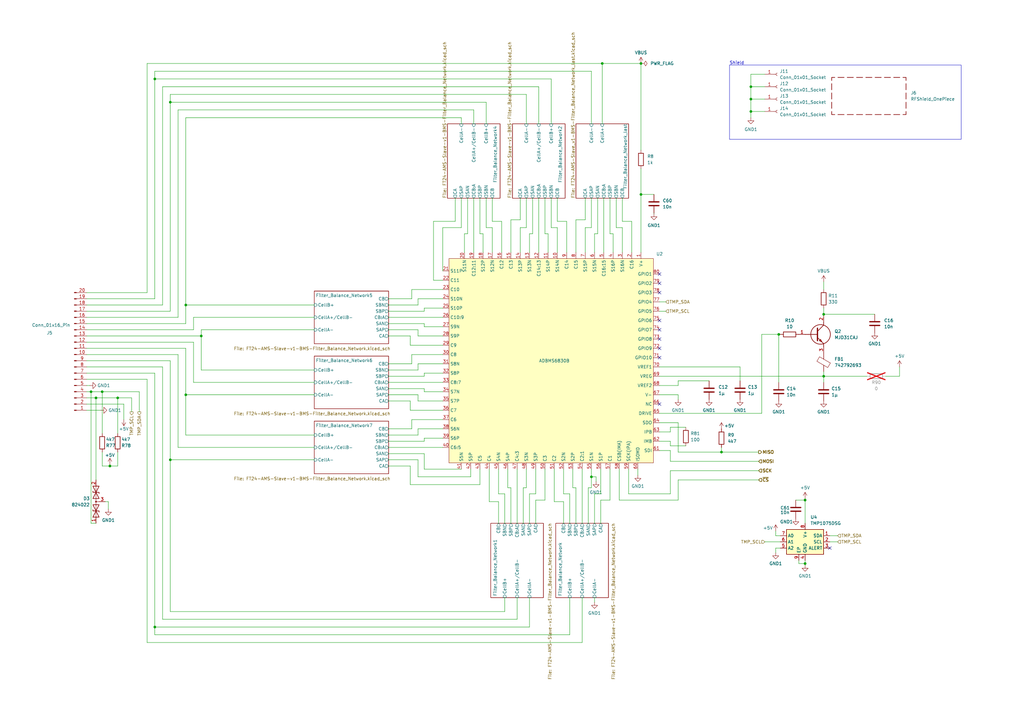
<source format=kicad_sch>
(kicad_sch
	(version 20231120)
	(generator "eeschema")
	(generator_version "8.0")
	(uuid "eac0d246-42a5-4809-bf96-35a1f983d6b7")
	(paper "A3")
	(lib_symbols
		(symbol "ADBMS6830B:ADBMS6830B"
			(exclude_from_sim no)
			(in_bom yes)
			(on_board yes)
			(property "Reference" "U"
				(at 44.45 44.45 0)
				(effects
					(font
						(size 1.27 1.27)
					)
				)
			)
			(property "Value" "ADBMS6830B"
				(at 0 0 0)
				(effects
					(font
						(size 1.27 1.27)
					)
				)
			)
			(property "Footprint" ""
				(at -69.85 87.63 0)
				(effects
					(font
						(size 1.27 1.27)
					)
					(hide yes)
				)
			)
			(property "Datasheet" ""
				(at -69.85 87.63 0)
				(effects
					(font
						(size 1.27 1.27)
					)
					(hide yes)
				)
			)
			(property "Description" ""
				(at 0 0 0)
				(effects
					(font
						(size 1.27 1.27)
					)
					(hide yes)
				)
			)
			(symbol "ADBMS6830B_1_0"
				(pin input line
					(at -5.08 44.45 270)
					(length 2.54)
					(name "C14:13"
						(effects
							(font
								(size 1.27 1.27)
							)
						)
					)
					(number "12"
						(effects
							(font
								(size 1.27 1.27)
							)
						)
					)
				)
				(pin input line
					(at -44.45 17.78 0)
					(length 2.54)
					(name "C10:9"
						(effects
							(font
								(size 1.27 1.27)
							)
						)
					)
					(number "26"
						(effects
							(font
								(size 1.27 1.27)
							)
						)
					)
				)
				(pin input line
					(at -44.45 -8.89 0)
					(length 2.54)
					(name "C8:7"
						(effects
							(font
								(size 1.27 1.27)
							)
						)
					)
					(number "33"
						(effects
							(font
								(size 1.27 1.27)
							)
						)
					)
				)
				(pin input line
					(at -44.45 -35.56 0)
					(length 2.54)
					(name "C6:5"
						(effects
							(font
								(size 1.27 1.27)
							)
						)
					)
					(number "40"
						(effects
							(font
								(size 1.27 1.27)
							)
						)
					)
				)
				(pin input line
					(at -13.97 -44.45 90)
					(length 2.54)
					(name "C4:3"
						(effects
							(font
								(size 1.27 1.27)
							)
						)
					)
					(number "47"
						(effects
							(font
								(size 1.27 1.27)
							)
						)
					)
				)
				(pin input line
					(at 12.7 -44.45 90)
					(length 2.54)
					(name "C2:1"
						(effects
							(font
								(size 1.27 1.27)
							)
						)
					)
					(number "54"
						(effects
							(font
								(size 1.27 1.27)
							)
						)
					)
				)
				(pin input line
					(at 44.45 -17.78 180)
					(length 2.54)
					(name "NC"
						(effects
							(font
								(size 1.27 1.27)
							)
						)
					)
					(number "66"
						(effects
							(font
								(size 1.27 1.27)
							)
						)
					)
				)
				(pin input line
					(at 44.45 1.27 180)
					(length 2.54)
					(name "GPIO10"
						(effects
							(font
								(size 1.27 1.27)
							)
						)
					)
					(number "71"
						(effects
							(font
								(size 1.27 1.27)
							)
						)
					)
				)
			)
			(symbol "ADBMS6830B_1_1"
				(rectangle
					(start -41.91 41.91)
					(end 41.91 -41.91)
					(stroke
						(width 0)
						(type default)
					)
					(fill
						(type background)
					)
				)
				(pin input line
					(at 36.83 44.45 270)
					(length 2.54)
					(name "V+"
						(effects
							(font
								(size 1.27 1.27)
							)
						)
					)
					(number "1"
						(effects
							(font
								(size 1.27 1.27)
							)
						)
					)
				)
				(pin input line
					(at 2.54 44.45 270)
					(length 2.54)
					(name "S14N"
						(effects
							(font
								(size 1.27 1.27)
							)
						)
					)
					(number "10"
						(effects
							(font
								(size 1.27 1.27)
							)
						)
					)
				)
				(pin input line
					(at -1.27 44.45 270)
					(length 2.54)
					(name "S14P"
						(effects
							(font
								(size 1.27 1.27)
							)
						)
					)
					(number "11"
						(effects
							(font
								(size 1.27 1.27)
							)
						)
					)
				)
				(pin input line
					(at -8.89 44.45 270)
					(length 2.54)
					(name "S13N"
						(effects
							(font
								(size 1.27 1.27)
							)
						)
					)
					(number "13"
						(effects
							(font
								(size 1.27 1.27)
							)
						)
					)
				)
				(pin input line
					(at -12.7 44.45 270)
					(length 2.54)
					(name "S13P"
						(effects
							(font
								(size 1.27 1.27)
							)
						)
					)
					(number "14"
						(effects
							(font
								(size 1.27 1.27)
							)
						)
					)
				)
				(pin input line
					(at -16.51 44.45 270)
					(length 2.54)
					(name "C13"
						(effects
							(font
								(size 1.27 1.27)
							)
						)
					)
					(number "15"
						(effects
							(font
								(size 1.27 1.27)
							)
						)
					)
				)
				(pin input line
					(at -20.32 44.45 270)
					(length 2.54)
					(name "C12"
						(effects
							(font
								(size 1.27 1.27)
							)
						)
					)
					(number "16"
						(effects
							(font
								(size 1.27 1.27)
							)
						)
					)
				)
				(pin input line
					(at -24.13 44.45 270)
					(length 2.54)
					(name "S12N"
						(effects
							(font
								(size 1.27 1.27)
							)
						)
					)
					(number "17"
						(effects
							(font
								(size 1.27 1.27)
							)
						)
					)
				)
				(pin input line
					(at -27.94 44.45 270)
					(length 2.54)
					(name "S12P"
						(effects
							(font
								(size 1.27 1.27)
							)
						)
					)
					(number "18"
						(effects
							(font
								(size 1.27 1.27)
							)
						)
					)
				)
				(pin input line
					(at -31.75 44.45 270)
					(length 2.54)
					(name "C12:11"
						(effects
							(font
								(size 1.27 1.27)
							)
						)
					)
					(number "19"
						(effects
							(font
								(size 1.27 1.27)
							)
						)
					)
				)
				(pin input line
					(at 33.02 44.45 270)
					(length 2.54)
					(name "C16"
						(effects
							(font
								(size 1.27 1.27)
							)
						)
					)
					(number "2"
						(effects
							(font
								(size 1.27 1.27)
							)
						)
					)
				)
				(pin input line
					(at -35.56 44.45 270)
					(length 2.54)
					(name "S11N"
						(effects
							(font
								(size 1.27 1.27)
							)
						)
					)
					(number "20"
						(effects
							(font
								(size 1.27 1.27)
							)
						)
					)
				)
				(pin input line
					(at -44.45 36.83 0)
					(length 2.54)
					(name "S11P"
						(effects
							(font
								(size 1.27 1.27)
							)
						)
					)
					(number "21"
						(effects
							(font
								(size 1.27 1.27)
							)
						)
					)
				)
				(pin input line
					(at -44.45 33.02 0)
					(length 2.54)
					(name "C11"
						(effects
							(font
								(size 1.27 1.27)
							)
						)
					)
					(number "22"
						(effects
							(font
								(size 1.27 1.27)
							)
						)
					)
				)
				(pin input line
					(at -44.45 29.21 0)
					(length 2.54)
					(name "C10"
						(effects
							(font
								(size 1.27 1.27)
							)
						)
					)
					(number "23"
						(effects
							(font
								(size 1.27 1.27)
							)
						)
					)
				)
				(pin input line
					(at -44.45 25.4 0)
					(length 2.54)
					(name "S10N"
						(effects
							(font
								(size 1.27 1.27)
							)
						)
					)
					(number "24"
						(effects
							(font
								(size 1.27 1.27)
							)
						)
					)
				)
				(pin input line
					(at -44.45 21.59 0)
					(length 2.54)
					(name "S10P"
						(effects
							(font
								(size 1.27 1.27)
							)
						)
					)
					(number "25"
						(effects
							(font
								(size 1.27 1.27)
							)
						)
					)
				)
				(pin input line
					(at -44.45 13.97 0)
					(length 2.54)
					(name "S9N"
						(effects
							(font
								(size 1.27 1.27)
							)
						)
					)
					(number "27"
						(effects
							(font
								(size 1.27 1.27)
							)
						)
					)
				)
				(pin input line
					(at -44.45 10.16 0)
					(length 2.54)
					(name "S9P"
						(effects
							(font
								(size 1.27 1.27)
							)
						)
					)
					(number "28"
						(effects
							(font
								(size 1.27 1.27)
							)
						)
					)
				)
				(pin input line
					(at -44.45 6.35 0)
					(length 2.54)
					(name "C9"
						(effects
							(font
								(size 1.27 1.27)
							)
						)
					)
					(number "29"
						(effects
							(font
								(size 1.27 1.27)
							)
						)
					)
				)
				(pin input line
					(at 29.21 44.45 270)
					(length 2.54)
					(name "S16N"
						(effects
							(font
								(size 1.27 1.27)
							)
						)
					)
					(number "3"
						(effects
							(font
								(size 1.27 1.27)
							)
						)
					)
				)
				(pin input line
					(at -44.45 2.54 0)
					(length 2.54)
					(name "C8"
						(effects
							(font
								(size 1.27 1.27)
							)
						)
					)
					(number "30"
						(effects
							(font
								(size 1.27 1.27)
							)
						)
					)
				)
				(pin input line
					(at -44.45 -1.27 0)
					(length 2.54)
					(name "S8N"
						(effects
							(font
								(size 1.27 1.27)
							)
						)
					)
					(number "31"
						(effects
							(font
								(size 1.27 1.27)
							)
						)
					)
				)
				(pin input line
					(at -44.45 -5.08 0)
					(length 2.54)
					(name "S8P"
						(effects
							(font
								(size 1.27 1.27)
							)
						)
					)
					(number "32"
						(effects
							(font
								(size 1.27 1.27)
							)
						)
					)
				)
				(pin input line
					(at -44.45 -12.7 0)
					(length 2.54)
					(name "S7N"
						(effects
							(font
								(size 1.27 1.27)
							)
						)
					)
					(number "34"
						(effects
							(font
								(size 1.27 1.27)
							)
						)
					)
				)
				(pin input line
					(at -44.45 -16.51 0)
					(length 2.54)
					(name "S7P"
						(effects
							(font
								(size 1.27 1.27)
							)
						)
					)
					(number "35"
						(effects
							(font
								(size 1.27 1.27)
							)
						)
					)
				)
				(pin input line
					(at -44.45 -20.32 0)
					(length 2.54)
					(name "C7"
						(effects
							(font
								(size 1.27 1.27)
							)
						)
					)
					(number "36"
						(effects
							(font
								(size 1.27 1.27)
							)
						)
					)
				)
				(pin input line
					(at -44.45 -24.13 0)
					(length 2.54)
					(name "C6"
						(effects
							(font
								(size 1.27 1.27)
							)
						)
					)
					(number "37"
						(effects
							(font
								(size 1.27 1.27)
							)
						)
					)
				)
				(pin input line
					(at -44.45 -27.94 0)
					(length 2.54)
					(name "S6N"
						(effects
							(font
								(size 1.27 1.27)
							)
						)
					)
					(number "38"
						(effects
							(font
								(size 1.27 1.27)
							)
						)
					)
				)
				(pin input line
					(at -44.45 -31.75 0)
					(length 2.54)
					(name "S6P"
						(effects
							(font
								(size 1.27 1.27)
							)
						)
					)
					(number "39"
						(effects
							(font
								(size 1.27 1.27)
							)
						)
					)
				)
				(pin input line
					(at 25.4 44.45 270)
					(length 2.54)
					(name "S16P"
						(effects
							(font
								(size 1.27 1.27)
							)
						)
					)
					(number "4"
						(effects
							(font
								(size 1.27 1.27)
							)
						)
					)
				)
				(pin input line
					(at -36.83 -44.45 90)
					(length 2.54)
					(name "S5N"
						(effects
							(font
								(size 1.27 1.27)
							)
						)
					)
					(number "41"
						(effects
							(font
								(size 1.27 1.27)
							)
						)
					)
				)
				(pin input line
					(at -33.02 -44.45 90)
					(length 2.54)
					(name "S5P"
						(effects
							(font
								(size 1.27 1.27)
							)
						)
					)
					(number "42"
						(effects
							(font
								(size 1.27 1.27)
							)
						)
					)
				)
				(pin input line
					(at -29.21 -44.45 90)
					(length 2.54)
					(name "C5"
						(effects
							(font
								(size 1.27 1.27)
							)
						)
					)
					(number "43"
						(effects
							(font
								(size 1.27 1.27)
							)
						)
					)
				)
				(pin input line
					(at -25.4 -44.45 90)
					(length 2.54)
					(name "C4"
						(effects
							(font
								(size 1.27 1.27)
							)
						)
					)
					(number "44"
						(effects
							(font
								(size 1.27 1.27)
							)
						)
					)
				)
				(pin input line
					(at -21.59 -44.45 90)
					(length 2.54)
					(name "S4N"
						(effects
							(font
								(size 1.27 1.27)
							)
						)
					)
					(number "45"
						(effects
							(font
								(size 1.27 1.27)
							)
						)
					)
				)
				(pin input line
					(at -17.78 -44.45 90)
					(length 2.54)
					(name "S4P"
						(effects
							(font
								(size 1.27 1.27)
							)
						)
					)
					(number "46"
						(effects
							(font
								(size 1.27 1.27)
							)
						)
					)
				)
				(pin input line
					(at -10.16 -44.45 90)
					(length 2.54)
					(name "S3N"
						(effects
							(font
								(size 1.27 1.27)
							)
						)
					)
					(number "48"
						(effects
							(font
								(size 1.27 1.27)
							)
						)
					)
				)
				(pin input line
					(at -6.35 -44.45 90)
					(length 2.54)
					(name "S3P"
						(effects
							(font
								(size 1.27 1.27)
							)
						)
					)
					(number "49"
						(effects
							(font
								(size 1.27 1.27)
							)
						)
					)
				)
				(pin input line
					(at 21.59 44.45 270)
					(length 2.54)
					(name "C16:15"
						(effects
							(font
								(size 1.27 1.27)
							)
						)
					)
					(number "5"
						(effects
							(font
								(size 1.27 1.27)
							)
						)
					)
				)
				(pin input line
					(at -2.54 -44.45 90)
					(length 2.54)
					(name "C3"
						(effects
							(font
								(size 1.27 1.27)
							)
						)
					)
					(number "50"
						(effects
							(font
								(size 1.27 1.27)
							)
						)
					)
				)
				(pin input line
					(at 1.27 -44.45 90)
					(length 2.54)
					(name "C2"
						(effects
							(font
								(size 1.27 1.27)
							)
						)
					)
					(number "51"
						(effects
							(font
								(size 1.27 1.27)
							)
						)
					)
				)
				(pin input line
					(at 5.08 -44.45 90)
					(length 2.54)
					(name "S2N"
						(effects
							(font
								(size 1.27 1.27)
							)
						)
					)
					(number "52"
						(effects
							(font
								(size 1.27 1.27)
							)
						)
					)
				)
				(pin input line
					(at 8.89 -44.45 90)
					(length 2.54)
					(name "S2P"
						(effects
							(font
								(size 1.27 1.27)
							)
						)
					)
					(number "53"
						(effects
							(font
								(size 1.27 1.27)
							)
						)
					)
				)
				(pin input line
					(at 16.51 -44.45 90)
					(length 2.54)
					(name "S1N"
						(effects
							(font
								(size 1.27 1.27)
							)
						)
					)
					(number "55"
						(effects
							(font
								(size 1.27 1.27)
							)
						)
					)
				)
				(pin input line
					(at 20.32 -44.45 90)
					(length 2.54)
					(name "S1P"
						(effects
							(font
								(size 1.27 1.27)
							)
						)
					)
					(number "56"
						(effects
							(font
								(size 1.27 1.27)
							)
						)
					)
				)
				(pin input line
					(at 24.13 -44.45 90)
					(length 2.54)
					(name "C1"
						(effects
							(font
								(size 1.27 1.27)
							)
						)
					)
					(number "57"
						(effects
							(font
								(size 1.27 1.27)
							)
						)
					)
				)
				(pin input line
					(at 27.94 -44.45 90)
					(length 2.54)
					(name "CSB(IMA)"
						(effects
							(font
								(size 1.27 1.27)
							)
						)
					)
					(number "58"
						(effects
							(font
								(size 1.27 1.27)
							)
						)
					)
				)
				(pin input line
					(at 31.75 -44.45 90)
					(length 2.54)
					(name "SCK(IPA)"
						(effects
							(font
								(size 1.27 1.27)
							)
						)
					)
					(number "59"
						(effects
							(font
								(size 1.27 1.27)
							)
						)
					)
				)
				(pin input line
					(at 17.78 44.45 270)
					(length 2.54)
					(name "S15N"
						(effects
							(font
								(size 1.27 1.27)
							)
						)
					)
					(number "6"
						(effects
							(font
								(size 1.27 1.27)
							)
						)
					)
				)
				(pin input line
					(at 35.56 -44.45 90)
					(length 2.54)
					(name "ISOMD"
						(effects
							(font
								(size 1.27 1.27)
							)
						)
					)
					(number "60"
						(effects
							(font
								(size 1.27 1.27)
							)
						)
					)
				)
				(pin input line
					(at 44.45 -36.83 180)
					(length 2.54)
					(name "SDI"
						(effects
							(font
								(size 1.27 1.27)
							)
						)
					)
					(number "61"
						(effects
							(font
								(size 1.27 1.27)
							)
						)
					)
				)
				(pin input line
					(at 44.45 -33.02 180)
					(length 2.54)
					(name "IMB"
						(effects
							(font
								(size 1.27 1.27)
							)
						)
					)
					(number "62"
						(effects
							(font
								(size 1.27 1.27)
							)
						)
					)
				)
				(pin input line
					(at 44.45 -29.21 180)
					(length 2.54)
					(name "IPB"
						(effects
							(font
								(size 1.27 1.27)
							)
						)
					)
					(number "63"
						(effects
							(font
								(size 1.27 1.27)
							)
						)
					)
				)
				(pin input line
					(at 44.45 -25.4 180)
					(length 2.54)
					(name "SDO"
						(effects
							(font
								(size 1.27 1.27)
							)
						)
					)
					(number "64"
						(effects
							(font
								(size 1.27 1.27)
							)
						)
					)
				)
				(pin input line
					(at 44.45 -21.59 180)
					(length 2.54)
					(name "DRIVE"
						(effects
							(font
								(size 1.27 1.27)
							)
						)
					)
					(number "65"
						(effects
							(font
								(size 1.27 1.27)
							)
						)
					)
				)
				(pin input line
					(at 44.45 -13.97 180)
					(length 2.54)
					(name "V-"
						(effects
							(font
								(size 1.27 1.27)
							)
						)
					)
					(number "67"
						(effects
							(font
								(size 1.27 1.27)
							)
						)
					)
				)
				(pin input line
					(at 44.45 -10.16 180)
					(length 2.54)
					(name "VREF2"
						(effects
							(font
								(size 1.27 1.27)
							)
						)
					)
					(number "68"
						(effects
							(font
								(size 1.27 1.27)
							)
						)
					)
				)
				(pin input line
					(at 44.45 -6.35 180)
					(length 2.54)
					(name "VREG"
						(effects
							(font
								(size 1.27 1.27)
							)
						)
					)
					(number "69"
						(effects
							(font
								(size 1.27 1.27)
							)
						)
					)
				)
				(pin input line
					(at 13.97 44.45 270)
					(length 2.54)
					(name "S15P"
						(effects
							(font
								(size 1.27 1.27)
							)
						)
					)
					(number "7"
						(effects
							(font
								(size 1.27 1.27)
							)
						)
					)
				)
				(pin input line
					(at 44.45 -2.54 180)
					(length 2.54)
					(name "VREF1"
						(effects
							(font
								(size 1.27 1.27)
							)
						)
					)
					(number "70"
						(effects
							(font
								(size 1.27 1.27)
							)
						)
					)
				)
				(pin input line
					(at 44.45 5.08 180)
					(length 2.54)
					(name "GPIO9"
						(effects
							(font
								(size 1.27 1.27)
							)
						)
					)
					(number "72"
						(effects
							(font
								(size 1.27 1.27)
							)
						)
					)
				)
				(pin input line
					(at 44.45 8.89 180)
					(length 2.54)
					(name "GPIO8"
						(effects
							(font
								(size 1.27 1.27)
							)
						)
					)
					(number "73"
						(effects
							(font
								(size 1.27 1.27)
							)
						)
					)
				)
				(pin input line
					(at 44.45 12.7 180)
					(length 2.54)
					(name "GPIO7"
						(effects
							(font
								(size 1.27 1.27)
							)
						)
					)
					(number "74"
						(effects
							(font
								(size 1.27 1.27)
							)
						)
					)
				)
				(pin input line
					(at 44.45 16.51 180)
					(length 2.54)
					(name "GPIO6"
						(effects
							(font
								(size 1.27 1.27)
							)
						)
					)
					(number "75"
						(effects
							(font
								(size 1.27 1.27)
							)
						)
					)
				)
				(pin input line
					(at 44.45 20.32 180)
					(length 2.54)
					(name "GPIO5"
						(effects
							(font
								(size 1.27 1.27)
							)
						)
					)
					(number "76"
						(effects
							(font
								(size 1.27 1.27)
							)
						)
					)
				)
				(pin input line
					(at 44.45 24.13 180)
					(length 2.54)
					(name "GPIO4"
						(effects
							(font
								(size 1.27 1.27)
							)
						)
					)
					(number "77"
						(effects
							(font
								(size 1.27 1.27)
							)
						)
					)
				)
				(pin input line
					(at 44.45 27.94 180)
					(length 2.54)
					(name "GPIO3"
						(effects
							(font
								(size 1.27 1.27)
							)
						)
					)
					(number "78"
						(effects
							(font
								(size 1.27 1.27)
							)
						)
					)
				)
				(pin input line
					(at 44.45 31.75 180)
					(length 2.54)
					(name "GPIO2"
						(effects
							(font
								(size 1.27 1.27)
							)
						)
					)
					(number "79"
						(effects
							(font
								(size 1.27 1.27)
							)
						)
					)
				)
				(pin input line
					(at 10.16 44.45 270)
					(length 2.54)
					(name "C15"
						(effects
							(font
								(size 1.27 1.27)
							)
						)
					)
					(number "8"
						(effects
							(font
								(size 1.27 1.27)
							)
						)
					)
				)
				(pin input line
					(at 44.45 35.56 180)
					(length 2.54)
					(name "GPIO1"
						(effects
							(font
								(size 1.27 1.27)
							)
						)
					)
					(number "80"
						(effects
							(font
								(size 1.27 1.27)
							)
						)
					)
				)
				(pin input line
					(at 6.35 44.45 270)
					(length 2.54)
					(name "C14"
						(effects
							(font
								(size 1.27 1.27)
							)
						)
					)
					(number "9"
						(effects
							(font
								(size 1.27 1.27)
							)
						)
					)
				)
			)
		)
		(symbol "Connector:Conn_01x01_Socket"
			(pin_names
				(offset 1.016) hide)
			(exclude_from_sim no)
			(in_bom yes)
			(on_board yes)
			(property "Reference" "J"
				(at 0 2.54 0)
				(effects
					(font
						(size 1.27 1.27)
					)
				)
			)
			(property "Value" "Conn_01x01_Socket"
				(at 0 -2.54 0)
				(effects
					(font
						(size 1.27 1.27)
					)
				)
			)
			(property "Footprint" ""
				(at 0 0 0)
				(effects
					(font
						(size 1.27 1.27)
					)
					(hide yes)
				)
			)
			(property "Datasheet" "~"
				(at 0 0 0)
				(effects
					(font
						(size 1.27 1.27)
					)
					(hide yes)
				)
			)
			(property "Description" "Generic connector, single row, 01x01, script generated"
				(at 0 0 0)
				(effects
					(font
						(size 1.27 1.27)
					)
					(hide yes)
				)
			)
			(property "ki_locked" ""
				(at 0 0 0)
				(effects
					(font
						(size 1.27 1.27)
					)
				)
			)
			(property "ki_keywords" "connector"
				(at 0 0 0)
				(effects
					(font
						(size 1.27 1.27)
					)
					(hide yes)
				)
			)
			(property "ki_fp_filters" "Connector*:*_1x??_*"
				(at 0 0 0)
				(effects
					(font
						(size 1.27 1.27)
					)
					(hide yes)
				)
			)
			(symbol "Conn_01x01_Socket_1_1"
				(polyline
					(pts
						(xy -1.27 0) (xy -0.508 0)
					)
					(stroke
						(width 0.1524)
						(type default)
					)
					(fill
						(type none)
					)
				)
				(arc
					(start 0 0.508)
					(mid -0.5058 0)
					(end 0 -0.508)
					(stroke
						(width 0.1524)
						(type default)
					)
					(fill
						(type none)
					)
				)
				(pin passive line
					(at -5.08 0 0)
					(length 3.81)
					(name "Pin_1"
						(effects
							(font
								(size 1.27 1.27)
							)
						)
					)
					(number "1"
						(effects
							(font
								(size 1.27 1.27)
							)
						)
					)
				)
			)
		)
		(symbol "Connector:Conn_01x20_Pin"
			(pin_names
				(offset 1.016) hide)
			(exclude_from_sim no)
			(in_bom yes)
			(on_board yes)
			(property "Reference" "J"
				(at 0 25.4 0)
				(effects
					(font
						(size 1.27 1.27)
					)
				)
			)
			(property "Value" "Conn_01x20_Pin"
				(at 0 -27.94 0)
				(effects
					(font
						(size 1.27 1.27)
					)
				)
			)
			(property "Footprint" ""
				(at 0 0 0)
				(effects
					(font
						(size 1.27 1.27)
					)
					(hide yes)
				)
			)
			(property "Datasheet" "~"
				(at 0 0 0)
				(effects
					(font
						(size 1.27 1.27)
					)
					(hide yes)
				)
			)
			(property "Description" "Generic connector, single row, 01x20, script generated"
				(at 0 0 0)
				(effects
					(font
						(size 1.27 1.27)
					)
					(hide yes)
				)
			)
			(property "ki_locked" ""
				(at 0 0 0)
				(effects
					(font
						(size 1.27 1.27)
					)
				)
			)
			(property "ki_keywords" "connector"
				(at 0 0 0)
				(effects
					(font
						(size 1.27 1.27)
					)
					(hide yes)
				)
			)
			(property "ki_fp_filters" "Connector*:*_1x??_*"
				(at 0 0 0)
				(effects
					(font
						(size 1.27 1.27)
					)
					(hide yes)
				)
			)
			(symbol "Conn_01x20_Pin_1_1"
				(polyline
					(pts
						(xy 1.27 -25.4) (xy 0.8636 -25.4)
					)
					(stroke
						(width 0.1524)
						(type default)
					)
					(fill
						(type none)
					)
				)
				(polyline
					(pts
						(xy 1.27 -22.86) (xy 0.8636 -22.86)
					)
					(stroke
						(width 0.1524)
						(type default)
					)
					(fill
						(type none)
					)
				)
				(polyline
					(pts
						(xy 1.27 -20.32) (xy 0.8636 -20.32)
					)
					(stroke
						(width 0.1524)
						(type default)
					)
					(fill
						(type none)
					)
				)
				(polyline
					(pts
						(xy 1.27 -17.78) (xy 0.8636 -17.78)
					)
					(stroke
						(width 0.1524)
						(type default)
					)
					(fill
						(type none)
					)
				)
				(polyline
					(pts
						(xy 1.27 -15.24) (xy 0.8636 -15.24)
					)
					(stroke
						(width 0.1524)
						(type default)
					)
					(fill
						(type none)
					)
				)
				(polyline
					(pts
						(xy 1.27 -12.7) (xy 0.8636 -12.7)
					)
					(stroke
						(width 0.1524)
						(type default)
					)
					(fill
						(type none)
					)
				)
				(polyline
					(pts
						(xy 1.27 -10.16) (xy 0.8636 -10.16)
					)
					(stroke
						(width 0.1524)
						(type default)
					)
					(fill
						(type none)
					)
				)
				(polyline
					(pts
						(xy 1.27 -7.62) (xy 0.8636 -7.62)
					)
					(stroke
						(width 0.1524)
						(type default)
					)
					(fill
						(type none)
					)
				)
				(polyline
					(pts
						(xy 1.27 -5.08) (xy 0.8636 -5.08)
					)
					(stroke
						(width 0.1524)
						(type default)
					)
					(fill
						(type none)
					)
				)
				(polyline
					(pts
						(xy 1.27 -2.54) (xy 0.8636 -2.54)
					)
					(stroke
						(width 0.1524)
						(type default)
					)
					(fill
						(type none)
					)
				)
				(polyline
					(pts
						(xy 1.27 0) (xy 0.8636 0)
					)
					(stroke
						(width 0.1524)
						(type default)
					)
					(fill
						(type none)
					)
				)
				(polyline
					(pts
						(xy 1.27 2.54) (xy 0.8636 2.54)
					)
					(stroke
						(width 0.1524)
						(type default)
					)
					(fill
						(type none)
					)
				)
				(polyline
					(pts
						(xy 1.27 5.08) (xy 0.8636 5.08)
					)
					(stroke
						(width 0.1524)
						(type default)
					)
					(fill
						(type none)
					)
				)
				(polyline
					(pts
						(xy 1.27 7.62) (xy 0.8636 7.62)
					)
					(stroke
						(width 0.1524)
						(type default)
					)
					(fill
						(type none)
					)
				)
				(polyline
					(pts
						(xy 1.27 10.16) (xy 0.8636 10.16)
					)
					(stroke
						(width 0.1524)
						(type default)
					)
					(fill
						(type none)
					)
				)
				(polyline
					(pts
						(xy 1.27 12.7) (xy 0.8636 12.7)
					)
					(stroke
						(width 0.1524)
						(type default)
					)
					(fill
						(type none)
					)
				)
				(polyline
					(pts
						(xy 1.27 15.24) (xy 0.8636 15.24)
					)
					(stroke
						(width 0.1524)
						(type default)
					)
					(fill
						(type none)
					)
				)
				(polyline
					(pts
						(xy 1.27 17.78) (xy 0.8636 17.78)
					)
					(stroke
						(width 0.1524)
						(type default)
					)
					(fill
						(type none)
					)
				)
				(polyline
					(pts
						(xy 1.27 20.32) (xy 0.8636 20.32)
					)
					(stroke
						(width 0.1524)
						(type default)
					)
					(fill
						(type none)
					)
				)
				(polyline
					(pts
						(xy 1.27 22.86) (xy 0.8636 22.86)
					)
					(stroke
						(width 0.1524)
						(type default)
					)
					(fill
						(type none)
					)
				)
				(rectangle
					(start 0.8636 -25.273)
					(end 0 -25.527)
					(stroke
						(width 0.1524)
						(type default)
					)
					(fill
						(type outline)
					)
				)
				(rectangle
					(start 0.8636 -22.733)
					(end 0 -22.987)
					(stroke
						(width 0.1524)
						(type default)
					)
					(fill
						(type outline)
					)
				)
				(rectangle
					(start 0.8636 -20.193)
					(end 0 -20.447)
					(stroke
						(width 0.1524)
						(type default)
					)
					(fill
						(type outline)
					)
				)
				(rectangle
					(start 0.8636 -17.653)
					(end 0 -17.907)
					(stroke
						(width 0.1524)
						(type default)
					)
					(fill
						(type outline)
					)
				)
				(rectangle
					(start 0.8636 -15.113)
					(end 0 -15.367)
					(stroke
						(width 0.1524)
						(type default)
					)
					(fill
						(type outline)
					)
				)
				(rectangle
					(start 0.8636 -12.573)
					(end 0 -12.827)
					(stroke
						(width 0.1524)
						(type default)
					)
					(fill
						(type outline)
					)
				)
				(rectangle
					(start 0.8636 -10.033)
					(end 0 -10.287)
					(stroke
						(width 0.1524)
						(type default)
					)
					(fill
						(type outline)
					)
				)
				(rectangle
					(start 0.8636 -7.493)
					(end 0 -7.747)
					(stroke
						(width 0.1524)
						(type default)
					)
					(fill
						(type outline)
					)
				)
				(rectangle
					(start 0.8636 -4.953)
					(end 0 -5.207)
					(stroke
						(width 0.1524)
						(type default)
					)
					(fill
						(type outline)
					)
				)
				(rectangle
					(start 0.8636 -2.413)
					(end 0 -2.667)
					(stroke
						(width 0.1524)
						(type default)
					)
					(fill
						(type outline)
					)
				)
				(rectangle
					(start 0.8636 0.127)
					(end 0 -0.127)
					(stroke
						(width 0.1524)
						(type default)
					)
					(fill
						(type outline)
					)
				)
				(rectangle
					(start 0.8636 2.667)
					(end 0 2.413)
					(stroke
						(width 0.1524)
						(type default)
					)
					(fill
						(type outline)
					)
				)
				(rectangle
					(start 0.8636 5.207)
					(end 0 4.953)
					(stroke
						(width 0.1524)
						(type default)
					)
					(fill
						(type outline)
					)
				)
				(rectangle
					(start 0.8636 7.747)
					(end 0 7.493)
					(stroke
						(width 0.1524)
						(type default)
					)
					(fill
						(type outline)
					)
				)
				(rectangle
					(start 0.8636 10.287)
					(end 0 10.033)
					(stroke
						(width 0.1524)
						(type default)
					)
					(fill
						(type outline)
					)
				)
				(rectangle
					(start 0.8636 12.827)
					(end 0 12.573)
					(stroke
						(width 0.1524)
						(type default)
					)
					(fill
						(type outline)
					)
				)
				(rectangle
					(start 0.8636 15.367)
					(end 0 15.113)
					(stroke
						(width 0.1524)
						(type default)
					)
					(fill
						(type outline)
					)
				)
				(rectangle
					(start 0.8636 17.907)
					(end 0 17.653)
					(stroke
						(width 0.1524)
						(type default)
					)
					(fill
						(type outline)
					)
				)
				(rectangle
					(start 0.8636 20.447)
					(end 0 20.193)
					(stroke
						(width 0.1524)
						(type default)
					)
					(fill
						(type outline)
					)
				)
				(rectangle
					(start 0.8636 22.987)
					(end 0 22.733)
					(stroke
						(width 0.1524)
						(type default)
					)
					(fill
						(type outline)
					)
				)
				(pin passive line
					(at 5.08 22.86 180)
					(length 3.81)
					(name "Pin_1"
						(effects
							(font
								(size 1.27 1.27)
							)
						)
					)
					(number "1"
						(effects
							(font
								(size 1.27 1.27)
							)
						)
					)
				)
				(pin passive line
					(at 5.08 0 180)
					(length 3.81)
					(name "Pin_10"
						(effects
							(font
								(size 1.27 1.27)
							)
						)
					)
					(number "10"
						(effects
							(font
								(size 1.27 1.27)
							)
						)
					)
				)
				(pin passive line
					(at 5.08 -2.54 180)
					(length 3.81)
					(name "Pin_11"
						(effects
							(font
								(size 1.27 1.27)
							)
						)
					)
					(number "11"
						(effects
							(font
								(size 1.27 1.27)
							)
						)
					)
				)
				(pin passive line
					(at 5.08 -5.08 180)
					(length 3.81)
					(name "Pin_12"
						(effects
							(font
								(size 1.27 1.27)
							)
						)
					)
					(number "12"
						(effects
							(font
								(size 1.27 1.27)
							)
						)
					)
				)
				(pin passive line
					(at 5.08 -7.62 180)
					(length 3.81)
					(name "Pin_13"
						(effects
							(font
								(size 1.27 1.27)
							)
						)
					)
					(number "13"
						(effects
							(font
								(size 1.27 1.27)
							)
						)
					)
				)
				(pin passive line
					(at 5.08 -10.16 180)
					(length 3.81)
					(name "Pin_14"
						(effects
							(font
								(size 1.27 1.27)
							)
						)
					)
					(number "14"
						(effects
							(font
								(size 1.27 1.27)
							)
						)
					)
				)
				(pin passive line
					(at 5.08 -12.7 180)
					(length 3.81)
					(name "Pin_15"
						(effects
							(font
								(size 1.27 1.27)
							)
						)
					)
					(number "15"
						(effects
							(font
								(size 1.27 1.27)
							)
						)
					)
				)
				(pin passive line
					(at 5.08 -15.24 180)
					(length 3.81)
					(name "Pin_16"
						(effects
							(font
								(size 1.27 1.27)
							)
						)
					)
					(number "16"
						(effects
							(font
								(size 1.27 1.27)
							)
						)
					)
				)
				(pin passive line
					(at 5.08 -17.78 180)
					(length 3.81)
					(name "Pin_17"
						(effects
							(font
								(size 1.27 1.27)
							)
						)
					)
					(number "17"
						(effects
							(font
								(size 1.27 1.27)
							)
						)
					)
				)
				(pin passive line
					(at 5.08 -20.32 180)
					(length 3.81)
					(name "Pin_18"
						(effects
							(font
								(size 1.27 1.27)
							)
						)
					)
					(number "18"
						(effects
							(font
								(size 1.27 1.27)
							)
						)
					)
				)
				(pin passive line
					(at 5.08 -22.86 180)
					(length 3.81)
					(name "Pin_19"
						(effects
							(font
								(size 1.27 1.27)
							)
						)
					)
					(number "19"
						(effects
							(font
								(size 1.27 1.27)
							)
						)
					)
				)
				(pin passive line
					(at 5.08 20.32 180)
					(length 3.81)
					(name "Pin_2"
						(effects
							(font
								(size 1.27 1.27)
							)
						)
					)
					(number "2"
						(effects
							(font
								(size 1.27 1.27)
							)
						)
					)
				)
				(pin passive line
					(at 5.08 -25.4 180)
					(length 3.81)
					(name "Pin_20"
						(effects
							(font
								(size 1.27 1.27)
							)
						)
					)
					(number "20"
						(effects
							(font
								(size 1.27 1.27)
							)
						)
					)
				)
				(pin passive line
					(at 5.08 17.78 180)
					(length 3.81)
					(name "Pin_3"
						(effects
							(font
								(size 1.27 1.27)
							)
						)
					)
					(number "3"
						(effects
							(font
								(size 1.27 1.27)
							)
						)
					)
				)
				(pin passive line
					(at 5.08 15.24 180)
					(length 3.81)
					(name "Pin_4"
						(effects
							(font
								(size 1.27 1.27)
							)
						)
					)
					(number "4"
						(effects
							(font
								(size 1.27 1.27)
							)
						)
					)
				)
				(pin passive line
					(at 5.08 12.7 180)
					(length 3.81)
					(name "Pin_5"
						(effects
							(font
								(size 1.27 1.27)
							)
						)
					)
					(number "5"
						(effects
							(font
								(size 1.27 1.27)
							)
						)
					)
				)
				(pin passive line
					(at 5.08 10.16 180)
					(length 3.81)
					(name "Pin_6"
						(effects
							(font
								(size 1.27 1.27)
							)
						)
					)
					(number "6"
						(effects
							(font
								(size 1.27 1.27)
							)
						)
					)
				)
				(pin passive line
					(at 5.08 7.62 180)
					(length 3.81)
					(name "Pin_7"
						(effects
							(font
								(size 1.27 1.27)
							)
						)
					)
					(number "7"
						(effects
							(font
								(size 1.27 1.27)
							)
						)
					)
				)
				(pin passive line
					(at 5.08 5.08 180)
					(length 3.81)
					(name "Pin_8"
						(effects
							(font
								(size 1.27 1.27)
							)
						)
					)
					(number "8"
						(effects
							(font
								(size 1.27 1.27)
							)
						)
					)
				)
				(pin passive line
					(at 5.08 2.54 180)
					(length 3.81)
					(name "Pin_9"
						(effects
							(font
								(size 1.27 1.27)
							)
						)
					)
					(number "9"
						(effects
							(font
								(size 1.27 1.27)
							)
						)
					)
				)
			)
		)
		(symbol "Device:C"
			(pin_numbers hide)
			(pin_names
				(offset 0.254)
			)
			(exclude_from_sim no)
			(in_bom yes)
			(on_board yes)
			(property "Reference" "C"
				(at 0.635 2.54 0)
				(effects
					(font
						(size 1.27 1.27)
					)
					(justify left)
				)
			)
			(property "Value" "C"
				(at 0.635 -2.54 0)
				(effects
					(font
						(size 1.27 1.27)
					)
					(justify left)
				)
			)
			(property "Footprint" ""
				(at 0.9652 -3.81 0)
				(effects
					(font
						(size 1.27 1.27)
					)
					(hide yes)
				)
			)
			(property "Datasheet" "~"
				(at 0 0 0)
				(effects
					(font
						(size 1.27 1.27)
					)
					(hide yes)
				)
			)
			(property "Description" "Unpolarized capacitor"
				(at 0 0 0)
				(effects
					(font
						(size 1.27 1.27)
					)
					(hide yes)
				)
			)
			(property "ki_keywords" "cap capacitor"
				(at 0 0 0)
				(effects
					(font
						(size 1.27 1.27)
					)
					(hide yes)
				)
			)
			(property "ki_fp_filters" "C_*"
				(at 0 0 0)
				(effects
					(font
						(size 1.27 1.27)
					)
					(hide yes)
				)
			)
			(symbol "C_0_1"
				(polyline
					(pts
						(xy -2.032 -0.762) (xy 2.032 -0.762)
					)
					(stroke
						(width 0.508)
						(type default)
					)
					(fill
						(type none)
					)
				)
				(polyline
					(pts
						(xy -2.032 0.762) (xy 2.032 0.762)
					)
					(stroke
						(width 0.508)
						(type default)
					)
					(fill
						(type none)
					)
				)
			)
			(symbol "C_1_1"
				(pin passive line
					(at 0 3.81 270)
					(length 2.794)
					(name "~"
						(effects
							(font
								(size 1.27 1.27)
							)
						)
					)
					(number "1"
						(effects
							(font
								(size 1.27 1.27)
							)
						)
					)
				)
				(pin passive line
					(at 0 -3.81 90)
					(length 2.794)
					(name "~"
						(effects
							(font
								(size 1.27 1.27)
							)
						)
					)
					(number "2"
						(effects
							(font
								(size 1.27 1.27)
							)
						)
					)
				)
			)
		)
		(symbol "Device:D_TVS_Dual_AAC"
			(pin_names
				(offset 1.016) hide)
			(exclude_from_sim no)
			(in_bom yes)
			(on_board yes)
			(property "Reference" "D"
				(at 0 4.445 0)
				(effects
					(font
						(size 1.27 1.27)
					)
				)
			)
			(property "Value" "D_TVS_Dual_AAC"
				(at 0 2.54 0)
				(effects
					(font
						(size 1.27 1.27)
					)
				)
			)
			(property "Footprint" ""
				(at -3.81 0 0)
				(effects
					(font
						(size 1.27 1.27)
					)
					(hide yes)
				)
			)
			(property "Datasheet" "~"
				(at -3.81 0 0)
				(effects
					(font
						(size 1.27 1.27)
					)
					(hide yes)
				)
			)
			(property "Description" "Bidirectional dual transient-voltage-suppression diode, center on pin 3"
				(at 0 0 0)
				(effects
					(font
						(size 1.27 1.27)
					)
					(hide yes)
				)
			)
			(property "ki_keywords" "diode TVS thyrector"
				(at 0 0 0)
				(effects
					(font
						(size 1.27 1.27)
					)
					(hide yes)
				)
			)
			(symbol "D_TVS_Dual_AAC_0_0"
				(polyline
					(pts
						(xy 0 -1.27) (xy 0 0)
					)
					(stroke
						(width 0)
						(type default)
					)
					(fill
						(type none)
					)
				)
			)
			(symbol "D_TVS_Dual_AAC_0_1"
				(polyline
					(pts
						(xy -6.35 0) (xy 6.35 0)
					)
					(stroke
						(width 0)
						(type default)
					)
					(fill
						(type none)
					)
				)
				(polyline
					(pts
						(xy -3.302 1.27) (xy -3.81 1.27) (xy -3.81 -1.27) (xy -4.318 -1.27)
					)
					(stroke
						(width 0.254)
						(type default)
					)
					(fill
						(type none)
					)
				)
				(polyline
					(pts
						(xy 4.318 1.27) (xy 3.81 1.27) (xy 3.81 -1.27) (xy 3.302 -1.27)
					)
					(stroke
						(width 0.254)
						(type default)
					)
					(fill
						(type none)
					)
				)
				(polyline
					(pts
						(xy -6.35 1.27) (xy -1.27 -1.27) (xy -1.27 1.27) (xy -6.35 -1.27) (xy -6.35 1.27)
					)
					(stroke
						(width 0.254)
						(type default)
					)
					(fill
						(type none)
					)
				)
				(polyline
					(pts
						(xy 6.35 1.27) (xy 1.27 -1.27) (xy 1.27 1.27) (xy 6.35 -1.27) (xy 6.35 1.27)
					)
					(stroke
						(width 0.254)
						(type default)
					)
					(fill
						(type none)
					)
				)
				(circle
					(center 0 0)
					(radius 0.254)
					(stroke
						(width 0)
						(type default)
					)
					(fill
						(type outline)
					)
				)
			)
			(symbol "D_TVS_Dual_AAC_1_1"
				(pin passive line
					(at -8.89 0 0)
					(length 2.54)
					(name "A1"
						(effects
							(font
								(size 1.27 1.27)
							)
						)
					)
					(number "1"
						(effects
							(font
								(size 1.27 1.27)
							)
						)
					)
				)
				(pin passive line
					(at 8.89 0 180)
					(length 2.54)
					(name "A2"
						(effects
							(font
								(size 1.27 1.27)
							)
						)
					)
					(number "2"
						(effects
							(font
								(size 1.27 1.27)
							)
						)
					)
				)
				(pin input line
					(at 0 -3.81 90)
					(length 2.54)
					(name "common"
						(effects
							(font
								(size 1.27 1.27)
							)
						)
					)
					(number "3"
						(effects
							(font
								(size 1.27 1.27)
							)
						)
					)
				)
			)
		)
		(symbol "Device:FerriteBead"
			(pin_numbers hide)
			(pin_names
				(offset 0)
			)
			(exclude_from_sim no)
			(in_bom yes)
			(on_board yes)
			(property "Reference" "FB"
				(at -3.81 0.635 90)
				(effects
					(font
						(size 1.27 1.27)
					)
				)
			)
			(property "Value" "FerriteBead"
				(at 3.81 0 90)
				(effects
					(font
						(size 1.27 1.27)
					)
				)
			)
			(property "Footprint" ""
				(at -1.778 0 90)
				(effects
					(font
						(size 1.27 1.27)
					)
					(hide yes)
				)
			)
			(property "Datasheet" "~"
				(at 0 0 0)
				(effects
					(font
						(size 1.27 1.27)
					)
					(hide yes)
				)
			)
			(property "Description" "Ferrite bead"
				(at 0 0 0)
				(effects
					(font
						(size 1.27 1.27)
					)
					(hide yes)
				)
			)
			(property "ki_keywords" "L ferrite bead inductor filter"
				(at 0 0 0)
				(effects
					(font
						(size 1.27 1.27)
					)
					(hide yes)
				)
			)
			(property "ki_fp_filters" "Inductor_* L_* *Ferrite*"
				(at 0 0 0)
				(effects
					(font
						(size 1.27 1.27)
					)
					(hide yes)
				)
			)
			(symbol "FerriteBead_0_1"
				(polyline
					(pts
						(xy 0 -1.27) (xy 0 -1.2192)
					)
					(stroke
						(width 0)
						(type default)
					)
					(fill
						(type none)
					)
				)
				(polyline
					(pts
						(xy 0 1.27) (xy 0 1.2954)
					)
					(stroke
						(width 0)
						(type default)
					)
					(fill
						(type none)
					)
				)
				(polyline
					(pts
						(xy -2.7686 0.4064) (xy -1.7018 2.2606) (xy 2.7686 -0.3048) (xy 1.6764 -2.159) (xy -2.7686 0.4064)
					)
					(stroke
						(width 0)
						(type default)
					)
					(fill
						(type none)
					)
				)
			)
			(symbol "FerriteBead_1_1"
				(pin passive line
					(at 0 3.81 270)
					(length 2.54)
					(name "~"
						(effects
							(font
								(size 1.27 1.27)
							)
						)
					)
					(number "1"
						(effects
							(font
								(size 1.27 1.27)
							)
						)
					)
				)
				(pin passive line
					(at 0 -3.81 90)
					(length 2.54)
					(name "~"
						(effects
							(font
								(size 1.27 1.27)
							)
						)
					)
					(number "2"
						(effects
							(font
								(size 1.27 1.27)
							)
						)
					)
				)
			)
		)
		(symbol "Device:R"
			(pin_numbers hide)
			(pin_names
				(offset 0)
			)
			(exclude_from_sim no)
			(in_bom yes)
			(on_board yes)
			(property "Reference" "R"
				(at 2.032 0 90)
				(effects
					(font
						(size 1.27 1.27)
					)
				)
			)
			(property "Value" "R"
				(at 0 0 90)
				(effects
					(font
						(size 1.27 1.27)
					)
				)
			)
			(property "Footprint" ""
				(at -1.778 0 90)
				(effects
					(font
						(size 1.27 1.27)
					)
					(hide yes)
				)
			)
			(property "Datasheet" "~"
				(at 0 0 0)
				(effects
					(font
						(size 1.27 1.27)
					)
					(hide yes)
				)
			)
			(property "Description" "Resistor"
				(at 0 0 0)
				(effects
					(font
						(size 1.27 1.27)
					)
					(hide yes)
				)
			)
			(property "ki_keywords" "R res resistor"
				(at 0 0 0)
				(effects
					(font
						(size 1.27 1.27)
					)
					(hide yes)
				)
			)
			(property "ki_fp_filters" "R_*"
				(at 0 0 0)
				(effects
					(font
						(size 1.27 1.27)
					)
					(hide yes)
				)
			)
			(symbol "R_0_1"
				(rectangle
					(start -1.016 -2.54)
					(end 1.016 2.54)
					(stroke
						(width 0.254)
						(type default)
					)
					(fill
						(type none)
					)
				)
			)
			(symbol "R_1_1"
				(pin passive line
					(at 0 3.81 270)
					(length 1.27)
					(name "~"
						(effects
							(font
								(size 1.27 1.27)
							)
						)
					)
					(number "1"
						(effects
							(font
								(size 1.27 1.27)
							)
						)
					)
				)
				(pin passive line
					(at 0 -3.81 90)
					(length 1.27)
					(name "~"
						(effects
							(font
								(size 1.27 1.27)
							)
						)
					)
					(number "2"
						(effects
							(font
								(size 1.27 1.27)
							)
						)
					)
				)
			)
		)
		(symbol "Device:RFShield_OnePiece"
			(pin_names
				(offset 1.016)
			)
			(exclude_from_sim no)
			(in_bom yes)
			(on_board yes)
			(property "Reference" "J6"
				(at 17.145 1.27 0)
				(effects
					(font
						(size 1.27 1.27)
					)
					(justify left)
				)
			)
			(property "Value" "RFShield_OnePiece"
				(at 17.145 -1.27 0)
				(effects
					(font
						(size 1.27 1.27)
					)
					(justify left)
				)
			)
			(property "Footprint" ""
				(at 0 -2.54 0)
				(effects
					(font
						(size 1.27 1.27)
					)
					(hide yes)
				)
			)
			(property "Datasheet" "~"
				(at 0 -2.54 0)
				(effects
					(font
						(size 1.27 1.27)
					)
					(hide yes)
				)
			)
			(property "Description" "One-piece EMI RF shielding cabinet"
				(at 0 0 0)
				(effects
					(font
						(size 1.27 1.27)
					)
					(hide yes)
				)
			)
			(property "ki_keywords" "RF EMI shielding cabinet"
				(at 0 0 0)
				(effects
					(font
						(size 1.27 1.27)
					)
					(hide yes)
				)
			)
			(symbol "RFShield_OnePiece_0_1"
				(polyline
					(pts
						(xy -15.24 -5.08) (xy -15.24 -2.54)
					)
					(stroke
						(width 0.254)
						(type default)
					)
					(fill
						(type none)
					)
				)
				(polyline
					(pts
						(xy -15.24 -1.27) (xy -15.24 1.27)
					)
					(stroke
						(width 0.254)
						(type default)
					)
					(fill
						(type none)
					)
				)
				(polyline
					(pts
						(xy -15.24 2.54) (xy -15.24 5.08)
					)
					(stroke
						(width 0.254)
						(type default)
					)
					(fill
						(type none)
					)
				)
				(polyline
					(pts
						(xy -12.7 7.62) (xy -10.16 7.62)
					)
					(stroke
						(width 0.254)
						(type default)
					)
					(fill
						(type none)
					)
				)
				(polyline
					(pts
						(xy -10.16 -7.62) (xy -12.7 -7.62)
					)
					(stroke
						(width 0.254)
						(type default)
					)
					(fill
						(type none)
					)
				)
				(polyline
					(pts
						(xy -6.35 -7.62) (xy -8.89 -7.62)
					)
					(stroke
						(width 0.254)
						(type default)
					)
					(fill
						(type none)
					)
				)
				(polyline
					(pts
						(xy -6.35 7.62) (xy -8.89 7.62)
					)
					(stroke
						(width 0.254)
						(type default)
					)
					(fill
						(type none)
					)
				)
				(polyline
					(pts
						(xy -2.54 -7.62) (xy -5.08 -7.62)
					)
					(stroke
						(width 0.254)
						(type default)
					)
					(fill
						(type none)
					)
				)
				(polyline
					(pts
						(xy -2.54 7.62) (xy -5.08 7.62)
					)
					(stroke
						(width 0.254)
						(type default)
					)
					(fill
						(type none)
					)
				)
				(polyline
					(pts
						(xy -1.27 -7.62) (xy 1.27 -7.62)
					)
					(stroke
						(width 0.254)
						(type default)
					)
					(fill
						(type none)
					)
				)
				(polyline
					(pts
						(xy 1.27 7.62) (xy -1.27 7.62)
					)
					(stroke
						(width 0.254)
						(type default)
					)
					(fill
						(type none)
					)
				)
				(polyline
					(pts
						(xy 2.54 -7.62) (xy 5.08 -7.62)
					)
					(stroke
						(width 0.254)
						(type default)
					)
					(fill
						(type none)
					)
				)
				(polyline
					(pts
						(xy 5.08 7.62) (xy 2.54 7.62)
					)
					(stroke
						(width 0.254)
						(type default)
					)
					(fill
						(type none)
					)
				)
				(polyline
					(pts
						(xy 6.35 -7.62) (xy 8.89 -7.62)
					)
					(stroke
						(width 0.254)
						(type default)
					)
					(fill
						(type none)
					)
				)
				(polyline
					(pts
						(xy 8.89 7.62) (xy 6.35 7.62)
					)
					(stroke
						(width 0.254)
						(type default)
					)
					(fill
						(type none)
					)
				)
				(polyline
					(pts
						(xy 10.16 -7.62) (xy 12.7 -7.62)
					)
					(stroke
						(width 0.254)
						(type default)
					)
					(fill
						(type none)
					)
				)
				(polyline
					(pts
						(xy 12.7 7.62) (xy 10.16 7.62)
					)
					(stroke
						(width 0.254)
						(type default)
					)
					(fill
						(type none)
					)
				)
				(polyline
					(pts
						(xy 15.24 -5.08) (xy 15.24 -2.54)
					)
					(stroke
						(width 0.254)
						(type default)
					)
					(fill
						(type none)
					)
				)
				(polyline
					(pts
						(xy 15.24 -1.27) (xy 15.24 1.27)
					)
					(stroke
						(width 0.254)
						(type default)
					)
					(fill
						(type none)
					)
				)
				(polyline
					(pts
						(xy 15.24 2.54) (xy 15.24 5.08)
					)
					(stroke
						(width 0.254)
						(type default)
					)
					(fill
						(type none)
					)
				)
				(polyline
					(pts
						(xy -15.24 6.35) (xy -15.24 7.62) (xy -13.97 7.62)
					)
					(stroke
						(width 0.254)
						(type default)
					)
					(fill
						(type none)
					)
				)
				(polyline
					(pts
						(xy -13.97 -7.62) (xy -15.24 -7.62) (xy -15.24 -6.35)
					)
					(stroke
						(width 0.254)
						(type default)
					)
					(fill
						(type none)
					)
				)
				(polyline
					(pts
						(xy 13.97 -7.62) (xy 15.24 -7.62) (xy 15.24 -6.35)
					)
					(stroke
						(width 0.254)
						(type default)
					)
					(fill
						(type none)
					)
				)
				(polyline
					(pts
						(xy 15.24 6.35) (xy 15.24 7.62) (xy 13.97 7.62)
					)
					(stroke
						(width 0.254)
						(type default)
					)
					(fill
						(type none)
					)
				)
			)
		)
		(symbol "MJD31CAJ:MJD31CAJ"
			(pin_names hide)
			(exclude_from_sim no)
			(in_bom yes)
			(on_board yes)
			(property "Reference" "Q"
				(at 13.97 1.27 0)
				(effects
					(font
						(size 1.27 1.27)
					)
					(justify left top)
				)
			)
			(property "Value" "MJD31CAJ"
				(at 13.97 -1.27 0)
				(effects
					(font
						(size 1.27 1.27)
					)
					(justify left top)
				)
			)
			(property "Footprint" "MJD31CAJ"
				(at 13.97 -101.27 0)
				(effects
					(font
						(size 1.27 1.27)
					)
					(justify left top)
					(hide yes)
				)
			)
			(property "Datasheet" "https://assets.nexperia.com/documents/data-sheet/MJD31CA.pdf"
				(at 13.97 -201.27 0)
				(effects
					(font
						(size 1.27 1.27)
					)
					(justify left top)
					(hide yes)
				)
			)
			(property "Description" "Bipolar (BJT) Transistor NPN 100 V 3 A 3MHz 1.6 W Surface Mount DPAK"
				(at 0 0 0)
				(effects
					(font
						(size 1.27 1.27)
					)
					(hide yes)
				)
			)
			(property "Height" "2.38"
				(at 13.97 -401.27 0)
				(effects
					(font
						(size 1.27 1.27)
					)
					(justify left top)
					(hide yes)
				)
			)
			(property "Mouser Part Number" "771-MJD31CAJ"
				(at 13.97 -501.27 0)
				(effects
					(font
						(size 1.27 1.27)
					)
					(justify left top)
					(hide yes)
				)
			)
			(property "Mouser Price/Stock" "https://www.mouser.co.uk/ProductDetail/Nexperia/MJD31CAJ?qs=Lw5w8Rbia2XIR2GSKHXSCQ%3D%3D"
				(at 13.97 -601.27 0)
				(effects
					(font
						(size 1.27 1.27)
					)
					(justify left top)
					(hide yes)
				)
			)
			(property "Manufacturer_Name" "Nexperia"
				(at 13.97 -701.27 0)
				(effects
					(font
						(size 1.27 1.27)
					)
					(justify left top)
					(hide yes)
				)
			)
			(property "Manufacturer_Part_Number" "MJD31CAJ"
				(at 13.97 -801.27 0)
				(effects
					(font
						(size 1.27 1.27)
					)
					(justify left top)
					(hide yes)
				)
			)
			(symbol "MJD31CAJ_1_1"
				(polyline
					(pts
						(xy 2.54 0) (xy 7.62 0)
					)
					(stroke
						(width 0.254)
						(type default)
					)
					(fill
						(type none)
					)
				)
				(polyline
					(pts
						(xy 7.62 -1.27) (xy 10.16 -3.81)
					)
					(stroke
						(width 0.254)
						(type default)
					)
					(fill
						(type none)
					)
				)
				(polyline
					(pts
						(xy 7.62 1.27) (xy 10.16 3.81)
					)
					(stroke
						(width 0.254)
						(type default)
					)
					(fill
						(type none)
					)
				)
				(polyline
					(pts
						(xy 7.62 2.54) (xy 7.62 -2.54)
					)
					(stroke
						(width 0.508)
						(type default)
					)
					(fill
						(type none)
					)
				)
				(polyline
					(pts
						(xy 10.16 -3.81) (xy 10.16 -5.08)
					)
					(stroke
						(width 0.254)
						(type default)
					)
					(fill
						(type none)
					)
				)
				(polyline
					(pts
						(xy 10.16 3.81) (xy 10.16 5.08)
					)
					(stroke
						(width 0.254)
						(type default)
					)
					(fill
						(type none)
					)
				)
				(polyline
					(pts
						(xy 8.382 -2.54) (xy 8.89 -2.032) (xy 9.398 -3.048) (xy 8.382 -2.54)
					)
					(stroke
						(width 0.254)
						(type default)
					)
					(fill
						(type outline)
					)
				)
				(circle
					(center 8.89 0)
					(radius 4.016)
					(stroke
						(width 0.254)
						(type default)
					)
					(fill
						(type none)
					)
				)
				(pin passive line
					(at 0 0 0)
					(length 2.54)
					(name "B"
						(effects
							(font
								(size 1.27 1.27)
							)
						)
					)
					(number "1"
						(effects
							(font
								(size 1.27 1.27)
							)
						)
					)
				)
				(pin passive line
					(at 10.16 7.62 270)
					(length 2.54)
					(name "C"
						(effects
							(font
								(size 1.27 1.27)
							)
						)
					)
					(number "2"
						(effects
							(font
								(size 1.27 1.27)
							)
						)
					)
				)
				(pin passive line
					(at 10.16 -7.62 90)
					(length 2.54)
					(name "E"
						(effects
							(font
								(size 1.27 1.27)
							)
						)
					)
					(number "3"
						(effects
							(font
								(size 1.27 1.27)
							)
						)
					)
				)
			)
		)
		(symbol "Sensor_Temperature:TMP1075DSG"
			(exclude_from_sim no)
			(in_bom yes)
			(on_board yes)
			(property "Reference" "U"
				(at -6.35 6.35 0)
				(effects
					(font
						(size 1.27 1.27)
					)
				)
			)
			(property "Value" "TMP1075DSG"
				(at 6.35 6.35 0)
				(effects
					(font
						(size 1.27 1.27)
					)
				)
			)
			(property "Footprint" "Package_SON:WSON-8-1EP_2x2mm_P0.5mm_EP0.9x1.6mm_ThermalVias"
				(at 1.905 -6.35 0)
				(effects
					(font
						(size 1.27 1.27)
					)
					(hide yes)
				)
			)
			(property "Datasheet" "https://www.ti.com/lit/gpn/tmp1075"
				(at 0 0 0)
				(effects
					(font
						(size 1.27 1.27)
					)
					(hide yes)
				)
			)
			(property "Description" "I2C-bus digital temperature sensor and thermal watchdog, WSON-8"
				(at 0 0 0)
				(effects
					(font
						(size 1.27 1.27)
					)
					(hide yes)
				)
			)
			(property "ki_keywords" "temperature sensor I2C single channel"
				(at 0 0 0)
				(effects
					(font
						(size 1.27 1.27)
					)
					(hide yes)
				)
			)
			(property "ki_fp_filters" "WSON*1EP*2x2mm*P0.5mm*"
				(at 0 0 0)
				(effects
					(font
						(size 1.27 1.27)
					)
					(hide yes)
				)
			)
			(symbol "TMP1075DSG_0_1"
				(rectangle
					(start -7.62 5.08)
					(end 7.62 -5.08)
					(stroke
						(width 0.254)
						(type default)
					)
					(fill
						(type background)
					)
				)
			)
			(symbol "TMP1075DSG_1_1"
				(pin bidirectional line
					(at 10.16 2.54 180)
					(length 2.54)
					(name "SDA"
						(effects
							(font
								(size 1.27 1.27)
							)
						)
					)
					(number "1"
						(effects
							(font
								(size 1.27 1.27)
							)
						)
					)
				)
				(pin input line
					(at 10.16 0 180)
					(length 2.54)
					(name "SCL"
						(effects
							(font
								(size 1.27 1.27)
							)
						)
					)
					(number "2"
						(effects
							(font
								(size 1.27 1.27)
							)
						)
					)
				)
				(pin open_collector line
					(at 10.16 -2.54 180)
					(length 2.54)
					(name "ALERT"
						(effects
							(font
								(size 1.27 1.27)
							)
						)
					)
					(number "3"
						(effects
							(font
								(size 1.27 1.27)
							)
						)
					)
				)
				(pin power_in line
					(at 0 -7.62 90)
					(length 2.54)
					(name "GND"
						(effects
							(font
								(size 1.27 1.27)
							)
						)
					)
					(number "4"
						(effects
							(font
								(size 1.27 1.27)
							)
						)
					)
				)
				(pin input line
					(at -10.16 -2.54 0)
					(length 2.54)
					(name "A2"
						(effects
							(font
								(size 1.27 1.27)
							)
						)
					)
					(number "5"
						(effects
							(font
								(size 1.27 1.27)
							)
						)
					)
				)
				(pin input line
					(at -10.16 0 0)
					(length 2.54)
					(name "A1"
						(effects
							(font
								(size 1.27 1.27)
							)
						)
					)
					(number "6"
						(effects
							(font
								(size 1.27 1.27)
							)
						)
					)
				)
				(pin input line
					(at -10.16 2.54 0)
					(length 2.54)
					(name "A0"
						(effects
							(font
								(size 1.27 1.27)
							)
						)
					)
					(number "7"
						(effects
							(font
								(size 1.27 1.27)
							)
						)
					)
				)
				(pin power_in line
					(at 0 7.62 270)
					(length 2.54)
					(name "V+"
						(effects
							(font
								(size 1.27 1.27)
							)
						)
					)
					(number "8"
						(effects
							(font
								(size 1.27 1.27)
							)
						)
					)
				)
				(pin passive line
					(at -2.54 -7.62 90)
					(length 2.54)
					(name "EP"
						(effects
							(font
								(size 1.27 1.27)
							)
						)
					)
					(number "9"
						(effects
							(font
								(size 1.27 1.27)
							)
						)
					)
				)
			)
		)
		(symbol "power:+5V"
			(power)
			(pin_names
				(offset 0)
			)
			(exclude_from_sim no)
			(in_bom yes)
			(on_board yes)
			(property "Reference" "#PWR"
				(at 0 -3.81 0)
				(effects
					(font
						(size 1.27 1.27)
					)
					(hide yes)
				)
			)
			(property "Value" "+5V"
				(at 0 3.556 0)
				(effects
					(font
						(size 1.27 1.27)
					)
				)
			)
			(property "Footprint" ""
				(at 0 0 0)
				(effects
					(font
						(size 1.27 1.27)
					)
					(hide yes)
				)
			)
			(property "Datasheet" ""
				(at 0 0 0)
				(effects
					(font
						(size 1.27 1.27)
					)
					(hide yes)
				)
			)
			(property "Description" "Power symbol creates a global label with name \"+5V\""
				(at 0 0 0)
				(effects
					(font
						(size 1.27 1.27)
					)
					(hide yes)
				)
			)
			(property "ki_keywords" "global power"
				(at 0 0 0)
				(effects
					(font
						(size 1.27 1.27)
					)
					(hide yes)
				)
			)
			(symbol "+5V_0_1"
				(polyline
					(pts
						(xy -0.762 1.27) (xy 0 2.54)
					)
					(stroke
						(width 0)
						(type default)
					)
					(fill
						(type none)
					)
				)
				(polyline
					(pts
						(xy 0 0) (xy 0 2.54)
					)
					(stroke
						(width 0)
						(type default)
					)
					(fill
						(type none)
					)
				)
				(polyline
					(pts
						(xy 0 2.54) (xy 0.762 1.27)
					)
					(stroke
						(width 0)
						(type default)
					)
					(fill
						(type none)
					)
				)
			)
			(symbol "+5V_1_1"
				(pin power_in line
					(at 0 0 90)
					(length 0) hide
					(name "+5V"
						(effects
							(font
								(size 1.27 1.27)
							)
						)
					)
					(number "1"
						(effects
							(font
								(size 1.27 1.27)
							)
						)
					)
				)
			)
		)
		(symbol "power:GND1"
			(power)
			(pin_names
				(offset 0)
			)
			(exclude_from_sim no)
			(in_bom yes)
			(on_board yes)
			(property "Reference" "#PWR"
				(at 0 -6.35 0)
				(effects
					(font
						(size 1.27 1.27)
					)
					(hide yes)
				)
			)
			(property "Value" "GND1"
				(at 0 -3.81 0)
				(effects
					(font
						(size 1.27 1.27)
					)
				)
			)
			(property "Footprint" ""
				(at 0 0 0)
				(effects
					(font
						(size 1.27 1.27)
					)
					(hide yes)
				)
			)
			(property "Datasheet" ""
				(at 0 0 0)
				(effects
					(font
						(size 1.27 1.27)
					)
					(hide yes)
				)
			)
			(property "Description" "Power symbol creates a global label with name \"GND1\" , ground"
				(at 0 0 0)
				(effects
					(font
						(size 1.27 1.27)
					)
					(hide yes)
				)
			)
			(property "ki_keywords" "global power"
				(at 0 0 0)
				(effects
					(font
						(size 1.27 1.27)
					)
					(hide yes)
				)
			)
			(symbol "GND1_0_1"
				(polyline
					(pts
						(xy 0 0) (xy 0 -1.27) (xy 1.27 -1.27) (xy 0 -2.54) (xy -1.27 -1.27) (xy 0 -1.27)
					)
					(stroke
						(width 0)
						(type default)
					)
					(fill
						(type none)
					)
				)
			)
			(symbol "GND1_1_1"
				(pin power_in line
					(at 0 0 270)
					(length 0) hide
					(name "GND1"
						(effects
							(font
								(size 1.27 1.27)
							)
						)
					)
					(number "1"
						(effects
							(font
								(size 1.27 1.27)
							)
						)
					)
				)
			)
		)
		(symbol "power:PWR_FLAG"
			(power)
			(pin_numbers hide)
			(pin_names
				(offset 0) hide)
			(exclude_from_sim no)
			(in_bom yes)
			(on_board yes)
			(property "Reference" "#FLG"
				(at 0 1.905 0)
				(effects
					(font
						(size 1.27 1.27)
					)
					(hide yes)
				)
			)
			(property "Value" "PWR_FLAG"
				(at 0 3.81 0)
				(effects
					(font
						(size 1.27 1.27)
					)
				)
			)
			(property "Footprint" ""
				(at 0 0 0)
				(effects
					(font
						(size 1.27 1.27)
					)
					(hide yes)
				)
			)
			(property "Datasheet" "~"
				(at 0 0 0)
				(effects
					(font
						(size 1.27 1.27)
					)
					(hide yes)
				)
			)
			(property "Description" "Special symbol for telling ERC where power comes from"
				(at 0 0 0)
				(effects
					(font
						(size 1.27 1.27)
					)
					(hide yes)
				)
			)
			(property "ki_keywords" "flag power"
				(at 0 0 0)
				(effects
					(font
						(size 1.27 1.27)
					)
					(hide yes)
				)
			)
			(symbol "PWR_FLAG_0_0"
				(pin power_out line
					(at 0 0 90)
					(length 0)
					(name "pwr"
						(effects
							(font
								(size 1.27 1.27)
							)
						)
					)
					(number "1"
						(effects
							(font
								(size 1.27 1.27)
							)
						)
					)
				)
			)
			(symbol "PWR_FLAG_0_1"
				(polyline
					(pts
						(xy 0 0) (xy 0 1.27) (xy -1.016 1.905) (xy 0 2.54) (xy 1.016 1.905) (xy 0 1.27)
					)
					(stroke
						(width 0)
						(type default)
					)
					(fill
						(type none)
					)
				)
			)
		)
		(symbol "power:VBUS"
			(power)
			(pin_names
				(offset 0)
			)
			(exclude_from_sim no)
			(in_bom yes)
			(on_board yes)
			(property "Reference" "#PWR"
				(at 0 -3.81 0)
				(effects
					(font
						(size 1.27 1.27)
					)
					(hide yes)
				)
			)
			(property "Value" "VBUS"
				(at 0 3.81 0)
				(effects
					(font
						(size 1.27 1.27)
					)
				)
			)
			(property "Footprint" ""
				(at 0 0 0)
				(effects
					(font
						(size 1.27 1.27)
					)
					(hide yes)
				)
			)
			(property "Datasheet" ""
				(at 0 0 0)
				(effects
					(font
						(size 1.27 1.27)
					)
					(hide yes)
				)
			)
			(property "Description" "Power symbol creates a global label with name \"VBUS\""
				(at 0 0 0)
				(effects
					(font
						(size 1.27 1.27)
					)
					(hide yes)
				)
			)
			(property "ki_keywords" "global power"
				(at 0 0 0)
				(effects
					(font
						(size 1.27 1.27)
					)
					(hide yes)
				)
			)
			(symbol "VBUS_0_1"
				(polyline
					(pts
						(xy -0.762 1.27) (xy 0 2.54)
					)
					(stroke
						(width 0)
						(type default)
					)
					(fill
						(type none)
					)
				)
				(polyline
					(pts
						(xy 0 0) (xy 0 2.54)
					)
					(stroke
						(width 0)
						(type default)
					)
					(fill
						(type none)
					)
				)
				(polyline
					(pts
						(xy 0 2.54) (xy 0.762 1.27)
					)
					(stroke
						(width 0)
						(type default)
					)
					(fill
						(type none)
					)
				)
			)
			(symbol "VBUS_1_1"
				(pin power_in line
					(at 0 0 90)
					(length 0) hide
					(name "VBUS"
						(effects
							(font
								(size 1.27 1.27)
							)
						)
					)
					(number "1"
						(effects
							(font
								(size 1.27 1.27)
							)
						)
					)
				)
			)
		)
	)
	(junction
		(at 242.57 195.58)
		(diameter 0)
		(color 0 0 0 0)
		(uuid "096be5ab-205f-44e0-9eeb-c45aac32d5d3")
	)
	(junction
		(at 295.91 185.42)
		(diameter 0)
		(color 0 0 0 0)
		(uuid "0d8dbc29-fe9f-4536-a72b-deec428df85c")
	)
	(junction
		(at 63.5 32.385)
		(diameter 0)
		(color 0 0 0 0)
		(uuid "0f2c6c63-071d-421d-8909-f7ed474499e7")
	)
	(junction
		(at 337.82 154.305)
		(diameter 0)
		(color 0 0 0 0)
		(uuid "202db443-201a-4445-a857-16a98726a67d")
	)
	(junction
		(at 307.975 45.72)
		(diameter 0)
		(color 0 0 0 0)
		(uuid "22f4ba61-f158-4b6f-b7de-bff71fe2def0")
	)
	(junction
		(at 45.085 191.135)
		(diameter 0)
		(color 0 0 0 0)
		(uuid "31629103-75c7-4b50-ae67-02116bff9ca0")
	)
	(junction
		(at 307.975 35.56)
		(diameter 0)
		(color 0 0 0 0)
		(uuid "5400b3e4-f5fe-4782-8e74-dca7a040ef8d")
	)
	(junction
		(at 337.82 128.905)
		(diameter 0)
		(color 0 0 0 0)
		(uuid "553006ad-7aa1-4196-9ae7-f0b1d22c3158")
	)
	(junction
		(at 41.91 160.655)
		(diameter 0)
		(color 0 0 0 0)
		(uuid "5beb9cb7-954d-4e9f-993d-66bb22d85dc9")
	)
	(junction
		(at 69.85 41.91)
		(diameter 0)
		(color 0 0 0 0)
		(uuid "60ef8c2a-4007-486b-a127-a543c04ca9c5")
	)
	(junction
		(at 48.26 163.195)
		(diameter 0)
		(color 0 0 0 0)
		(uuid "637fc04e-ce79-46b1-bab0-cd9e531a18ba")
	)
	(junction
		(at 82.55 137.795)
		(diameter 0)
		(color 0 0 0 0)
		(uuid "6d7c6ef9-7032-4660-924b-e2bc79ce346e")
	)
	(junction
		(at 262.89 26.035)
		(diameter 0)
		(color 0 0 0 0)
		(uuid "72094521-3424-47fe-ab2f-638ff3b2c5ee")
	)
	(junction
		(at 69.85 188.595)
		(diameter 0)
		(color 0 0 0 0)
		(uuid "760855f8-bfb2-49d3-b8e6-27abb2969460")
	)
	(junction
		(at 37.338 160.655)
		(diameter 0)
		(color 0 0 0 0)
		(uuid "87709abf-e7f2-4d3f-9f92-e55e7a68b6ca")
	)
	(junction
		(at 262.89 79.756)
		(diameter 0)
		(color 0 0 0 0)
		(uuid "a21a5916-dc20-49f5-9ab0-0ed25eb49de7")
	)
	(junction
		(at 319.405 137.16)
		(diameter 0)
		(color 0 0 0 0)
		(uuid "ba49ef91-c819-44e1-8cda-271d072703bd")
	)
	(junction
		(at 330.2 231.14)
		(diameter 0)
		(color 0 0 0 0)
		(uuid "bd86a15e-9e36-4cbb-b41e-eebf523eb17a")
	)
	(junction
		(at 330.2 205.105)
		(diameter 0)
		(color 0 0 0 0)
		(uuid "c236d13c-30f0-4e49-afb1-61293c1fae9a")
	)
	(junction
		(at 76.2 125.095)
		(diameter 0)
		(color 0 0 0 0)
		(uuid "ce5c8738-912a-4ace-ae43-89c08e65f9f6")
	)
	(junction
		(at 307.975 40.64)
		(diameter 0)
		(color 0 0 0 0)
		(uuid "d26f25ae-a0ac-43ac-8c62-59cc9c052ed0")
	)
	(junction
		(at 247.015 26.035)
		(diameter 0)
		(color 0 0 0 0)
		(uuid "d4ed4d14-77ad-4a9e-a442-c9bcc6ef1f94")
	)
	(junction
		(at 76.2 161.925)
		(diameter 0)
		(color 0 0 0 0)
		(uuid "d745227a-5ab3-4b8a-afee-f786acd75af0")
	)
	(junction
		(at 63.5 257.175)
		(diameter 0)
		(color 0 0 0 0)
		(uuid "f007c606-5994-47aa-aa5f-4e9c2aa770e8")
	)
	(junction
		(at 39.37 163.195)
		(diameter 0)
		(color 0 0 0 0)
		(uuid "f4fd4e4f-5d1f-4e84-99e9-f2df63eb7192")
	)
	(no_connect
		(at 270.51 142.875)
		(uuid "19af836c-8598-47b8-9852-49451234b6e2")
	)
	(no_connect
		(at 340.36 224.79)
		(uuid "4756a64e-5cb5-4dd0-addc-4ba93bbe256f")
	)
	(no_connect
		(at 270.51 116.205)
		(uuid "6192f4ee-0d9f-4b46-9ddb-50fa4d19b228")
	)
	(no_connect
		(at 270.51 139.065)
		(uuid "62f0fff8-f4a9-4617-9d25-15f740d9594d")
	)
	(no_connect
		(at 270.51 131.445)
		(uuid "67a3e94c-02ef-4a20-8695-d2b8ec7493c9")
	)
	(no_connect
		(at 270.51 146.685)
		(uuid "98a78803-33c9-4b7b-8fce-9bdee28667d3")
	)
	(no_connect
		(at 270.51 120.015)
		(uuid "c01b0406-0364-4637-9fd3-c1f2ab302e40")
	)
	(no_connect
		(at 270.51 112.395)
		(uuid "e2c704b0-1be4-4d49-bea9-3e6612d6818c")
	)
	(no_connect
		(at 270.51 165.735)
		(uuid "ed9997fe-a79e-4e45-8721-bddff58dd41e")
	)
	(no_connect
		(at 270.51 135.255)
		(uuid "ff3b190c-0ca7-4ac9-b096-c320a0c97e66")
	)
	(wire
		(pts
			(xy 278.13 185.42) (xy 295.91 185.42)
		)
		(stroke
			(width 0)
			(type default)
		)
		(uuid "00255a43-a815-45e9-909e-a54f121112a8")
	)
	(wire
		(pts
			(xy 173.99 132.715) (xy 159.385 132.715)
		)
		(stroke
			(width 0)
			(type default)
		)
		(uuid "008d808c-67ec-47a6-82ce-7c35e3b8d705")
	)
	(wire
		(pts
			(xy 337.82 115.57) (xy 337.82 118.745)
		)
		(stroke
			(width 0)
			(type default)
		)
		(uuid "010490fc-3526-47aa-bf60-d108ab1e549b")
	)
	(wire
		(pts
			(xy 242.57 29.21) (xy 63.5 29.21)
		)
		(stroke
			(width 0)
			(type default)
		)
		(uuid "0324e866-787c-4e96-a40b-4cab8dd722f0")
	)
	(wire
		(pts
			(xy 76.2 142.875) (xy 76.2 161.925)
		)
		(stroke
			(width 0)
			(type default)
		)
		(uuid "052eeaf5-56bb-48df-9c81-130486fae3e0")
	)
	(wire
		(pts
			(xy 79.375 156.845) (xy 128.905 156.845)
		)
		(stroke
			(width 0)
			(type default)
		)
		(uuid "05ba9a54-e4a3-4170-a550-e66411a8062b")
	)
	(wire
		(pts
			(xy 236.22 200.025) (xy 236.22 214.63)
		)
		(stroke
			(width 0)
			(type default)
		)
		(uuid "05da1436-756c-468f-b2e1-099b916229ae")
	)
	(wire
		(pts
			(xy 66.675 150.495) (xy 66.675 254)
		)
		(stroke
			(width 0)
			(type default)
		)
		(uuid "05f26619-4dbb-47cf-9b54-1025610484b2")
	)
	(wire
		(pts
			(xy 204.47 205.74) (xy 204.47 214.63)
		)
		(stroke
			(width 0)
			(type default)
		)
		(uuid "06521639-e3f2-48a5-8783-b0b5bb573140")
	)
	(wire
		(pts
			(xy 303.53 156.21) (xy 303.53 150.495)
		)
		(stroke
			(width 0)
			(type default)
		)
		(uuid "078f7a19-9ba8-4173-89da-075a66442506")
	)
	(wire
		(pts
			(xy 171.45 151.765) (xy 159.385 151.765)
		)
		(stroke
			(width 0)
			(type default)
		)
		(uuid "079a9c35-a6ab-4fb4-96d2-c87d92c81bbb")
	)
	(wire
		(pts
			(xy 200.66 192.405) (xy 200.66 205.74)
		)
		(stroke
			(width 0)
			(type default)
		)
		(uuid "08cc9c98-9127-49c7-a5b4-bef60b276630")
	)
	(wire
		(pts
			(xy 69.85 41.91) (xy 69.85 127.635)
		)
		(stroke
			(width 0)
			(type default)
		)
		(uuid "08d19453-36b7-4fa9-913f-bc3f34d1bf91")
	)
	(wire
		(pts
			(xy 201.93 103.505) (xy 201.93 93.345)
		)
		(stroke
			(width 0)
			(type default)
		)
		(uuid "08f078f1-bb3a-4c47-bfc6-87e24788f2c3")
	)
	(wire
		(pts
			(xy 168.275 168.275) (xy 168.275 164.465)
		)
		(stroke
			(width 0)
			(type default)
		)
		(uuid "0929accc-3888-4edd-bf83-feb92b8e3977")
	)
	(wire
		(pts
			(xy 204.47 192.405) (xy 204.47 202.565)
		)
		(stroke
			(width 0)
			(type default)
		)
		(uuid "0b3f98b9-60a4-4d72-ae35-3e2e8f8164b7")
	)
	(wire
		(pts
			(xy 278.13 163.83) (xy 278.13 161.925)
		)
		(stroke
			(width 0)
			(type default)
		)
		(uuid "0c3d5dda-7856-41c4-a6da-4037df463fe9")
	)
	(wire
		(pts
			(xy 246.38 192.405) (xy 246.38 202.565)
		)
		(stroke
			(width 0)
			(type default)
		)
		(uuid "0ccc4b56-d16e-4ba8-bd9e-ab205585d38a")
	)
	(wire
		(pts
			(xy 227.33 192.405) (xy 227.33 205.74)
		)
		(stroke
			(width 0)
			(type default)
		)
		(uuid "0cf2cf5d-ca95-48e7-8cab-be03704a093d")
	)
	(wire
		(pts
			(xy 220.98 35.56) (xy 220.98 50.8)
		)
		(stroke
			(width 0)
			(type default)
		)
		(uuid "0e13e88e-42f2-4a19-90fd-ba7bf011cecd")
	)
	(wire
		(pts
			(xy 215.9 38.735) (xy 69.85 38.735)
		)
		(stroke
			(width 0)
			(type default)
		)
		(uuid "0f626c10-cbfb-45f3-a03b-436b04f09250")
	)
	(wire
		(pts
			(xy 240.03 93.345) (xy 242.57 93.345)
		)
		(stroke
			(width 0)
			(type default)
		)
		(uuid "101a6a28-2e8d-46c3-960f-05702f5854e2")
	)
	(wire
		(pts
			(xy 60.325 26.035) (xy 247.015 26.035)
		)
		(stroke
			(width 0)
			(type default)
		)
		(uuid "10da184e-ffc3-49bb-bf9a-0fbc3665c9d1")
	)
	(wire
		(pts
			(xy 278.13 158.115) (xy 278.13 156.21)
		)
		(stroke
			(width 0)
			(type default)
		)
		(uuid "10fdfe4d-0a7d-4fb2-8f23-b37ff7687a48")
	)
	(wire
		(pts
			(xy 194.31 45.085) (xy 194.31 50.8)
		)
		(stroke
			(width 0)
			(type default)
		)
		(uuid "118047c4-523b-4620-b2bb-9e13aa493f5a")
	)
	(wire
		(pts
			(xy 327.66 229.87) (xy 327.66 231.14)
		)
		(stroke
			(width 0)
			(type default)
		)
		(uuid "13105448-0c06-4d1d-b7fd-19db99a280db")
	)
	(wire
		(pts
			(xy 217.17 103.505) (xy 217.17 95.885)
		)
		(stroke
			(width 0)
			(type default)
		)
		(uuid "1538cb4d-b373-40de-9b19-7923ca3c8843")
	)
	(wire
		(pts
			(xy 250.19 95.885) (xy 250.19 81.28)
		)
		(stroke
			(width 0)
			(type default)
		)
		(uuid "160a5a2b-2a84-497e-b7e7-b6c5c69e1cf4")
	)
	(wire
		(pts
			(xy 228.6 90.805) (xy 228.6 81.28)
		)
		(stroke
			(width 0)
			(type default)
		)
		(uuid "17a2bc9a-ce20-4fb6-8ee9-ba665ffc7e67")
	)
	(wire
		(pts
			(xy 274.955 180.975) (xy 274.955 182.88)
		)
		(stroke
			(width 0)
			(type default)
		)
		(uuid "1835563a-a198-4776-a441-1189b3ad7001")
	)
	(wire
		(pts
			(xy 228.6 103.505) (xy 228.6 93.345)
		)
		(stroke
			(width 0)
			(type default)
		)
		(uuid "1858ef84-09cb-47cb-81a0-b13dc9b4cb12")
	)
	(wire
		(pts
			(xy 53.975 163.195) (xy 53.975 168.91)
		)
		(stroke
			(width 0)
			(type default)
		)
		(uuid "1bce26f3-790b-491d-94f8-7f3d88a36381")
	)
	(wire
		(pts
			(xy 295.91 183.515) (xy 295.91 185.42)
		)
		(stroke
			(width 0)
			(type default)
		)
		(uuid "1c5496f2-94a3-4c0e-8dc1-23b255698d5a")
	)
	(wire
		(pts
			(xy 254 192.405) (xy 254 205.105)
		)
		(stroke
			(width 0)
			(type default)
		)
		(uuid "1dbeb6b5-a974-4d67-9e56-29e64d9ef083")
	)
	(wire
		(pts
			(xy 213.36 93.345) (xy 215.9 93.345)
		)
		(stroke
			(width 0)
			(type default)
		)
		(uuid "1eba2fff-c8f7-4a90-9fa6-33a13c4e0f7c")
	)
	(wire
		(pts
			(xy 213.36 90.17) (xy 213.36 81.28)
		)
		(stroke
			(width 0)
			(type default)
		)
		(uuid "208aee4d-01d9-4589-aed9-58fd24a91222")
	)
	(wire
		(pts
			(xy 35.56 160.655) (xy 37.338 160.655)
		)
		(stroke
			(width 0)
			(type default)
		)
		(uuid "2134ff47-4860-4197-9cc7-36079a4841dd")
	)
	(wire
		(pts
			(xy 320.04 219.71) (xy 318.135 219.71)
		)
		(stroke
			(width 0)
			(type default)
		)
		(uuid "224a696c-8b5d-4ec1-ad65-b83f33058c5e")
	)
	(wire
		(pts
			(xy 171.45 149.225) (xy 171.45 151.765)
		)
		(stroke
			(width 0)
			(type default)
		)
		(uuid "23a640dc-c9d1-4c9b-bb23-b2fe048a1f9a")
	)
	(wire
		(pts
			(xy 255.27 90.805) (xy 255.27 81.28)
		)
		(stroke
			(width 0)
			(type default)
		)
		(uuid "2496f35d-b636-4289-b731-b493513c58bd")
	)
	(wire
		(pts
			(xy 35.56 153.035) (xy 63.5 153.035)
		)
		(stroke
			(width 0)
			(type default)
		)
		(uuid "256e227a-66f0-4a04-821c-55fb1b0552c8")
	)
	(wire
		(pts
			(xy 278.13 173.355) (xy 278.13 185.42)
		)
		(stroke
			(width 0)
			(type default)
		)
		(uuid "25736ec7-e913-4bd3-b4fe-48d4eacc7432")
	)
	(wire
		(pts
			(xy 82.55 151.765) (xy 128.905 151.765)
		)
		(stroke
			(width 0)
			(type default)
		)
		(uuid "266d3f49-2a90-4932-aeb8-d591b3509d73")
	)
	(wire
		(pts
			(xy 173.99 186.055) (xy 159.385 186.055)
		)
		(stroke
			(width 0)
			(type default)
		)
		(uuid "2722feb4-8484-433c-ac84-df06ebd615a0")
	)
	(wire
		(pts
			(xy 208.28 200.025) (xy 209.55 200.025)
		)
		(stroke
			(width 0)
			(type default)
		)
		(uuid "28e79612-865c-4b25-ab3f-8f990e68e985")
	)
	(wire
		(pts
			(xy 190.5 95.885) (xy 191.77 95.885)
		)
		(stroke
			(width 0)
			(type default)
		)
		(uuid "28f1d100-0b26-4fe1-ad3e-0e6925c168b6")
	)
	(wire
		(pts
			(xy 241.3 200.025) (xy 241.3 214.63)
		)
		(stroke
			(width 0)
			(type default)
		)
		(uuid "298729c7-5de5-43e0-a2e8-a56cd1deb7d6")
	)
	(wire
		(pts
			(xy 270.51 154.305) (xy 337.82 154.305)
		)
		(stroke
			(width 0)
			(type default)
		)
		(uuid "29926190-cd87-4027-a9d0-2c3aa03ddff9")
	)
	(wire
		(pts
			(xy 196.85 198.755) (xy 196.85 192.405)
		)
		(stroke
			(width 0)
			(type default)
		)
		(uuid "2a418ca6-d4c8-4451-a86f-be2d5aafa62d")
	)
	(wire
		(pts
			(xy 35.56 127.635) (xy 69.85 127.635)
		)
		(stroke
			(width 0)
			(type default)
		)
		(uuid "2ade10ec-054e-4a66-9e6f-02e4a7b4edcc")
	)
	(wire
		(pts
			(xy 199.39 93.345) (xy 199.39 81.28)
		)
		(stroke
			(width 0)
			(type default)
		)
		(uuid "2c40c9e1-2d5c-437d-8222-d917c0f73d6d")
	)
	(wire
		(pts
			(xy 278.13 156.21) (xy 290.83 156.21)
		)
		(stroke
			(width 0)
			(type default)
		)
		(uuid "2d179081-72a5-4ad2-808b-3126ebfa0df9")
	)
	(wire
		(pts
			(xy 171.45 195.58) (xy 193.04 195.58)
		)
		(stroke
			(width 0)
			(type default)
		)
		(uuid "2d7972c1-83d9-4a9e-b1ea-cbd056ee1c4d")
	)
	(wire
		(pts
			(xy 189.23 93.345) (xy 189.23 81.28)
		)
		(stroke
			(width 0)
			(type default)
		)
		(uuid "2da3de93-8919-441d-b570-ab6f890d51a5")
	)
	(wire
		(pts
			(xy 41.91 191.135) (xy 45.085 191.135)
		)
		(stroke
			(width 0)
			(type default)
		)
		(uuid "2e20dee4-2558-48c9-818f-2650c325dbb9")
	)
	(wire
		(pts
			(xy 69.85 188.595) (xy 69.85 250.825)
		)
		(stroke
			(width 0)
			(type default)
		)
		(uuid "2e2cb3e0-867d-4a11-a78f-6cf7fd227971")
	)
	(wire
		(pts
			(xy 337.82 154.305) (xy 337.82 152.4)
		)
		(stroke
			(width 0)
			(type default)
		)
		(uuid "2e5b8642-bd65-4351-a674-b98612c3e13c")
	)
	(wire
		(pts
			(xy 177.8 114.935) (xy 181.61 114.935)
		)
		(stroke
			(width 0)
			(type default)
		)
		(uuid "2eed5cc0-01dd-4139-9a02-722622d5e5d9")
	)
	(wire
		(pts
			(xy 173.99 153.035) (xy 173.99 154.305)
		)
		(stroke
			(width 0)
			(type default)
		)
		(uuid "3028c1a1-6555-46ec-af43-752b85d59b80")
	)
	(wire
		(pts
			(xy 181.61 153.035) (xy 173.99 153.035)
		)
		(stroke
			(width 0)
			(type default)
		)
		(uuid "3099cd49-0f13-4873-a8b8-5c65799a0bbb")
	)
	(wire
		(pts
			(xy 307.975 35.56) (xy 307.975 40.64)
		)
		(stroke
			(width 0)
			(type default)
		)
		(uuid "3270f39b-dc87-46af-b448-ec4ea66bfe11")
	)
	(wire
		(pts
			(xy 274.955 177.165) (xy 274.955 175.26)
		)
		(stroke
			(width 0)
			(type default)
		)
		(uuid "327f2690-33b5-4eba-88b8-042736e21909")
	)
	(wire
		(pts
			(xy 226.06 32.385) (xy 226.06 50.8)
		)
		(stroke
			(width 0)
			(type default)
		)
		(uuid "352dca00-f612-404c-9aee-7559eca88348")
	)
	(wire
		(pts
			(xy 205.74 103.505) (xy 205.74 90.805)
		)
		(stroke
			(width 0)
			(type default)
		)
		(uuid "35abafd8-7600-48e1-a006-344d51b5b86b")
	)
	(wire
		(pts
			(xy 312.42 137.16) (xy 319.405 137.16)
		)
		(stroke
			(width 0)
			(type default)
		)
		(uuid "36081b0c-b9f1-4da4-ba9b-5ff517de8aac")
	)
	(wire
		(pts
			(xy 219.71 205.105) (xy 219.71 214.63)
		)
		(stroke
			(width 0)
			(type default)
		)
		(uuid "36dc707a-6edf-4af4-9f38-2d96c2565687")
	)
	(wire
		(pts
			(xy 35.56 132.715) (xy 76.2 132.715)
		)
		(stroke
			(width 0)
			(type default)
		)
		(uuid "3b650c98-c2f5-46c6-a630-fcd243207196")
	)
	(wire
		(pts
			(xy 63.5 29.21) (xy 63.5 32.385)
		)
		(stroke
			(width 0)
			(type default)
		)
		(uuid "3c4774f3-31ad-4490-a457-7d288d3fae38")
	)
	(wire
		(pts
			(xy 242.57 192.405) (xy 242.57 195.58)
		)
		(stroke
			(width 0)
			(type default)
		)
		(uuid "3c96a60a-29f1-4fc1-b0d5-d9429ea6f66f")
	)
	(wire
		(pts
			(xy 76.2 132.715) (xy 76.2 125.095)
		)
		(stroke
			(width 0)
			(type default)
		)
		(uuid "3d00879d-c79d-4cc9-b384-73f8d70a15e7")
	)
	(wire
		(pts
			(xy 209.55 103.505) (xy 209.55 90.17)
		)
		(stroke
			(width 0)
			(type default)
		)
		(uuid "3d210227-0b1b-476e-8df2-4c6f03d71e69")
	)
	(wire
		(pts
			(xy 198.12 95.885) (xy 196.85 95.885)
		)
		(stroke
			(width 0)
			(type default)
		)
		(uuid "3d76f98a-fe69-4e1a-bf2d-2828b39575cc")
	)
	(wire
		(pts
			(xy 215.9 93.345) (xy 215.9 81.28)
		)
		(stroke
			(width 0)
			(type default)
		)
		(uuid "3dc92b08-777b-4dd7-8218-97d94775452b")
	)
	(wire
		(pts
			(xy 278.13 161.925) (xy 270.51 161.925)
		)
		(stroke
			(width 0)
			(type default)
		)
		(uuid "3e65c949-c326-497e-ba7f-33a3b6ed63e1")
	)
	(wire
		(pts
			(xy 307.975 45.72) (xy 307.975 48.26)
		)
		(stroke
			(width 0)
			(type default)
		)
		(uuid "40676544-4108-4bd1-a6b5-5a9b5a8488c6")
	)
	(wire
		(pts
			(xy 270.51 180.975) (xy 274.955 180.975)
		)
		(stroke
			(width 0)
			(type default)
		)
		(uuid "41481b99-e757-45b2-8890-05483ee95c62")
	)
	(wire
		(pts
			(xy 69.85 147.955) (xy 69.85 188.595)
		)
		(stroke
			(width 0)
			(type default)
		)
		(uuid "416207d5-dd78-4826-86e6-a3ce6d7e0a17")
	)
	(wire
		(pts
			(xy 228.6 93.345) (xy 226.06 93.345)
		)
		(stroke
			(width 0)
			(type default)
		)
		(uuid "4214e354-f498-4aa2-81a8-b8f640423872")
	)
	(wire
		(pts
			(xy 35.56 147.955) (xy 69.85 147.955)
		)
		(stroke
			(width 0)
			(type default)
		)
		(uuid "43366df5-90eb-4430-80f0-00c8d1cdb9e1")
	)
	(wire
		(pts
			(xy 35.56 150.495) (xy 66.675 150.495)
		)
		(stroke
			(width 0)
			(type default)
		)
		(uuid "43df2782-4357-4b78-ac08-58097d9bae1c")
	)
	(wire
		(pts
			(xy 128.905 161.925) (xy 76.2 161.925)
		)
		(stroke
			(width 0)
			(type default)
		)
		(uuid "445cb2fa-3c8f-4f82-91a5-8338250b7d5e")
	)
	(wire
		(pts
			(xy 212.09 192.405) (xy 212.09 214.63)
		)
		(stroke
			(width 0)
			(type default)
		)
		(uuid "4565d147-bb00-45e4-969f-3c74e8904a7e")
	)
	(wire
		(pts
			(xy 242.57 93.345) (xy 242.57 81.28)
		)
		(stroke
			(width 0)
			(type default)
		)
		(uuid "45bb3f18-d34c-4913-8fdc-35562cd8f8f2")
	)
	(wire
		(pts
			(xy 205.74 90.805) (xy 201.93 90.805)
		)
		(stroke
			(width 0)
			(type default)
		)
		(uuid "45f39163-004b-443c-8b27-0f7d073ce7d0")
	)
	(wire
		(pts
			(xy 181.61 149.225) (xy 171.45 149.225)
		)
		(stroke
			(width 0)
			(type default)
		)
		(uuid "46449e47-ada7-45e3-95e7-cf160b5ff53b")
	)
	(wire
		(pts
			(xy 268.224 79.756) (xy 262.89 79.756)
		)
		(stroke
			(width 0)
			(type default)
		)
		(uuid "47315762-e4c0-47f8-8457-23cba802a9f4")
	)
	(wire
		(pts
			(xy 181.61 168.275) (xy 168.275 168.275)
		)
		(stroke
			(width 0)
			(type default)
		)
		(uuid "485287b5-cf91-4335-b71e-867f4c1e4943")
	)
	(wire
		(pts
			(xy 37.338 160.528) (xy 37.338 160.655)
		)
		(stroke
			(width 0)
			(type default)
		)
		(uuid "48565339-a589-4caf-a3e4-93432d7b62fb")
	)
	(wire
		(pts
			(xy 60.325 120.015) (xy 60.325 26.035)
		)
		(stroke
			(width 0)
			(type default)
		)
		(uuid "4a4ffa5c-e09c-446f-88c8-d275881a7bff")
	)
	(wire
		(pts
			(xy 242.57 29.21) (xy 242.57 50.8)
		)
		(stroke
			(width 0)
			(type default)
		)
		(uuid "4b107ddf-c5ad-4b8f-832a-6461a5245a1c")
	)
	(wire
		(pts
			(xy 330.2 229.87) (xy 330.2 231.14)
		)
		(stroke
			(width 0)
			(type default)
		)
		(uuid "4b2cae69-2e09-4d4f-abb3-ae94257f90a3")
	)
	(wire
		(pts
			(xy 168.91 122.555) (xy 159.385 122.555)
		)
		(stroke
			(width 0)
			(type default)
		)
		(uuid "4ba35802-a33b-4d94-915f-5393b2404def")
	)
	(wire
		(pts
			(xy 171.45 178.435) (xy 159.385 178.435)
		)
		(stroke
			(width 0)
			(type default)
		)
		(uuid "4bc21db2-efd6-4ae3-a148-c87f743fc7ac")
	)
	(wire
		(pts
			(xy 240.03 90.17) (xy 240.03 81.28)
		)
		(stroke
			(width 0)
			(type default)
		)
		(uuid "4c15c7c5-e65d-4275-8ec8-bdc48c965933")
	)
	(wire
		(pts
			(xy 337.82 128.905) (xy 337.82 129.54)
		)
		(stroke
			(width 0)
			(type default)
		)
		(uuid "4c99331b-2cdf-4b09-9e10-d412580388a8")
	)
	(wire
		(pts
			(xy 181.61 160.655) (xy 173.99 160.655)
		)
		(stroke
			(width 0)
			(type default)
		)
		(uuid "4d6f25f1-513e-4f80-97a8-016d0d743d91")
	)
	(wire
		(pts
			(xy 252.73 93.345) (xy 252.73 81.28)
		)
		(stroke
			(width 0)
			(type default)
		)
		(uuid "4dc0f6c1-7040-476d-ab30-adcfccdd06fe")
	)
	(wire
		(pts
			(xy 254 205.105) (xy 278.13 205.105)
		)
		(stroke
			(width 0)
			(type default)
		)
		(uuid "4e24853a-a6c9-45ec-aea4-db7841c27f58")
	)
	(wire
		(pts
			(xy 270.51 177.165) (xy 274.955 177.165)
		)
		(stroke
			(width 0)
			(type default)
		)
		(uuid "4e52d0fc-683d-4176-b984-732f176b0e2a")
	)
	(wire
		(pts
			(xy 224.79 95.885) (xy 223.52 95.885)
		)
		(stroke
			(width 0)
			(type default)
		)
		(uuid "4efdc2bb-5477-4ac3-b8c1-be966f10d664")
	)
	(wire
		(pts
			(xy 41.91 160.655) (xy 57.15 160.655)
		)
		(stroke
			(width 0)
			(type default)
		)
		(uuid "4f672824-9a3d-4433-9922-d600fca0115b")
	)
	(wire
		(pts
			(xy 234.95 200.025) (xy 236.22 200.025)
		)
		(stroke
			(width 0)
			(type default)
		)
		(uuid "513fe935-b68f-4a46-872d-9e0f89ec20d3")
	)
	(wire
		(pts
			(xy 330.2 204.47) (xy 330.2 205.105)
		)
		(stroke
			(width 0)
			(type default)
		)
		(uuid "516b250e-b951-4469-bfdb-f4048ce77755")
	)
	(wire
		(pts
			(xy 307.975 30.48) (xy 313.69 30.48)
		)
		(stroke
			(width 0)
			(type default)
		)
		(uuid "51e8c550-e8a9-4659-bf25-72137960bb6c")
	)
	(wire
		(pts
			(xy 243.84 103.505) (xy 243.84 95.885)
		)
		(stroke
			(width 0)
			(type default)
		)
		(uuid "53619c88-5cad-495c-b6ab-dee531b99193")
	)
	(wire
		(pts
			(xy 73.025 183.515) (xy 128.905 183.515)
		)
		(stroke
			(width 0)
			(type default)
		)
		(uuid "552761f7-d013-4566-bf9f-344f69e5e62c")
	)
	(wire
		(pts
			(xy 35.56 145.415) (xy 73.025 145.415)
		)
		(stroke
			(width 0)
			(type default)
		)
		(uuid "55636b3c-3b4e-451b-96dc-e2207ee6bec2")
	)
	(wire
		(pts
			(xy 189.23 48.26) (xy 76.2 48.26)
		)
		(stroke
			(width 0)
			(type default)
		)
		(uuid "58e5ea1c-4b7f-46ca-adff-45e974c9be22")
	)
	(wire
		(pts
			(xy 171.45 125.095) (xy 159.385 125.095)
		)
		(stroke
			(width 0)
			(type default)
		)
		(uuid "59ed641a-1548-426a-80ce-a1d870b783b1")
	)
	(wire
		(pts
			(xy 257.81 192.405) (xy 257.81 202.565)
		)
		(stroke
			(width 0)
			(type default)
		)
		(uuid "5a73d565-201a-4a96-8b12-b2c90e358651")
	)
	(wire
		(pts
			(xy 63.5 122.555) (xy 63.5 32.385)
		)
		(stroke
			(width 0)
			(type default)
		)
		(uuid "5a8b1e54-da4e-4cd2-84fc-91af22663738")
	)
	(wire
		(pts
			(xy 251.46 95.885) (xy 250.19 95.885)
		)
		(stroke
			(width 0)
			(type default)
		)
		(uuid "5af58689-3732-4393-a631-ba8d4ad90fa6")
	)
	(wire
		(pts
			(xy 313.69 35.56) (xy 307.975 35.56)
		)
		(stroke
			(width 0)
			(type default)
		)
		(uuid "5b6b27d3-444d-4acd-ba36-7397b3d6d288")
	)
	(wire
		(pts
			(xy 303.53 150.495) (xy 270.51 150.495)
		)
		(stroke
			(width 0)
			(type default)
		)
		(uuid "5b9a789e-28e4-4e87-9b13-d44d36d537ea")
	)
	(wire
		(pts
			(xy 66.675 254) (xy 212.09 254)
		)
		(stroke
			(width 0)
			(type default)
		)
		(uuid "5ca096ca-cc8d-467c-afb1-365ce4d84996")
	)
	(wire
		(pts
			(xy 37.338 214.63) (xy 39.37 214.63)
		)
		(stroke
			(width 0)
			(type default)
		)
		(uuid "5d7c213a-8f80-475d-83d0-d3de02de5482")
	)
	(wire
		(pts
			(xy 330.2 231.14) (xy 330.2 231.775)
		)
		(stroke
			(width 0)
			(type default)
		)
		(uuid "5e4d5e54-a769-4dd7-9b22-e1f48da35475")
	)
	(wire
		(pts
			(xy 219.71 192.405) (xy 219.71 202.565)
		)
		(stroke
			(width 0)
			(type default)
		)
		(uuid "5f74546c-a356-4629-90c3-ab8d4703120b")
	)
	(wire
		(pts
			(xy 215.9 192.405) (xy 215.9 200.025)
		)
		(stroke
			(width 0)
			(type default)
		)
		(uuid "60f5cca6-3226-4e2c-861b-a0a4b8850abc")
	)
	(wire
		(pts
			(xy 243.84 95.885) (xy 245.11 95.885)
		)
		(stroke
			(width 0)
			(type default)
		)
		(uuid "615bb8e2-2cd3-4864-84ab-39835ebbd38e")
	)
	(wire
		(pts
			(xy 82.55 137.795) (xy 82.55 151.765)
		)
		(stroke
			(width 0)
			(type default)
		)
		(uuid "618c4a15-5b6e-4dd2-aa67-d529dab355a1")
	)
	(wire
		(pts
			(xy 168.275 191.135) (xy 159.385 191.135)
		)
		(stroke
			(width 0)
			(type default)
		)
		(uuid "62e3c0db-0bb4-425a-b508-ade01c2d5aa3")
	)
	(wire
		(pts
			(xy 251.46 103.505) (xy 251.46 95.885)
		)
		(stroke
			(width 0)
			(type default)
		)
		(uuid "63b403eb-b2fd-40a5-82f2-45aaad4760a7")
	)
	(wire
		(pts
			(xy 245.11 95.885) (xy 245.11 81.28)
		)
		(stroke
			(width 0)
			(type default)
		)
		(uuid "64351803-7416-46f4-b737-8ca28e46cb2d")
	)
	(wire
		(pts
			(xy 73.025 45.085) (xy 194.31 45.085)
		)
		(stroke
			(width 0)
			(type default)
		)
		(uuid "64d99d38-f0de-4f69-a18c-42442b564436")
	)
	(wire
		(pts
			(xy 48.26 163.195) (xy 53.975 163.195)
		)
		(stroke
			(width 0)
			(type default)
		)
		(uuid "651f0e81-efe7-4491-bc79-7484192702f1")
	)
	(wire
		(pts
			(xy 318.135 217.805) (xy 318.135 219.71)
		)
		(stroke
			(width 0)
			(type default)
		)
		(uuid "659c59f4-96c4-4abb-b26d-40a5247cbbc3")
	)
	(wire
		(pts
			(xy 319.405 156.845) (xy 319.405 137.16)
		)
		(stroke
			(width 0)
			(type default)
		)
		(uuid "6652b004-5bf0-43aa-ac54-629b2daeed13")
	)
	(wire
		(pts
			(xy 255.27 93.345) (xy 252.73 93.345)
		)
		(stroke
			(width 0)
			(type default)
		)
		(uuid "679201ba-e87d-480c-87ae-c1bc498fffc6")
	)
	(wire
		(pts
			(xy 186.69 90.805) (xy 177.8 90.805)
		)
		(stroke
			(width 0)
			(type default)
		)
		(uuid "68761bfe-a323-4ad6-8715-05b4020d4569")
	)
	(wire
		(pts
			(xy 50.8 172.085) (xy 50.8 165.735)
		)
		(stroke
			(width 0)
			(type default)
		)
		(uuid "6c089f32-6900-43f8-8aed-af771042e49f")
	)
	(wire
		(pts
			(xy 313.69 222.25) (xy 320.04 222.25)
		)
		(stroke
			(width 0)
			(type default)
		)
		(uuid "6da8cd3b-dae3-4b12-8c47-a06643a42041")
	)
	(wire
		(pts
			(xy 231.14 192.405) (xy 231.14 202.565)
		)
		(stroke
			(width 0)
			(type default)
		)
		(uuid "6e572d36-4434-4f07-9ee7-beb3113a5cd5")
	)
	(wire
		(pts
			(xy 186.69 81.28) (xy 186.69 90.805)
		)
		(stroke
			(width 0)
			(type default)
		)
		(uuid "7018cdbd-e31a-4112-954e-8c4f799de4d2")
	)
	(wire
		(pts
			(xy 238.76 192.405) (xy 238.76 214.63)
		)
		(stroke
			(width 0)
			(type default)
		)
		(uuid "71c6a1d9-99f4-4b5a-9f41-1a6dfa456551")
	)
	(wire
		(pts
			(xy 181.61 122.555) (xy 171.45 122.555)
		)
		(stroke
			(width 0)
			(type default)
		)
		(uuid "71dfbd81-da21-4d27-9d14-12605172c9e3")
	)
	(wire
		(pts
			(xy 199.39 41.91) (xy 199.39 50.8)
		)
		(stroke
			(width 0)
			(type default)
		)
		(uuid "72a176dd-184f-47b1-99a3-2e26b9f648e2")
	)
	(wire
		(pts
			(xy 212.09 254) (xy 212.09 245.11)
		)
		(stroke
			(width 0)
			(type default)
		)
		(uuid "7320934a-637b-408b-8deb-6892273567f3")
	)
	(wire
		(pts
			(xy 233.68 202.565) (xy 233.68 214.63)
		)
		(stroke
			(width 0)
			(type default)
		)
		(uuid "73e7d14c-df69-4dda-b3a4-3e2c9457b860")
	)
	(wire
		(pts
			(xy 207.01 250.825) (xy 207.01 245.11)
		)
		(stroke
			(width 0)
			(type default)
		)
		(uuid "75c8b57a-3f8c-4dc3-b161-e53db34035ea")
	)
	(wire
		(pts
			(xy 171.45 175.895) (xy 171.45 178.435)
		)
		(stroke
			(width 0)
			(type default)
		)
		(uuid "76825878-a204-4ec3-a1d4-dfdd419764c5")
	)
	(wire
		(pts
			(xy 242.57 200.025) (xy 241.3 200.025)
		)
		(stroke
			(width 0)
			(type default)
		)
		(uuid "7691864b-f7cf-42c2-bbe2-f03e40e76619")
	)
	(wire
		(pts
			(xy 79.375 130.175) (xy 128.905 130.175)
		)
		(stroke
			(width 0)
			(type default)
		)
		(uuid "7789173c-5ea3-49e7-921e-f380691d38a1")
	)
	(wire
		(pts
			(xy 224.79 103.505) (xy 224.79 95.885)
		)
		(stroke
			(width 0)
			(type default)
		)
		(uuid "7841ea3d-b476-46bf-aeea-e57654e901df")
	)
	(wire
		(pts
			(xy 327.66 231.14) (xy 330.2 231.14)
		)
		(stroke
			(width 0)
			(type default)
		)
		(uuid "78d2c0a4-36bf-400b-9f3b-30f29df154f6")
	)
	(wire
		(pts
			(xy 181.61 93.345) (xy 189.23 93.345)
		)
		(stroke
			(width 0)
			(type default)
		)
		(uuid "799beb59-7647-422f-b93a-d4de1f9955d5")
	)
	(wire
		(pts
			(xy 236.22 90.17) (xy 240.03 90.17)
		)
		(stroke
			(width 0)
			(type default)
		)
		(uuid "79e48a76-5805-4d35-94ff-b9b4a664b6d3")
	)
	(wire
		(pts
			(xy 232.41 90.805) (xy 228.6 90.805)
		)
		(stroke
			(width 0)
			(type default)
		)
		(uuid "7a0a8db4-0da6-409a-bb17-1bfdfb303998")
	)
	(wire
		(pts
			(xy 60.325 263.525) (xy 238.76 263.525)
		)
		(stroke
			(width 0)
			(type default)
		)
		(uuid "7a2491a9-a504-48f6-9a5b-31e108f58926")
	)
	(wire
		(pts
			(xy 35.56 142.875) (xy 76.2 142.875)
		)
		(stroke
			(width 0)
			(type default)
		)
		(uuid "7b8c3a83-78ad-487d-8d38-bd8d9a7c9448")
	)
	(wire
		(pts
			(xy 215.9 200.025) (xy 214.63 200.025)
		)
		(stroke
			(width 0)
			(type default)
		)
		(uuid "7b8fcced-b471-434a-bd97-bd099b1369e8")
	)
	(wire
		(pts
			(xy 250.19 192.405) (xy 250.19 205.105)
		)
		(stroke
			(width 0)
			(type default)
		)
		(uuid "7c0b1453-6330-4253-b607-eb53d554dada")
	)
	(wire
		(pts
			(xy 233.68 245.11) (xy 233.68 260.35)
		)
		(stroke
			(width 0)
			(type default)
		)
		(uuid "7c34acae-6b26-4765-a09e-5edd876b94ed")
	)
	(wire
		(pts
			(xy 189.23 50.8) (xy 189.23 48.26)
		)
		(stroke
			(width 0)
			(type default)
		)
		(uuid "7c9b9fa7-281d-4e68-9eaf-f8bf57bbd29f")
	)
	(wire
		(pts
			(xy 259.08 103.505) (xy 259.08 90.805)
		)
		(stroke
			(width 0)
			(type default)
		)
		(uuid "7ca148fd-b585-4b97-b55c-5570a6a9167b")
	)
	(wire
		(pts
			(xy 261.62 192.405) (xy 261.62 194.945)
		)
		(stroke
			(width 0)
			(type default)
		)
		(uuid "7cd46c5b-fc49-4b9f-999c-83a2221184de")
	)
	(wire
		(pts
			(xy 73.025 145.415) (xy 73.025 183.515)
		)
		(stroke
			(width 0)
			(type default)
		)
		(uuid "7cebdb4b-5088-4b51-8123-0b44e29c8cc0")
	)
	(wire
		(pts
			(xy 340.36 219.71) (xy 343.535 219.71)
		)
		(stroke
			(width 0)
			(type default)
		)
		(uuid "7cf493c0-4692-4ae7-a02f-f889a8a2d47b")
	)
	(wire
		(pts
			(xy 173.99 179.705) (xy 173.99 180.975)
		)
		(stroke
			(width 0)
			(type default)
		)
		(uuid "7e99223f-f06f-49a0-b0e5-b5bd8ebeee0a")
	)
	(wire
		(pts
			(xy 337.82 154.305) (xy 355.6 154.305)
		)
		(stroke
			(width 0)
			(type default)
		)
		(uuid "7eb535ab-a9ea-4c20-90e2-2a8cdf4c7667")
	)
	(wire
		(pts
			(xy 36.83 158.115) (xy 35.56 158.115)
		)
		(stroke
			(width 0)
			(type default)
		)
		(uuid "7f64db40-a7a1-480f-90e0-4ddc1f8ff3f6")
	)
	(wire
		(pts
			(xy 255.27 103.505) (xy 255.27 93.345)
		)
		(stroke
			(width 0)
			(type default)
		)
		(uuid "7fd092df-dace-40d2-91d0-2b7d9b1f2213")
	)
	(wire
		(pts
			(xy 217.17 95.885) (xy 218.44 95.885)
		)
		(stroke
			(width 0)
			(type default)
		)
		(uuid "801eb32a-bdd0-4e57-9152-0558893ed283")
	)
	(wire
		(pts
			(xy 181.61 126.365) (xy 173.99 126.365)
		)
		(stroke
			(width 0)
			(type default)
		)
		(uuid "816f72bf-8328-4218-843c-f39d6ac8531f")
	)
	(wire
		(pts
			(xy 318.135 226.695) (xy 318.135 224.79)
		)
		(stroke
			(width 0)
			(type default)
		)
		(uuid "81933205-a7e1-4e8a-8297-c4ef6f0c490c")
	)
	(wire
		(pts
			(xy 242.57 195.58) (xy 242.57 200.025)
		)
		(stroke
			(width 0)
			(type default)
		)
		(uuid "82aa6cd9-be34-488a-adda-a28e066679ac")
	)
	(wire
		(pts
			(xy 307.975 45.72) (xy 313.69 45.72)
		)
		(stroke
			(width 0)
			(type default)
		)
		(uuid "82b7cae8-b3dc-4eb0-8bd5-2cdbbcb32c3f")
	)
	(wire
		(pts
			(xy 63.5 260.35) (xy 233.68 260.35)
		)
		(stroke
			(width 0)
			(type default)
		)
		(uuid "8414b847-96e6-49d7-9ea2-09427e322896")
	)
	(wire
		(pts
			(xy 35.56 155.575) (xy 60.325 155.575)
		)
		(stroke
			(width 0)
			(type default)
		)
		(uuid "844c2777-5fa3-4760-b9f8-ff14e93ab664")
	)
	(wire
		(pts
			(xy 35.56 120.015) (xy 60.325 120.015)
		)
		(stroke
			(width 0)
			(type default)
		)
		(uuid "850db97f-bf1f-4fac-85d9-c67d4b7e8c53")
	)
	(wire
		(pts
			(xy 270.51 158.115) (xy 278.13 158.115)
		)
		(stroke
			(width 0)
			(type default)
		)
		(uuid "855c7769-47c2-4a8b-965a-8427e88f1cbe")
	)
	(wire
		(pts
			(xy 35.56 137.795) (xy 82.55 137.795)
		)
		(stroke
			(width 0)
			(type default)
		)
		(uuid "87137837-80af-4d4f-8d7b-ed8e70021155")
	)
	(wire
		(pts
			(xy 190.5 103.505) (xy 190.5 95.885)
		)
		(stroke
			(width 0)
			(type default)
		)
		(uuid "87438b62-bacb-475d-9634-d1087acea76d")
	)
	(wire
		(pts
			(xy 76.2 125.095) (xy 128.905 125.095)
		)
		(stroke
			(width 0)
			(type default)
		)
		(uuid "8780c817-dba7-4890-a8da-c2f4e7f40075")
	)
	(wire
		(pts
			(xy 76.2 161.925) (xy 76.2 178.435)
		)
		(stroke
			(width 0)
			(type default)
		)
		(uuid "89af2062-5a47-4903-a768-8a49a5bf289f")
	)
	(wire
		(pts
			(xy 37.338 160.655) (xy 41.91 160.655)
		)
		(stroke
			(width 0)
			(type default)
		)
		(uuid "8a343dc3-2004-4201-80cd-aa13cd78380d")
	)
	(wire
		(pts
			(xy 318.135 224.79) (xy 320.04 224.79)
		)
		(stroke
			(width 0)
			(type default)
		)
		(uuid "8aa6b0d5-635c-4120-9f83-995cd4a2a9ca")
	)
	(wire
		(pts
			(xy 209.55 90.17) (xy 213.36 90.17)
		)
		(stroke
			(width 0)
			(type default)
		)
		(uuid "8b1ba6e8-0e6d-4f06-9468-69dddd2b7b67")
	)
	(wire
		(pts
			(xy 48.26 191.135) (xy 48.26 185.42)
		)
		(stroke
			(width 0)
			(type default)
		)
		(uuid "8d145abc-c4d5-404a-9185-4c54463eb4fc")
	)
	(wire
		(pts
			(xy 307.975 30.48) (xy 307.975 35.56)
		)
		(stroke
			(width 0)
			(type default)
		)
		(uuid "8f0858d5-7477-4cc3-ad6f-b5c4738ba03b")
	)
	(wire
		(pts
			(xy 213.36 103.505) (xy 213.36 93.345)
		)
		(stroke
			(width 0)
			(type default)
		)
		(uuid "8f85d74b-b27f-488f-bc1a-7acb28ac9510")
	)
	(wire
		(pts
			(xy 35.56 135.255) (xy 79.375 135.255)
		)
		(stroke
			(width 0)
			(type default)
		)
		(uuid "8fe8f525-3dc5-4767-9662-f9e63612d6ac")
	)
	(wire
		(pts
			(xy 201.93 93.345) (xy 199.39 93.345)
		)
		(stroke
			(width 0)
			(type default)
		)
		(uuid "8fe92047-74da-45a9-8f0d-cad271393855")
	)
	(wire
		(pts
			(xy 201.93 90.805) (xy 201.93 81.28)
		)
		(stroke
			(width 0)
			(type default)
		)
		(uuid "9025465d-9f34-4bed-bd38-1a1e23d5d966")
	)
	(wire
		(pts
			(xy 330.2 205.105) (xy 330.2 214.63)
		)
		(stroke
			(width 0)
			(type default)
		)
		(uuid "91ada01e-11c1-4be6-99c9-cb8a2b8f1888")
	)
	(wire
		(pts
			(xy 168.91 118.745) (xy 168.91 122.555)
		)
		(stroke
			(width 0)
			(type default)
		)
		(uuid "9200cf6a-4a6a-4725-bca1-cfa3a60d9ae3")
	)
	(wire
		(pts
			(xy 177.8 90.805) (xy 177.8 114.935)
		)
		(stroke
			(width 0)
			(type default)
		)
		(uuid "925993e4-1906-48b2-a3f1-c2b55ed9f426")
	)
	(wire
		(pts
			(xy 274.955 182.88) (xy 281.305 182.88)
		)
		(stroke
			(width 0)
			(type default)
		)
		(uuid "92671911-6189-48dd-823a-d0876dc00526")
	)
	(wire
		(pts
			(xy 35.56 130.175) (xy 73.025 130.175)
		)
		(stroke
			(width 0)
			(type default)
		)
		(uuid "934d9540-4677-48e9-a8c8-0151dadb764b")
	)
	(wire
		(pts
			(xy 231.14 205.74) (xy 231.14 214.63)
		)
		(stroke
			(width 0)
			(type default)
		)
		(uuid "950b4417-a7ad-497c-84dd-18e8f56ce616")
	)
	(wire
		(pts
			(xy 173.99 126.365) (xy 173.99 127.635)
		)
		(stroke
			(width 0)
			(type default)
		)
		(uuid "96bb0ebd-2583-4090-81a7-057982102c88")
	)
	(wire
		(pts
			(xy 159.385 183.515) (xy 181.61 183.515)
		)
		(stroke
			(width 0)
			(type default)
		)
		(uuid "96fc7afd-726e-4dee-a2b7-19eca909f3df")
	)
	(wire
		(pts
			(xy 243.84 245.11) (xy 243.84 247.015)
		)
		(stroke
			(width 0)
			(type default)
		)
		(uuid "9726e451-beba-4438-a767-260db4b0746b")
	)
	(wire
		(pts
			(xy 193.04 195.58) (xy 193.04 192.405)
		)
		(stroke
			(width 0)
			(type default)
		)
		(uuid "97ea4762-3d11-4783-927a-1824632b6bad")
	)
	(wire
		(pts
			(xy 76.2 48.26) (xy 76.2 125.095)
		)
		(stroke
			(width 0)
			(type default)
		)
		(uuid "98a5d9a5-9766-4ba8-b3bc-8717fb7d6bb2")
	)
	(wire
		(pts
			(xy 181.61 118.745) (xy 168.91 118.745)
		)
		(stroke
			(width 0)
			(type default)
		)
		(uuid "98f30d1b-f9d2-4ee1-b9ca-27d6c4bdf57e")
	)
	(wire
		(pts
			(xy 128.905 135.255) (xy 82.55 135.255)
		)
		(stroke
			(width 0)
			(type default)
		)
		(uuid "99d73adb-ed9d-4871-b4ac-bc02c8f8d350")
	)
	(wire
		(pts
			(xy 220.98 81.28) (xy 220.98 103.505)
		)
		(stroke
			(width 0)
			(type default)
		)
		(uuid "9a148fab-05a8-4772-8edb-16fc5d639b8b")
	)
	(wire
		(pts
			(xy 35.56 140.335) (xy 79.375 140.335)
		)
		(stroke
			(width 0)
			(type default)
		)
		(uuid "9a3ec5ea-42fd-4e7b-8054-3f1ce994e1d0")
	)
	(wire
		(pts
			(xy 181.61 164.465) (xy 171.45 164.465)
		)
		(stroke
			(width 0)
			(type default)
		)
		(uuid "9aa6b101-f14e-4ea3-95cc-b1a82f168534")
	)
	(wire
		(pts
			(xy 168.275 141.605) (xy 168.275 137.795)
		)
		(stroke
			(width 0)
			(type default)
		)
		(uuid "9cc35e62-b08b-4129-9f46-f6ae5c2abd45")
	)
	(wire
		(pts
			(xy 173.99 154.305) (xy 159.385 154.305)
		)
		(stroke
			(width 0)
			(type default)
		)
		(uuid "9dfbc37b-88be-4b8f-ba04-0817ba5d6c46")
	)
	(wire
		(pts
			(xy 217.17 202.565) (xy 217.17 214.63)
		)
		(stroke
			(width 0)
			(type default)
		)
		(uuid "9e8f43dc-c034-416b-9a9d-d3cb8e307af0")
	)
	(wire
		(pts
			(xy 363.22 154.305) (xy 368.935 154.305)
		)
		(stroke
			(width 0)
			(type default)
		)
		(uuid "9ea9a117-ad89-4bf7-b7a4-cb61e7e1262a")
	)
	(wire
		(pts
			(xy 246.38 202.565) (xy 243.84 202.565)
		)
		(stroke
			(width 0)
			(type default)
		)
		(uuid "9f272d72-c90e-42e3-8933-b21da066c032")
	)
	(wire
		(pts
			(xy 198.12 103.505) (xy 198.12 95.885)
		)
		(stroke
			(width 0)
			(type default)
		)
		(uuid "9f9fab9e-3882-4e0a-a57c-83ea99d5249d")
	)
	(wire
		(pts
			(xy 69.85 41.91) (xy 199.39 41.91)
		)
		(stroke
			(width 0)
			(type default)
		)
		(uuid "9fb4472a-4983-4302-b551-4876cbf725e1")
	)
	(wire
		(pts
			(xy 247.65 81.28) (xy 247.65 103.505)
		)
		(stroke
			(width 0)
			(type default)
		)
		(uuid "9fb76b7f-78da-4535-8411-95790040721e")
	)
	(wire
		(pts
			(xy 79.375 135.255) (xy 79.375 130.175)
		)
		(stroke
			(width 0)
			(type default)
		)
		(uuid "a032f796-ed46-4ff7-b222-55f27bcf570a")
	)
	(wire
		(pts
			(xy 50.8 165.735) (xy 35.56 165.735)
		)
		(stroke
			(width 0)
			(type default)
		)
		(uuid "a19006a7-fabe-47dc-bb51-6dbcb52ef12d")
	)
	(wire
		(pts
			(xy 231.14 202.565) (xy 233.68 202.565)
		)
		(stroke
			(width 0)
			(type default)
		)
		(uuid "a1ce06ef-103f-4782-a594-6d2bce7bc489")
	)
	(wire
		(pts
			(xy 268.224 87.376) (xy 268.224 87.63)
		)
		(stroke
			(width 0)
			(type default)
		)
		(uuid "a3309b3d-37a9-4d7e-8a2f-1749dcbd70d4")
	)
	(wire
		(pts
			(xy 181.61 133.985) (xy 173.99 133.985)
		)
		(stroke
			(width 0)
			(type default)
		)
		(uuid "a3a8ba79-67f8-44e2-ba67-2466107c0f2a")
	)
	(wire
		(pts
			(xy 238.76 245.11) (xy 238.76 263.525)
		)
		(stroke
			(width 0)
			(type default)
		)
		(uuid "a51143a5-0269-43fe-b1f7-03fa660ab6b5")
	)
	(wire
		(pts
			(xy 270.51 127.635) (xy 273.05 127.635)
		)
		(stroke
			(width 0)
			(type default)
		)
		(uuid "a5f17086-f9ab-4fb9-8d07-c25df35eba37")
	)
	(wire
		(pts
			(xy 82.55 135.255) (xy 82.55 137.795)
		)
		(stroke
			(width 0)
			(type default)
		)
		(uuid "a62c7ee9-1904-4b47-944e-0f391b8a9d88")
	)
	(wire
		(pts
			(xy 168.275 164.465) (xy 159.385 164.465)
		)
		(stroke
			(width 0)
			(type default)
		)
		(uuid "a6987a0c-3008-4d0b-8dfa-5d2eea933aef")
	)
	(wire
		(pts
			(xy 358.775 128.905) (xy 337.82 128.905)
		)
		(stroke
			(width 0)
			(type default)
		)
		(uuid "a69ef0a6-a197-4577-9fa3-57070272c05b")
	)
	(wire
		(pts
			(xy 223.52 192.405) (xy 223.52 205.105)
		)
		(stroke
			(width 0)
			(type default)
		)
		(uuid "a6bf7e4a-1790-490b-8730-e3a18c80386d")
	)
	(wire
		(pts
			(xy 39.37 163.195) (xy 48.26 163.195)
		)
		(stroke
			(width 0)
			(type default)
		)
		(uuid "a8f1a652-9567-40bb-98e3-efbb2fc230a7")
	)
	(wire
		(pts
			(xy 76.2 178.435) (xy 128.905 178.435)
		)
		(stroke
			(width 0)
			(type default)
		)
		(uuid "a99e45ee-e67b-4836-bbdc-8376b79d3172")
	)
	(wire
		(pts
			(xy 223.52 95.885) (xy 223.52 81.28)
		)
		(stroke
			(width 0)
			(type default)
		)
		(uuid "acf926d7-4834-4e7d-8406-d49351e8effc")
	)
	(wire
		(pts
			(xy 43.18 205.74) (xy 44.45 205.74)
		)
		(stroke
			(width 0)
			(type default)
		)
		(uuid "af51f4f0-fc7e-403f-b3e9-2cac27f9a118")
	)
	(wire
		(pts
			(xy 173.99 180.975) (xy 159.385 180.975)
		)
		(stroke
			(width 0)
			(type default)
		)
		(uuid "afaeac6e-05ec-4888-ba6b-57a9a8c55493")
	)
	(wire
		(pts
			(xy 35.56 122.555) (xy 63.5 122.555)
		)
		(stroke
			(width 0)
			(type default)
		)
		(uuid "b09b25f5-fd64-487a-ac77-fa6bb27956f7")
	)
	(wire
		(pts
			(xy 159.385 156.845) (xy 181.61 156.845)
		)
		(stroke
			(width 0)
			(type default)
		)
		(uuid "b26a0bd9-1872-4f37-b1e8-60e0a5dacce1")
	)
	(wire
		(pts
			(xy 63.5 32.385) (xy 226.06 32.385)
		)
		(stroke
			(width 0)
			(type default)
		)
		(uuid "b2cbcce2-43ea-4dfd-8ada-4c65acc99126")
	)
	(wire
		(pts
			(xy 171.45 161.925) (xy 159.385 161.925)
		)
		(stroke
			(width 0)
			(type default)
		)
		(uuid "b32ea25f-84eb-401b-a802-eceddcee6076")
	)
	(wire
		(pts
			(xy 270.51 123.825) (xy 273.05 123.825)
		)
		(stroke
			(width 0)
			(type default)
		)
		(uuid "b398b0c3-2eda-4fce-9547-cc3a1f5d29d8")
	)
	(wire
		(pts
			(xy 226.06 93.345) (xy 226.06 81.28)
		)
		(stroke
			(width 0)
			(type default)
		)
		(uuid "b3e2253f-225e-46c4-8aa7-0891b4664bc9")
	)
	(wire
		(pts
			(xy 41.275 168.275) (xy 35.56 168.275)
		)
		(stroke
			(width 0)
			(type default)
		)
		(uuid "b4495312-69b1-4586-8aba-7ec35d178681")
	)
	(wire
		(pts
			(xy 204.47 202.565) (xy 207.01 202.565)
		)
		(stroke
			(width 0)
			(type default)
		)
		(uuid "b5e5be9f-92d0-45c6-a271-d18836530888")
	)
	(wire
		(pts
			(xy 191.77 95.885) (xy 191.77 81.28)
		)
		(stroke
			(width 0)
			(type default)
		)
		(uuid "b63eefa3-ac9e-4d19-a9a9-66bae76fc730")
	)
	(wire
		(pts
			(xy 39.37 196.85) (xy 39.37 163.195)
		)
		(stroke
			(width 0)
			(type default)
		)
		(uuid "b7bf26c8-80f1-4b23-8ae8-b3a87483363e")
	)
	(wire
		(pts
			(xy 45.085 191.135) (xy 45.085 190.5)
		)
		(stroke
			(width 0)
			(type default)
		)
		(uuid "b7c247dd-f21b-4e5b-8ebd-b023fef7a31b")
	)
	(wire
		(pts
			(xy 41.91 185.42) (xy 41.91 191.135)
		)
		(stroke
			(width 0)
			(type default)
		)
		(uuid "b7e54962-893b-435b-817b-17c1d8810b57")
	)
	(wire
		(pts
			(xy 257.81 202.565) (xy 274.955 202.565)
		)
		(stroke
			(width 0)
			(type default)
		)
		(uuid "b9ae531c-5551-4c15-a791-d066907cc9fa")
	)
	(wire
		(pts
			(xy 168.91 149.225) (xy 159.385 149.225)
		)
		(stroke
			(width 0)
			(type default)
		)
		(uuid "b9c1018b-a14a-462b-aae2-b5d59e945144")
	)
	(wire
		(pts
			(xy 45.085 191.135) (xy 48.26 191.135)
		)
		(stroke
			(width 0)
			(type default)
		)
		(uuid "b9f3bf31-a280-4175-8b4c-07443302e0fb")
	)
	(wire
		(pts
			(xy 278.13 196.85) (xy 311.15 196.85)
		)
		(stroke
			(width 0)
			(type default)
		)
		(uuid "bb3878db-a405-4743-aeaf-0b395fa6bd9a")
	)
	(wire
		(pts
			(xy 168.91 145.415) (xy 168.91 149.225)
		)
		(stroke
			(width 0)
			(type default)
		)
		(uuid "bb395ad1-fc6f-4cf5-9f27-b099f46662f5")
	)
	(wire
		(pts
			(xy 181.61 175.895) (xy 171.45 175.895)
		)
		(stroke
			(width 0)
			(type default)
		)
		(uuid "bb99c74b-26c1-468e-a961-7606d2236c8c")
	)
	(wire
		(pts
			(xy 66.675 35.56) (xy 220.98 35.56)
		)
		(stroke
			(width 0)
			(type default)
		)
		(uuid "bcc351b7-c5fd-40ff-a199-fb0c6244ce76")
	)
	(wire
		(pts
			(xy 35.56 163.195) (xy 39.37 163.195)
		)
		(stroke
			(width 0)
			(type default)
		)
		(uuid "bce0d3a8-669f-4e78-bb1d-8ac3d1447742")
	)
	(wire
		(pts
			(xy 69.85 188.595) (xy 128.905 188.595)
		)
		(stroke
			(width 0)
			(type default)
		)
		(uuid "bd31eacd-591c-482b-979a-4ad13e535c4c")
	)
	(wire
		(pts
			(xy 41.91 160.655) (xy 41.91 177.8)
		)
		(stroke
			(width 0)
			(type default)
		)
		(uuid "bd978875-45bd-4218-aca5-4522146a7937")
	)
	(wire
		(pts
			(xy 244.475 197.485) (xy 244.475 195.58)
		)
		(stroke
			(width 0)
			(type default)
		)
		(uuid "be109a13-a72b-4ef1-b9d7-f2c48666038b")
	)
	(wire
		(pts
			(xy 209.55 200.025) (xy 209.55 214.63)
		)
		(stroke
			(width 0)
			(type default)
		)
		(uuid "be4b8632-5d0e-499e-a6b5-2df31d0f8005")
	)
	(wire
		(pts
			(xy 218.44 95.885) (xy 218.44 81.28)
		)
		(stroke
			(width 0)
			(type default)
		)
		(uuid "be96e178-3cd5-4f9b-b85c-506401389f4c")
	)
	(wire
		(pts
			(xy 168.275 198.755) (xy 196.85 198.755)
		)
		(stroke
			(width 0)
			(type default)
		)
		(uuid "be9e1e84-f537-4b2e-a47b-83b2f3465fe9")
	)
	(wire
		(pts
			(xy 236.22 103.505) (xy 236.22 90.17)
		)
		(stroke
			(width 0)
			(type default)
		)
		(uuid "bf543d61-54e1-4a5b-9f25-a88116bb4c3f")
	)
	(wire
		(pts
			(xy 69.85 38.735) (xy 69.85 41.91)
		)
		(stroke
			(width 0)
			(type default)
		)
		(uuid "c094df18-ddce-4ffb-9432-308768f47a18")
	)
	(wire
		(pts
			(xy 278.13 205.105) (xy 278.13 196.85)
		)
		(stroke
			(width 0)
			(type default)
		)
		(uuid "c13c1ae2-c824-4b1a-9770-a47bb6f6a3e0")
	)
	(wire
		(pts
			(xy 171.45 188.595) (xy 159.385 188.595)
		)
		(stroke
			(width 0)
			(type default)
		)
		(uuid "c318966f-7963-4457-bf29-e34cc53c0bad")
	)
	(wire
		(pts
			(xy 319.405 137.16) (xy 320.04 137.16)
		)
		(stroke
			(width 0)
			(type default)
		)
		(uuid "c34d96d8-b037-44b6-b56a-f2d2c608d615")
	)
	(wire
		(pts
			(xy 173.99 186.055) (xy 173.99 192.405)
		)
		(stroke
			(width 0)
			(type default)
		)
		(uuid "c41225b6-c266-4d6b-86e1-6f2e70c5ed16")
	)
	(wire
		(pts
			(xy 259.08 90.805) (xy 255.27 90.805)
		)
		(stroke
			(width 0)
			(type default)
		)
		(uuid "c45c08b4-d5e4-4240-9fd6-eecd8abb1960")
	)
	(wire
		(pts
			(xy 173.99 192.405) (xy 189.23 192.405)
		)
		(stroke
			(width 0)
			(type default)
		)
		(uuid "c5c5ce06-3bc9-4026-a3b0-b951deae8388")
	)
	(wire
		(pts
			(xy 232.41 103.505) (xy 232.41 90.805)
		)
		(stroke
			(width 0)
			(type default)
		)
		(uuid "c6d6745d-03ff-46c3-b0d6-f6db9cfa9a1b")
	)
	(wire
		(pts
			(xy 208.28 192.405) (xy 208.28 200.025)
		)
		(stroke
			(width 0)
			(type default)
		)
		(uuid "c84f8f3c-9839-4685-ba8e-f6356f5140f3")
	)
	(wire
		(pts
			(xy 171.45 188.595) (xy 171.45 195.58)
		)
		(stroke
			(width 0)
			(type default)
		)
		(uuid "c9ab3e1f-6cff-4758-a9c7-3a08c9dc330c")
	)
	(wire
		(pts
			(xy 274.955 175.26) (xy 281.305 175.26)
		)
		(stroke
			(width 0)
			(type default)
		)
		(uuid "c9f90f7d-ad48-43f5-9917-8c87210bbf8d")
	)
	(wire
		(pts
			(xy 227.33 205.74) (xy 231.14 205.74)
		)
		(stroke
			(width 0)
			(type default)
		)
		(uuid "ca76bf4c-d82f-4fdb-b390-dcdb68d75cce")
	)
	(wire
		(pts
			(xy 181.61 179.705) (xy 173.99 179.705)
		)
		(stroke
			(width 0)
			(type default)
		)
		(uuid "cabc0180-a8eb-4ad5-88c1-c06209abe30c")
	)
	(wire
		(pts
			(xy 57.15 160.655) (xy 57.15 168.91)
		)
		(stroke
			(width 0)
			(type default)
		)
		(uuid "cc1b529f-6093-42b2-80e4-b501a96e43aa")
	)
	(wire
		(pts
			(xy 69.85 250.825) (xy 207.01 250.825)
		)
		(stroke
			(width 0)
			(type default)
		)
		(uuid "cd255a7a-6dc2-4e91-85ce-ab148fcc8a75")
	)
	(wire
		(pts
			(xy 234.95 192.405) (xy 234.95 200.025)
		)
		(stroke
			(width 0)
			(type default)
		)
		(uuid "cdcb62e9-3430-4d92-b813-152630687979")
	)
	(wire
		(pts
			(xy 223.52 205.105) (xy 219.71 205.105)
		)
		(stroke
			(width 0)
			(type default)
		)
		(uuid "ce9433db-dce2-4f60-9926-bcc2a8d8896e")
	)
	(wire
		(pts
			(xy 247.015 26.035) (xy 262.89 26.035)
		)
		(stroke
			(width 0)
			(type default)
		)
		(uuid "cebfc01f-624e-4c78-b226-af6da06fe027")
	)
	(wire
		(pts
			(xy 181.61 137.795) (xy 171.45 137.795)
		)
		(stroke
			(width 0)
			(type default)
		)
		(uuid "cf58785f-2a3b-42bf-a05b-19fe8aa654cb")
	)
	(wire
		(pts
			(xy 73.025 130.175) (xy 73.025 45.085)
		)
		(stroke
			(width 0)
			(type default)
		)
		(uuid "d0c5c886-26f4-4bd8-b5bc-b259b5012392")
	)
	(wire
		(pts
			(xy 60.325 155.575) (xy 60.325 263.525)
		)
		(stroke
			(width 0)
			(type default)
		)
		(uuid "d10b5382-e3ef-4d9b-b567-f71862b7d09f")
	)
	(wire
		(pts
			(xy 35.56 125.095) (xy 66.675 125.095)
		)
		(stroke
			(width 0)
			(type default)
		)
		(uuid "d198a2e9-9481-47e8-b9d1-f2702c2dddfd")
	)
	(wire
		(pts
			(xy 37.338 160.655) (xy 37.338 214.63)
		)
		(stroke
			(width 0)
			(type default)
		)
		(uuid "d249a078-b87a-46a1-a52a-57bcf2707fca")
	)
	(wire
		(pts
			(xy 168.91 175.895) (xy 159.385 175.895)
		)
		(stroke
			(width 0)
			(type default)
		)
		(uuid "d30e885d-7f3b-4d5b-aa2a-d776604ffab4")
	)
	(wire
		(pts
			(xy 159.385 130.175) (xy 181.61 130.175)
		)
		(stroke
			(width 0)
			(type default)
		)
		(uuid "d31302b9-c768-4ea4-904a-3bd8c2100ff7")
	)
	(wire
		(pts
			(xy 247.015 26.035) (xy 247.015 50.8)
		)
		(stroke
			(width 0)
			(type default)
		)
		(uuid "d3527b29-7629-4711-8b7c-6e8212d379a1")
	)
	(wire
		(pts
			(xy 337.82 154.305) (xy 337.82 156.845)
		)
		(stroke
			(width 0)
			(type default)
		)
		(uuid "d382f724-092f-465c-bab0-75a2fcf1f69d")
	)
	(wire
		(pts
			(xy 171.45 122.555) (xy 171.45 125.095)
		)
		(stroke
			(width 0)
			(type default)
		)
		(uuid "d3e2d0c6-3095-4ebd-b797-4e4a3a2548bf")
	)
	(wire
		(pts
			(xy 219.71 202.565) (xy 217.17 202.565)
		)
		(stroke
			(width 0)
			(type default)
		)
		(uuid "d46a34cb-afe6-4061-9284-b093789fc3aa")
	)
	(wire
		(pts
			(xy 340.36 222.25) (xy 343.535 222.25)
		)
		(stroke
			(width 0)
			(type default)
		)
		(uuid "d4feae39-7ecc-4ceb-b0db-f76e5f6a6980")
	)
	(wire
		(pts
			(xy 63.5 153.035) (xy 63.5 257.175)
		)
		(stroke
			(width 0)
			(type default)
		)
		(uuid "d6354974-65b7-4517-9a99-3fc0fb175be3")
	)
	(wire
		(pts
			(xy 63.5 257.175) (xy 63.5 260.35)
		)
		(stroke
			(width 0)
			(type default)
		)
		(uuid "d66b998b-470d-47af-bc6d-8a24599c1103")
	)
	(wire
		(pts
			(xy 181.61 145.415) (xy 168.91 145.415)
		)
		(stroke
			(width 0)
			(type default)
		)
		(uuid "d67ca6d8-def4-4117-9d96-36b449972d96")
	)
	(wire
		(pts
			(xy 173.99 159.385) (xy 159.385 159.385)
		)
		(stroke
			(width 0)
			(type default)
		)
		(uuid "d6e6ab9f-daa4-43fe-ac8e-cb2587a7badf")
	)
	(wire
		(pts
			(xy 240.03 103.505) (xy 240.03 93.345)
		)
		(stroke
			(width 0)
			(type default)
		)
		(uuid "d774891e-a44e-46b4-b425-81bed4e8b690")
	)
	(wire
		(pts
			(xy 217.17 257.175) (xy 217.17 245.11)
		)
		(stroke
			(width 0)
			(type default)
		)
		(uuid "d79be354-b3ca-4ebd-a803-06a705a9e2c3")
	)
	(wire
		(pts
			(xy 171.45 135.255) (xy 159.385 135.255)
		)
		(stroke
			(width 0)
			(type default)
		)
		(uuid "d7d5b50f-0f71-4cba-a04a-f0b7b0c4caca")
	)
	(wire
		(pts
			(xy 312.42 137.16) (xy 312.42 169.545)
		)
		(stroke
			(width 0)
			(type default)
		)
		(uuid "d899cec7-a9d4-4490-8d7a-665084fb2336")
	)
	(wire
		(pts
			(xy 44.45 205.74) (xy 44.45 208.788)
		)
		(stroke
			(width 0)
			(type default)
		)
		(uuid "d939771d-10fd-4599-8e2b-dd33cf3fee18")
	)
	(wire
		(pts
			(xy 173.99 133.985) (xy 173.99 132.715)
		)
		(stroke
			(width 0)
			(type default)
		)
		(uuid "d991346c-7a36-4f3f-bb2e-cf5e53064055")
	)
	(wire
		(pts
			(xy 168.91 172.085) (xy 168.91 175.895)
		)
		(stroke
			(width 0)
			(type default)
		)
		(uuid "d9a36709-278c-4375-af16-81c979183ea3")
	)
	(wire
		(pts
			(xy 307.975 40.64) (xy 307.975 45.72)
		)
		(stroke
			(width 0)
			(type default)
		)
		(uuid "da89df47-669f-4bcb-9cfc-077d68cf0f5e")
	)
	(wire
		(pts
			(xy 274.955 189.23) (xy 274.955 184.785)
		)
		(stroke
			(width 0)
			(type default)
		)
		(uuid "da8c2601-503c-43ec-b983-7af704f469c6")
	)
	(wire
		(pts
			(xy 181.61 111.125) (xy 181.61 93.345)
		)
		(stroke
			(width 0)
			(type default)
		)
		(uuid "def64764-8b95-4f15-8400-c7aef18766ed")
	)
	(wire
		(pts
			(xy 207.01 202.565) (xy 207.01 214.63)
		)
		(stroke
			(width 0)
			(type default)
		)
		(uuid "df118001-5b0a-4307-a8c7-8c9a37896f98")
	)
	(wire
		(pts
			(xy 215.9 50.8) (xy 215.9 38.735)
		)
		(stroke
			(width 0)
			(type default)
		)
		(uuid "e016a4b8-6c90-4608-875b-2bcd0f49ddf7")
	)
	(wire
		(pts
			(xy 168.275 191.135) (xy 168.275 198.755)
		)
		(stroke
			(width 0)
			(type default)
		)
		(uuid "e03c03cc-696a-408c-9c02-3bc540e10c8e")
	)
	(wire
		(pts
			(xy 173.99 127.635) (xy 159.385 127.635)
		)
		(stroke
			(width 0)
			(type default)
		)
		(uuid "e18ad965-ebf3-4e8a-833d-a62d294c7a85")
	)
	(wire
		(pts
			(xy 48.26 177.8) (xy 48.26 163.195)
		)
		(stroke
			(width 0)
			(type default)
		)
		(uuid "e2183b82-483d-48d4-a24a-d0423292a310")
	)
	(wire
		(pts
			(xy 274.955 189.23) (xy 311.15 189.23)
		)
		(stroke
			(width 0)
			(type default)
		)
		(uuid "e3b9d926-0822-4e34-98b1-30bebd8a211e")
	)
	(wire
		(pts
			(xy 262.89 26.035) (xy 262.89 61.595)
		)
		(stroke
			(width 0)
			(type default)
		)
		(uuid "e3c7ddd3-7f5a-4662-a5c0-32a12f4e9fef")
	)
	(wire
		(pts
			(xy 79.375 140.335) (xy 79.375 156.845)
		)
		(stroke
			(width 0)
			(type default)
		)
		(uuid "e50be661-6460-4c44-a6cc-6f57b59c2dc2")
	)
	(wire
		(pts
			(xy 173.99 160.655) (xy 173.99 159.385)
		)
		(stroke
			(width 0)
			(type default)
		)
		(uuid "e5677066-fae8-4f09-bae6-db18ae7c78f0")
	)
	(wire
		(pts
			(xy 194.31 81.28) (xy 194.31 103.505)
		)
		(stroke
			(width 0)
			(type default)
		)
		(uuid "e67dcfc5-e7c9-4a99-9abc-222ca1a5a573")
	)
	(wire
		(pts
			(xy 270.51 173.355) (xy 278.13 173.355)
		)
		(stroke
			(width 0)
			(type default)
		)
		(uuid "e85d5a92-5ccd-4f31-8f16-6ae32963ac95")
	)
	(wire
		(pts
			(xy 368.935 150.495) (xy 368.935 154.305)
		)
		(stroke
			(width 0)
			(type default)
		)
		(uuid "ea3faf7b-9600-4630-a9a3-876ed730cc8b")
	)
	(wire
		(pts
			(xy 313.69 40.64) (xy 307.975 40.64)
		)
		(stroke
			(width 0)
			(type default)
		)
		(uuid "ea9404e1-6640-47dd-8375-27722c4934d3")
	)
	(wire
		(pts
			(xy 270.51 169.545) (xy 312.42 169.545)
		)
		(stroke
			(width 0)
			(type default)
		)
		(uuid "eb371f28-47bc-4377-8ece-3694abb05efe")
	)
	(wire
		(pts
			(xy 330.2 205.105) (xy 326.39 205.105)
		)
		(stroke
			(width 0)
			(type default)
		)
		(uuid "eb5d63d8-e7bc-4e40-888f-8f9b640fe58f")
	)
	(wire
		(pts
			(xy 274.955 193.04) (xy 311.15 193.04)
		)
		(stroke
			(width 0)
			(type default)
		)
		(uuid "eb8bd35e-12b5-4394-a9ab-5b781eff02ce")
	)
	(wire
		(pts
			(xy 262.89 69.215) (xy 262.89 79.756)
		)
		(stroke
			(width 0)
			(type default)
		)
		(uuid "ebf8ad08-df5a-45dd-b01f-8530fbda3f97")
	)
	(wire
		(pts
			(xy 171.45 164.465) (xy 171.45 161.925)
		)
		(stroke
			(width 0)
			(type default)
		)
		(uuid "ec208a24-2d05-4ffd-9cd4-20e181696b81")
	)
	(wire
		(pts
			(xy 274.955 184.785) (xy 270.51 184.785)
		)
		(stroke
			(width 0)
			(type default)
		)
		(uuid "eed2cf10-0d14-4739-8190-d3816c57954d")
	)
	(wire
		(pts
			(xy 262.89 79.756) (xy 262.89 103.505)
		)
		(stroke
			(width 0)
			(type default)
		)
		(uuid "f04cfd06-6005-429f-ad1b-6f1acc5961d8")
	)
	(wire
		(pts
			(xy 295.91 185.42) (xy 311.15 185.42)
		)
		(stroke
			(width 0)
			(type default)
		)
		(uuid "f15905b2-6c0e-4e58-a3c5-be03fc7e78c8")
	)
	(wire
		(pts
			(xy 196.85 95.885) (xy 196.85 81.28)
		)
		(stroke
			(width 0)
			(type default)
		)
		(uuid "f22b812d-dd16-4e47-a82b-32bc1a7462f2")
	)
	(wire
		(pts
			(xy 66.675 125.095) (xy 66.675 35.56)
		)
		(stroke
			(width 0)
			(type default)
		)
		(uuid "f324ff54-a46a-4360-8360-50703e53cab5")
	)
	(wire
		(pts
			(xy 250.19 205.105) (xy 246.38 205.105)
		)
		(stroke
			(width 0)
			(type default)
		)
		(uuid "f514a93d-a90b-42ff-826a-2ef8db47e158")
	)
	(wire
		(pts
			(xy 181.61 141.605) (xy 168.275 141.605)
		)
		(stroke
			(width 0)
			(type default)
		)
		(uuid "f5aecc57-568d-40ef-9982-d196079700b8")
	)
	(wire
		(pts
			(xy 171.45 137.795) (xy 171.45 135.255)
		)
		(stroke
			(width 0)
			(type default)
		)
		(uuid "f6c5a562-0395-44f6-a7f2-93e86fafaca6")
	)
	(wire
		(pts
			(xy 274.955 202.565) (xy 274.955 193.04)
		)
		(stroke
			(width 0)
			(type default)
		)
		(uuid "f6e25cac-f781-4689-a9d8-c60cae422f4c")
	)
	(wire
		(pts
			(xy 337.82 126.365) (xy 337.82 128.905)
		)
		(stroke
			(width 0)
			(type default)
		)
		(uuid "f87d80be-e615-49bd-b459-6e31e435123e")
	)
	(wire
		(pts
			(xy 243.84 202.565) (xy 243.84 214.63)
		)
		(stroke
			(width 0)
			(type default)
		)
		(uuid "f9bc527b-575e-45c9-a7a1-f426acab0b6d")
	)
	(wire
		(pts
			(xy 63.5 257.175) (xy 217.17 257.175)
		)
		(stroke
			(width 0)
			(type default)
		)
		(uuid "fb844b03-365a-4ccd-9449-e3eee2f90656")
	)
	(wire
		(pts
			(xy 244.475 195.58) (xy 242.57 195.58)
		)
		(stroke
			(width 0)
			(type default)
		)
		(uuid "fb8948e1-1e5b-4d8c-9b62-e27f67e0f1f0")
	)
	(wire
		(pts
			(xy 200.66 205.74) (xy 204.47 205.74)
		)
		(stroke
			(width 0)
			(type default)
		)
		(uuid "fca499b7-e2b0-4285-aa0e-2e453528c803")
	)
	(wire
		(pts
			(xy 168.275 137.795) (xy 159.385 137.795)
		)
		(stroke
			(width 0)
			(type default)
		)
		(uuid "fcae9409-a98c-4cc3-babc-dbb5984ee62d")
	)
	(wire
		(pts
			(xy 246.38 205.105) (xy 246.38 214.63)
		)
		(stroke
			(width 0)
			(type default)
		)
		(uuid "fd0511a5-b1dd-47c6-acf6-ae6b20acf7bb")
	)
	(wire
		(pts
			(xy 214.63 200.025) (xy 214.63 214.63)
		)
		(stroke
			(width 0)
			(type default)
		)
		(uuid "fed3ed42-b212-4fec-a514-def189447687")
	)
	(wire
		(pts
			(xy 181.61 172.085) (xy 168.91 172.085)
		)
		(stroke
			(width 0)
			(type default)
		)
		(uuid "fffcab21-2ec2-4714-af5c-ac4d5afb8ffb")
	)
	(rectangle
		(start 299.212 26.67)
		(end 394.208 57.15)
		(stroke
			(width 0)
			(type default)
		)
		(fill
			(type none)
		)
		(uuid 20a32677-c5a1-4a8c-a94c-33de8e1d2782)
	)
	(text "Shield"
		(exclude_from_sim no)
		(at 299.212 26.67 0)
		(effects
			(font
				(size 1.27 1.27)
			)
			(justify left bottom)
		)
		(uuid "55b75e36-390b-45e4-b7dc-fce43d613b5d")
	)
	(hierarchical_label "TMP_SCL"
		(shape input)
		(at 273.05 127.635 0)
		(fields_autoplaced yes)
		(effects
			(font
				(size 1.27 1.27)
			)
			(justify left)
		)
		(uuid "1a07208e-d6b6-4858-8e5f-b5f9b4a89066")
	)
	(hierarchical_label "TMP_SDA"
		(shape input)
		(at 273.05 123.825 0)
		(fields_autoplaced yes)
		(effects
			(font
				(size 1.27 1.27)
			)
			(justify left)
		)
		(uuid "1aa37e09-fd9e-4155-860a-0d6c152b41b9")
	)
	(hierarchical_label "MISO"
		(shape output)
		(at 311.15 185.42 0)
		(fields_autoplaced yes)
		(effects
			(font
				(size 1.27 1.27)
				(bold yes)
			)
			(justify left)
		)
		(uuid "233f723f-6dee-4c49-b683-bb04e616e4a0")
	)
	(hierarchical_label "TMP_SCL"
		(shape output)
		(at 53.975 168.91 270)
		(fields_autoplaced yes)
		(effects
			(font
				(size 1.27 1.27)
			)
			(justify right)
		)
		(uuid "32330e13-65c1-4656-a01d-40c89e02db9b")
	)
	(hierarchical_label "MOSI"
		(shape input)
		(at 311.15 189.23 0)
		(fields_autoplaced yes)
		(effects
			(font
				(size 1.27 1.27)
				(bold yes)
			)
			(justify left)
		)
		(uuid "4fd0443f-c001-4950-a51d-f3f0016d003b")
	)
	(hierarchical_label "TMP_SDA"
		(shape output)
		(at 57.15 168.91 270)
		(fields_autoplaced yes)
		(effects
			(font
				(size 1.27 1.27)
			)
			(justify right)
		)
		(uuid "5c48b651-a39a-47c3-a1b7-66be6580d66e")
	)
	(hierarchical_label "TMP_SCL"
		(shape input)
		(at 313.69 222.25 180)
		(fields_autoplaced yes)
		(effects
			(font
				(size 1.27 1.27)
			)
			(justify right)
		)
		(uuid "63e8205b-2423-498b-837a-f3aa07843d2c")
	)
	(hierarchical_label "SCK"
		(shape input)
		(at 311.15 193.04 0)
		(fields_autoplaced yes)
		(effects
			(font
				(size 1.27 1.27)
				(bold yes)
			)
			(justify left)
		)
		(uuid "70baa129-ecec-4e1f-b3d2-08f3978efb8f")
	)
	(hierarchical_label "TMP_SDA"
		(shape input)
		(at 343.535 219.71 0)
		(fields_autoplaced yes)
		(effects
			(font
				(size 1.27 1.27)
			)
			(justify left)
		)
		(uuid "7e43fd5b-eef1-493d-9b21-99e52422bb66")
	)
	(hierarchical_label "~{CS}"
		(shape input)
		(at 311.15 196.85 0)
		(fields_autoplaced yes)
		(effects
			(font
				(size 1.27 1.27)
				(bold yes)
			)
			(justify left)
		)
		(uuid "cff249fc-f836-4f50-9d11-3f01650e38ab")
	)
	(hierarchical_label "TMP_SCL"
		(shape input)
		(at 343.535 222.25 0)
		(fields_autoplaced yes)
		(effects
			(font
				(size 1.27 1.27)
			)
			(justify left)
		)
		(uuid "fa9cf6dd-0662-4159-9bf6-c0ef0b861d8e")
	)
	(symbol
		(lib_id "Device:R")
		(at 262.89 65.405 0)
		(unit 1)
		(exclude_from_sim no)
		(in_bom yes)
		(on_board yes)
		(dnp no)
		(fields_autoplaced yes)
		(uuid "005fd3b6-2935-4078-94b8-42e49805486a")
		(property "Reference" "R8"
			(at 265.43 64.135 0)
			(effects
				(font
					(size 1.27 1.27)
				)
				(justify left)
			)
		)
		(property "Value" "1k"
			(at 265.43 66.675 0)
			(effects
				(font
					(size 1.27 1.27)
				)
				(justify left)
			)
		)
		(property "Footprint" "Resistor_SMD:R_0603_1608Metric"
			(at 261.112 65.405 90)
			(effects
				(font
					(size 1.27 1.27)
				)
				(hide yes)
			)
		)
		(property "Datasheet" "~"
			(at 262.89 65.405 0)
			(effects
				(font
					(size 1.27 1.27)
				)
				(hide yes)
			)
		)
		(property "Description" ""
			(at 262.89 65.405 0)
			(effects
				(font
					(size 1.27 1.27)
				)
				(hide yes)
			)
		)
		(pin "1"
			(uuid "8f3386f1-4640-439f-b9bb-ec63c33bc421")
		)
		(pin "2"
			(uuid "e532cab3-ebdd-49ba-ba6c-430ab8b1330b")
		)
		(instances
			(project "FT24-AMS_Slave-v5"
				(path "/f1f942ea-b2d2-457f-a907-d9ac22420c38/2536baa4-823e-48c2-9277-701b260ef4ec"
					(reference "R8")
					(unit 1)
				)
			)
		)
	)
	(symbol
		(lib_id "power:GND1")
		(at 358.775 136.525 0)
		(unit 1)
		(exclude_from_sim no)
		(in_bom yes)
		(on_board yes)
		(dnp no)
		(fields_autoplaced yes)
		(uuid "010f4301-fef5-449e-a27f-73d0b3e58eec")
		(property "Reference" "#PWR049"
			(at 358.775 142.875 0)
			(effects
				(font
					(size 1.27 1.27)
				)
				(hide yes)
			)
		)
		(property "Value" "GND1"
			(at 358.775 140.97 0)
			(effects
				(font
					(size 1.27 1.27)
				)
			)
		)
		(property "Footprint" ""
			(at 358.775 136.525 0)
			(effects
				(font
					(size 1.27 1.27)
				)
				(hide yes)
			)
		)
		(property "Datasheet" ""
			(at 358.775 136.525 0)
			(effects
				(font
					(size 1.27 1.27)
				)
				(hide yes)
			)
		)
		(property "Description" ""
			(at 358.775 136.525 0)
			(effects
				(font
					(size 1.27 1.27)
				)
				(hide yes)
			)
		)
		(pin "1"
			(uuid "97df8301-2dfc-4fc7-8ab7-b64d4958be1d")
		)
		(instances
			(project "FT24-AMS_Slave-v5"
				(path "/f1f942ea-b2d2-457f-a907-d9ac22420c38/2536baa4-823e-48c2-9277-701b260ef4ec"
					(reference "#PWR049")
					(unit 1)
				)
			)
		)
	)
	(symbol
		(lib_id "Device:C")
		(at 337.82 160.655 0)
		(unit 1)
		(exclude_from_sim no)
		(in_bom yes)
		(on_board yes)
		(dnp no)
		(fields_autoplaced yes)
		(uuid "06acce7d-a854-4d24-a76f-60779408c62d")
		(property "Reference" "C15"
			(at 340.995 159.385 0)
			(effects
				(font
					(size 1.27 1.27)
				)
				(justify left)
			)
		)
		(property "Value" "1µ"
			(at 340.995 161.925 0)
			(effects
				(font
					(size 1.27 1.27)
				)
				(justify left)
			)
		)
		(property "Footprint" "Capacitor_SMD:C_0603_1608Metric"
			(at 338.7852 164.465 0)
			(effects
				(font
					(size 1.27 1.27)
				)
				(hide yes)
			)
		)
		(property "Datasheet" "~"
			(at 337.82 160.655 0)
			(effects
				(font
					(size 1.27 1.27)
				)
				(hide yes)
			)
		)
		(property "Description" ""
			(at 337.82 160.655 0)
			(effects
				(font
					(size 1.27 1.27)
				)
				(hide yes)
			)
		)
		(pin "1"
			(uuid "cad4af3e-2036-4263-bd2e-f243cba0610c")
		)
		(pin "2"
			(uuid "33ad940b-10db-47df-b965-fe553fc90e58")
		)
		(instances
			(project "FT24-AMS_Slave-v5"
				(path "/f1f942ea-b2d2-457f-a907-d9ac22420c38/2536baa4-823e-48c2-9277-701b260ef4ec"
					(reference "C15")
					(unit 1)
				)
			)
		)
	)
	(symbol
		(lib_id "power:+5V")
		(at 295.91 175.895 0)
		(unit 1)
		(exclude_from_sim no)
		(in_bom yes)
		(on_board yes)
		(dnp no)
		(uuid "06bb8038-f8c8-4ec8-bdc9-fb6a68e5c225")
		(property "Reference" "#PWR043"
			(at 295.91 179.705 0)
			(effects
				(font
					(size 1.27 1.27)
				)
				(hide yes)
			)
		)
		(property "Value" "+5V"
			(at 299.085 174.625 0)
			(effects
				(font
					(size 1.27 1.27)
				)
			)
		)
		(property "Footprint" ""
			(at 295.91 175.895 0)
			(effects
				(font
					(size 1.27 1.27)
				)
				(hide yes)
			)
		)
		(property "Datasheet" ""
			(at 295.91 175.895 0)
			(effects
				(font
					(size 1.27 1.27)
				)
				(hide yes)
			)
		)
		(property "Description" ""
			(at 295.91 175.895 0)
			(effects
				(font
					(size 1.27 1.27)
				)
				(hide yes)
			)
		)
		(pin "1"
			(uuid "01c51675-d54f-4f64-b1f5-182161fb74b5")
		)
		(instances
			(project "FT24-AMS_Slave-v5"
				(path "/f1f942ea-b2d2-457f-a907-d9ac22420c38/2536baa4-823e-48c2-9277-701b260ef4ec"
					(reference "#PWR043")
					(unit 1)
				)
			)
		)
	)
	(symbol
		(lib_id "Device:C")
		(at 303.53 160.02 0)
		(unit 1)
		(exclude_from_sim no)
		(in_bom yes)
		(on_board yes)
		(dnp no)
		(fields_autoplaced yes)
		(uuid "088ea073-39c7-4f29-b3f9-1c093e3489fd")
		(property "Reference" "C13"
			(at 306.705 158.75 0)
			(effects
				(font
					(size 1.27 1.27)
				)
				(justify left)
			)
		)
		(property "Value" "1µ"
			(at 306.705 161.29 0)
			(effects
				(font
					(size 1.27 1.27)
				)
				(justify left)
			)
		)
		(property "Footprint" "Capacitor_SMD:C_0603_1608Metric"
			(at 304.4952 163.83 0)
			(effects
				(font
					(size 1.27 1.27)
				)
				(hide yes)
			)
		)
		(property "Datasheet" "~"
			(at 303.53 160.02 0)
			(effects
				(font
					(size 1.27 1.27)
				)
				(hide yes)
			)
		)
		(property "Description" ""
			(at 303.53 160.02 0)
			(effects
				(font
					(size 1.27 1.27)
				)
				(hide yes)
			)
		)
		(pin "1"
			(uuid "bc82f6cb-48c9-4fa9-89ee-6fadfa962418")
		)
		(pin "2"
			(uuid "d85136d8-8f10-467e-bd71-1370703ff587")
		)
		(instances
			(project "FT24-AMS_Slave-v5"
				(path "/f1f942ea-b2d2-457f-a907-d9ac22420c38/2536baa4-823e-48c2-9277-701b260ef4ec"
					(reference "C13")
					(unit 1)
				)
			)
		)
	)
	(symbol
		(lib_id "Device:C")
		(at 358.775 132.715 0)
		(unit 1)
		(exclude_from_sim no)
		(in_bom yes)
		(on_board yes)
		(dnp no)
		(fields_autoplaced yes)
		(uuid "0cdd32dc-7fd9-4c63-92c9-17ae0e8a0b4b")
		(property "Reference" "C16"
			(at 362.585 131.445 0)
			(effects
				(font
					(size 1.27 1.27)
				)
				(justify left)
			)
		)
		(property "Value" "10n"
			(at 362.585 133.985 0)
			(effects
				(font
					(size 1.27 1.27)
				)
				(justify left)
			)
		)
		(property "Footprint" "Capacitor_SMD:C_0603_1608Metric"
			(at 359.7402 136.525 0)
			(effects
				(font
					(size 1.27 1.27)
				)
				(hide yes)
			)
		)
		(property "Datasheet" "~"
			(at 358.775 132.715 0)
			(effects
				(font
					(size 1.27 1.27)
				)
				(hide yes)
			)
		)
		(property "Description" ""
			(at 358.775 132.715 0)
			(effects
				(font
					(size 1.27 1.27)
				)
				(hide yes)
			)
		)
		(pin "1"
			(uuid "fe331859-1d8c-4faf-a53c-36dc430ce076")
		)
		(pin "2"
			(uuid "ad8f8172-344a-4b94-87ca-2b3c99710b4b")
		)
		(instances
			(project "FT24-AMS_Slave-v5"
				(path "/f1f942ea-b2d2-457f-a907-d9ac22420c38/2536baa4-823e-48c2-9277-701b260ef4ec"
					(reference "C16")
					(unit 1)
				)
			)
		)
	)
	(symbol
		(lib_id "Sensor_Temperature:TMP1075DSG")
		(at 330.2 222.25 0)
		(unit 1)
		(exclude_from_sim no)
		(in_bom yes)
		(on_board yes)
		(dnp no)
		(fields_autoplaced yes)
		(uuid "0e0156e8-aed5-4a91-ad32-f5a4ffad8800")
		(property "Reference" "U4"
			(at 332.3941 212.09 0)
			(effects
				(font
					(size 1.27 1.27)
				)
				(justify left)
			)
		)
		(property "Value" "TMP1075DSG"
			(at 332.3941 214.63 0)
			(effects
				(font
					(size 1.27 1.27)
				)
				(justify left)
			)
		)
		(property "Footprint" "Slave:SON50P200X200X80-9N"
			(at 332.105 228.6 0)
			(effects
				(font
					(size 1.27 1.27)
				)
				(hide yes)
			)
		)
		(property "Datasheet" "https://www.ti.com/lit/gpn/tmp1075"
			(at 330.2 222.25 0)
			(effects
				(font
					(size 1.27 1.27)
				)
				(hide yes)
			)
		)
		(property "Description" ""
			(at 330.2 222.25 0)
			(effects
				(font
					(size 1.27 1.27)
				)
				(hide yes)
			)
		)
		(pin "1"
			(uuid "53a3a3f7-5d4d-43c0-bc75-175e4a306596")
		)
		(pin "2"
			(uuid "a3d22d16-d151-42cf-b3bd-659783c69c7f")
		)
		(pin "3"
			(uuid "454e8fb7-56ac-4791-ae61-9305e47dc8f8")
		)
		(pin "4"
			(uuid "f7d4ba96-d197-4aa6-8fc8-4c33c7f9df4f")
		)
		(pin "5"
			(uuid "e3d639c5-0bc6-4d3d-b470-7412e9f03965")
		)
		(pin "6"
			(uuid "fe15c041-e481-4ad2-8737-8ec22b364946")
		)
		(pin "7"
			(uuid "a48e939d-d750-4232-a2b8-393f1c36d0d4")
		)
		(pin "8"
			(uuid "0372e45f-ab5b-4904-a937-18f82d4866ce")
		)
		(pin "9"
			(uuid "f411cff5-6c7f-4ef4-9045-790aea147194")
		)
		(instances
			(project "FT24-AMS_Slave-v5"
				(path "/f1f942ea-b2d2-457f-a907-d9ac22420c38/2536baa4-823e-48c2-9277-701b260ef4ec"
					(reference "U4")
					(unit 1)
				)
			)
		)
	)
	(symbol
		(lib_id "power:+5V")
		(at 368.935 150.495 0)
		(unit 1)
		(exclude_from_sim no)
		(in_bom yes)
		(on_board yes)
		(dnp no)
		(fields_autoplaced yes)
		(uuid "0e141baf-6714-41dc-9cbf-6e9078644fb6")
		(property "Reference" "#PWR050"
			(at 368.935 154.305 0)
			(effects
				(font
					(size 1.27 1.27)
				)
				(hide yes)
			)
		)
		(property "Value" "+5V"
			(at 368.935 146.05 0)
			(effects
				(font
					(size 1.27 1.27)
				)
			)
		)
		(property "Footprint" ""
			(at 368.935 150.495 0)
			(effects
				(font
					(size 1.27 1.27)
				)
				(hide yes)
			)
		)
		(property "Datasheet" ""
			(at 368.935 150.495 0)
			(effects
				(font
					(size 1.27 1.27)
				)
				(hide yes)
			)
		)
		(property "Description" ""
			(at 368.935 150.495 0)
			(effects
				(font
					(size 1.27 1.27)
				)
				(hide yes)
			)
		)
		(pin "1"
			(uuid "c8e92b73-8ddf-49a3-bb57-f659f45ed849")
		)
		(instances
			(project "FT24-AMS_Slave-v5"
				(path "/f1f942ea-b2d2-457f-a907-d9ac22420c38/2536baa4-823e-48c2-9277-701b260ef4ec"
					(reference "#PWR050")
					(unit 1)
				)
			)
		)
	)
	(symbol
		(lib_id "power:+5V")
		(at 45.085 190.5 0)
		(mirror y)
		(unit 1)
		(exclude_from_sim no)
		(in_bom yes)
		(on_board yes)
		(dnp no)
		(uuid "140d084f-a539-4ef3-9ef7-b923e6b45801")
		(property "Reference" "#PWR023"
			(at 45.085 194.31 0)
			(effects
				(font
					(size 1.27 1.27)
				)
				(hide yes)
			)
		)
		(property "Value" "+5V"
			(at 45.085 186.69 0)
			(effects
				(font
					(size 1.27 1.27)
				)
			)
		)
		(property "Footprint" ""
			(at 45.085 190.5 0)
			(effects
				(font
					(size 1.27 1.27)
				)
				(hide yes)
			)
		)
		(property "Datasheet" ""
			(at 45.085 190.5 0)
			(effects
				(font
					(size 1.27 1.27)
				)
				(hide yes)
			)
		)
		(property "Description" ""
			(at 45.085 190.5 0)
			(effects
				(font
					(size 1.27 1.27)
				)
				(hide yes)
			)
		)
		(pin "1"
			(uuid "e5ee9ed9-ff8e-4d8c-a5ce-7c9eba4acc3f")
		)
		(instances
			(project "FT24-AMS_Slave-v5"
				(path "/f1f942ea-b2d2-457f-a907-d9ac22420c38/2536baa4-823e-48c2-9277-701b260ef4ec"
					(reference "#PWR023")
					(unit 1)
				)
			)
		)
	)
	(symbol
		(lib_id "Device:R")
		(at 323.85 137.16 90)
		(unit 1)
		(exclude_from_sim no)
		(in_bom yes)
		(on_board yes)
		(dnp no)
		(fields_autoplaced yes)
		(uuid "1a071f38-1959-452c-b662-e83359ae7e82")
		(property "Reference" "R10"
			(at 323.85 131.445 90)
			(effects
				(font
					(size 1.27 1.27)
				)
			)
		)
		(property "Value" "10"
			(at 323.85 133.985 90)
			(effects
				(font
					(size 1.27 1.27)
				)
			)
		)
		(property "Footprint" "Resistor_SMD:R_0603_1608Metric"
			(at 323.85 138.938 90)
			(effects
				(font
					(size 1.27 1.27)
				)
				(hide yes)
			)
		)
		(property "Datasheet" "~"
			(at 323.85 137.16 0)
			(effects
				(font
					(size 1.27 1.27)
				)
				(hide yes)
			)
		)
		(property "Description" ""
			(at 323.85 137.16 0)
			(effects
				(font
					(size 1.27 1.27)
				)
				(hide yes)
			)
		)
		(pin "1"
			(uuid "89806cc3-e3a7-49f2-8644-b8d6d231b0ea")
		)
		(pin "2"
			(uuid "e59e0180-7a08-4f23-9d82-c0ecbc9d9ced")
		)
		(instances
			(project "FT24-AMS_Slave-v5"
				(path "/f1f942ea-b2d2-457f-a907-d9ac22420c38/2536baa4-823e-48c2-9277-701b260ef4ec"
					(reference "R10")
					(unit 1)
				)
			)
		)
	)
	(symbol
		(lib_id "power:GND1")
		(at 268.224 87.63 0)
		(unit 1)
		(exclude_from_sim no)
		(in_bom yes)
		(on_board yes)
		(dnp no)
		(fields_autoplaced yes)
		(uuid "1d70bcca-cd9c-408f-950c-32be252c7e68")
		(property "Reference" "#PWR076"
			(at 268.224 93.98 0)
			(effects
				(font
					(size 1.27 1.27)
				)
				(hide yes)
			)
		)
		(property "Value" "GND1"
			(at 268.224 92.456 0)
			(effects
				(font
					(size 1.27 1.27)
				)
			)
		)
		(property "Footprint" ""
			(at 268.224 87.63 0)
			(effects
				(font
					(size 1.27 1.27)
				)
				(hide yes)
			)
		)
		(property "Datasheet" ""
			(at 268.224 87.63 0)
			(effects
				(font
					(size 1.27 1.27)
				)
				(hide yes)
			)
		)
		(property "Description" ""
			(at 268.224 87.63 0)
			(effects
				(font
					(size 1.27 1.27)
				)
				(hide yes)
			)
		)
		(pin "1"
			(uuid "392596d4-0e4f-4b2c-8041-fa1fce1a05d6")
		)
		(instances
			(project "FT24-AMS_Slave-v5"
				(path "/f1f942ea-b2d2-457f-a907-d9ac22420c38/2536baa4-823e-48c2-9277-701b260ef4ec"
					(reference "#PWR076")
					(unit 1)
				)
			)
		)
	)
	(symbol
		(lib_id "power:GND1")
		(at 278.13 163.83 0)
		(unit 1)
		(exclude_from_sim no)
		(in_bom yes)
		(on_board yes)
		(dnp no)
		(fields_autoplaced yes)
		(uuid "1f6029f9-e280-4400-b785-302f13bac7ac")
		(property "Reference" "#PWR041"
			(at 278.13 170.18 0)
			(effects
				(font
					(size 1.27 1.27)
				)
				(hide yes)
			)
		)
		(property "Value" "GND1"
			(at 278.13 168.275 0)
			(effects
				(font
					(size 1.27 1.27)
				)
			)
		)
		(property "Footprint" ""
			(at 278.13 163.83 0)
			(effects
				(font
					(size 1.27 1.27)
				)
				(hide yes)
			)
		)
		(property "Datasheet" ""
			(at 278.13 163.83 0)
			(effects
				(font
					(size 1.27 1.27)
				)
				(hide yes)
			)
		)
		(property "Description" ""
			(at 278.13 163.83 0)
			(effects
				(font
					(size 1.27 1.27)
				)
				(hide yes)
			)
		)
		(pin "1"
			(uuid "2028f446-f315-4b97-a230-9fc30b9aa6b4")
		)
		(instances
			(project "FT24-AMS_Slave-v5"
				(path "/f1f942ea-b2d2-457f-a907-d9ac22420c38/2536baa4-823e-48c2-9277-701b260ef4ec"
					(reference "#PWR041")
					(unit 1)
				)
			)
		)
	)
	(symbol
		(lib_id "power:GND1")
		(at 243.84 247.015 0)
		(unit 1)
		(exclude_from_sim no)
		(in_bom yes)
		(on_board yes)
		(dnp no)
		(fields_autoplaced yes)
		(uuid "27197ca2-b2ea-4733-a5f3-6db8bc32a99d")
		(property "Reference" "#PWR039"
			(at 243.84 253.365 0)
			(effects
				(font
					(size 1.27 1.27)
				)
				(hide yes)
			)
		)
		(property "Value" "GND1"
			(at 243.84 251.46 0)
			(effects
				(font
					(size 1.27 1.27)
				)
			)
		)
		(property "Footprint" ""
			(at 243.84 247.015 0)
			(effects
				(font
					(size 1.27 1.27)
				)
				(hide yes)
			)
		)
		(property "Datasheet" ""
			(at 243.84 247.015 0)
			(effects
				(font
					(size 1.27 1.27)
				)
				(hide yes)
			)
		)
		(property "Description" ""
			(at 243.84 247.015 0)
			(effects
				(font
					(size 1.27 1.27)
				)
				(hide yes)
			)
		)
		(pin "1"
			(uuid "606e6ec4-d7dc-47f1-bfaa-738dc6a91524")
		)
		(instances
			(project "FT24-AMS_Slave-v5"
				(path "/f1f942ea-b2d2-457f-a907-d9ac22420c38/2536baa4-823e-48c2-9277-701b260ef4ec"
					(reference "#PWR039")
					(unit 1)
				)
			)
		)
	)
	(symbol
		(lib_id "power:GND1")
		(at 326.39 212.725 0)
		(mirror y)
		(unit 1)
		(exclude_from_sim no)
		(in_bom yes)
		(on_board yes)
		(dnp no)
		(uuid "2ca7c24e-0c50-4fa0-be7b-75d18ffe1f86")
		(property "Reference" "#PWR083"
			(at 326.39 219.075 0)
			(effects
				(font
					(size 1.27 1.27)
				)
				(hide yes)
			)
		)
		(property "Value" "GND1"
			(at 322.58 213.995 0)
			(effects
				(font
					(size 1.27 1.27)
				)
			)
		)
		(property "Footprint" ""
			(at 326.39 212.725 0)
			(effects
				(font
					(size 1.27 1.27)
				)
				(hide yes)
			)
		)
		(property "Datasheet" ""
			(at 326.39 212.725 0)
			(effects
				(font
					(size 1.27 1.27)
				)
				(hide yes)
			)
		)
		(property "Description" ""
			(at 326.39 212.725 0)
			(effects
				(font
					(size 1.27 1.27)
				)
				(hide yes)
			)
		)
		(pin "1"
			(uuid "14acdc9d-8c01-4a52-9731-115b36a1b3a5")
		)
		(instances
			(project "FT24-AMS_Slave-v5"
				(path "/f1f942ea-b2d2-457f-a907-d9ac22420c38/2536baa4-823e-48c2-9277-701b260ef4ec"
					(reference "#PWR083")
					(unit 1)
				)
			)
		)
	)
	(symbol
		(lib_id "power:VBUS")
		(at 262.89 26.035 0)
		(unit 1)
		(exclude_from_sim no)
		(in_bom yes)
		(on_board yes)
		(dnp no)
		(fields_autoplaced yes)
		(uuid "2e6e078e-3884-49d2-8897-c9ebe13d21be")
		(property "Reference" "#PWR065"
			(at 262.89 29.845 0)
			(effects
				(font
					(size 1.27 1.27)
				)
				(hide yes)
			)
		)
		(property "Value" "VBUS"
			(at 262.89 21.59 0)
			(effects
				(font
					(size 1.27 1.27)
				)
			)
		)
		(property "Footprint" ""
			(at 262.89 26.035 0)
			(effects
				(font
					(size 1.27 1.27)
				)
				(hide yes)
			)
		)
		(property "Datasheet" ""
			(at 262.89 26.035 0)
			(effects
				(font
					(size 1.27 1.27)
				)
				(hide yes)
			)
		)
		(property "Description" ""
			(at 262.89 26.035 0)
			(effects
				(font
					(size 1.27 1.27)
				)
				(hide yes)
			)
		)
		(pin "1"
			(uuid "3ef1b763-c47f-4ef4-b589-123d07690a5b")
		)
		(instances
			(project "FT24-AMS_Slave-v5"
				(path "/f1f942ea-b2d2-457f-a907-d9ac22420c38/2536baa4-823e-48c2-9277-701b260ef4ec"
					(reference "#PWR065")
					(unit 1)
				)
			)
		)
	)
	(symbol
		(lib_id "Device:RFShield_OnePiece")
		(at 356.362 39.37 0)
		(unit 1)
		(exclude_from_sim no)
		(in_bom yes)
		(on_board yes)
		(dnp no)
		(fields_autoplaced yes)
		(uuid "3ee2b837-ca6b-4ea5-8650-8defdcb86809")
		(property "Reference" "J6"
			(at 373.507 38.1 0)
			(effects
				(font
					(size 1.27 1.27)
				)
				(justify left)
			)
		)
		(property "Value" "RFShield_OnePiece"
			(at 373.507 40.64 0)
			(effects
				(font
					(size 1.27 1.27)
				)
				(justify left)
			)
		)
		(property "Footprint" "Slave:Wuerth_Elektronik_3600637250S"
			(at 356.362 41.91 0)
			(effects
				(font
					(size 1.27 1.27)
				)
				(hide yes)
			)
		)
		(property "Datasheet" "https://www.we-online.com/components/products/datasheet/3600637250S.pdf"
			(at 356.362 41.91 0)
			(effects
				(font
					(size 1.27 1.27)
				)
				(hide yes)
			)
		)
		(property "Description" ""
			(at 356.362 39.37 0)
			(effects
				(font
					(size 1.27 1.27)
				)
				(hide yes)
			)
		)
		(instances
			(project "FT24-AMS_Slave-v5"
				(path "/f1f942ea-b2d2-457f-a907-d9ac22420c38/2536baa4-823e-48c2-9277-701b260ef4ec"
					(reference "J6")
					(unit 1)
				)
			)
		)
	)
	(symbol
		(lib_id "power:GND1")
		(at 330.2 231.775 0)
		(mirror y)
		(unit 1)
		(exclude_from_sim no)
		(in_bom yes)
		(on_board yes)
		(dnp no)
		(uuid "4692f729-424c-445a-91ed-a0a10ea004bf")
		(property "Reference" "#PWR036"
			(at 330.2 238.125 0)
			(effects
				(font
					(size 1.27 1.27)
				)
				(hide yes)
			)
		)
		(property "Value" "GND1"
			(at 330.2 236.22 0)
			(effects
				(font
					(size 1.27 1.27)
				)
			)
		)
		(property "Footprint" ""
			(at 330.2 231.775 0)
			(effects
				(font
					(size 1.27 1.27)
				)
				(hide yes)
			)
		)
		(property "Datasheet" ""
			(at 330.2 231.775 0)
			(effects
				(font
					(size 1.27 1.27)
				)
				(hide yes)
			)
		)
		(property "Description" ""
			(at 330.2 231.775 0)
			(effects
				(font
					(size 1.27 1.27)
				)
				(hide yes)
			)
		)
		(pin "1"
			(uuid "59fb5d2e-d7ad-4dd9-ad0e-fa05a39606f5")
		)
		(instances
			(project "FT24-AMS_Slave-v5"
				(path "/f1f942ea-b2d2-457f-a907-d9ac22420c38/2536baa4-823e-48c2-9277-701b260ef4ec"
					(reference "#PWR036")
					(unit 1)
				)
			)
		)
	)
	(symbol
		(lib_id "power:GND1")
		(at 44.45 208.788 0)
		(unit 1)
		(exclude_from_sim no)
		(in_bom yes)
		(on_board yes)
		(dnp no)
		(fields_autoplaced yes)
		(uuid "50e22ffe-da68-4a58-8b88-87b6d0e5da5c")
		(property "Reference" "#PWR033"
			(at 44.45 215.138 0)
			(effects
				(font
					(size 1.27 1.27)
				)
				(hide yes)
			)
		)
		(property "Value" "GND1"
			(at 44.45 213.36 0)
			(effects
				(font
					(size 1.27 1.27)
				)
			)
		)
		(property "Footprint" ""
			(at 44.45 208.788 0)
			(effects
				(font
					(size 1.27 1.27)
				)
				(hide yes)
			)
		)
		(property "Datasheet" ""
			(at 44.45 208.788 0)
			(effects
				(font
					(size 1.27 1.27)
				)
				(hide yes)
			)
		)
		(property "Description" ""
			(at 44.45 208.788 0)
			(effects
				(font
					(size 1.27 1.27)
				)
				(hide yes)
			)
		)
		(pin "1"
			(uuid "1032edcb-7a15-4b2e-90b0-b64808624ad1")
		)
		(instances
			(project "FT24-AMS_Slave-v5"
				(path "/f1f942ea-b2d2-457f-a907-d9ac22420c38/2536baa4-823e-48c2-9277-701b260ef4ec"
					(reference "#PWR033")
					(unit 1)
				)
			)
		)
	)
	(symbol
		(lib_id "power:GND1")
		(at 261.62 194.945 0)
		(unit 1)
		(exclude_from_sim no)
		(in_bom yes)
		(on_board yes)
		(dnp no)
		(fields_autoplaced yes)
		(uuid "5259161b-333f-4ff5-b772-682a9814fbd1")
		(property "Reference" "#PWR040"
			(at 261.62 201.295 0)
			(effects
				(font
					(size 1.27 1.27)
				)
				(hide yes)
			)
		)
		(property "Value" "GND1"
			(at 261.62 199.39 0)
			(effects
				(font
					(size 1.27 1.27)
				)
			)
		)
		(property "Footprint" ""
			(at 261.62 194.945 0)
			(effects
				(font
					(size 1.27 1.27)
				)
				(hide yes)
			)
		)
		(property "Datasheet" ""
			(at 261.62 194.945 0)
			(effects
				(font
					(size 1.27 1.27)
				)
				(hide yes)
			)
		)
		(property "Description" ""
			(at 261.62 194.945 0)
			(effects
				(font
					(size 1.27 1.27)
				)
				(hide yes)
			)
		)
		(pin "1"
			(uuid "4a04c9b2-0017-4028-9649-90d0a65e71dc")
		)
		(instances
			(project "FT24-AMS_Slave-v5"
				(path "/f1f942ea-b2d2-457f-a907-d9ac22420c38/2536baa4-823e-48c2-9277-701b260ef4ec"
					(reference "#PWR040")
					(unit 1)
				)
			)
		)
	)
	(symbol
		(lib_id "Device:D_TVS_Dual_AAC")
		(at 39.37 205.74 90)
		(unit 1)
		(exclude_from_sim no)
		(in_bom yes)
		(on_board yes)
		(dnp no)
		(fields_autoplaced yes)
		(uuid "54ec8066-58d8-4c14-afb7-5b9427a161fa")
		(property "Reference" "D3"
			(at 36.83 204.47 90)
			(effects
				(font
					(size 1.27 1.27)
				)
				(justify left)
			)
		)
		(property "Value" "824022"
			(at 36.83 207.01 90)
			(effects
				(font
					(size 1.27 1.27)
				)
				(justify left)
			)
		)
		(property "Footprint" "Slave:SOT95P240X120-3N"
			(at 39.37 209.55 0)
			(effects
				(font
					(size 1.27 1.27)
				)
				(hide yes)
			)
		)
		(property "Datasheet" "https://www.we-online.com/components/products/datasheet/824022.pdf"
			(at 39.37 209.55 0)
			(effects
				(font
					(size 1.27 1.27)
				)
				(hide yes)
			)
		)
		(property "Description" ""
			(at 39.37 205.74 0)
			(effects
				(font
					(size 1.27 1.27)
				)
				(hide yes)
			)
		)
		(pin "1"
			(uuid "c1d5e400-3787-4295-bb82-77e5eee4663e")
		)
		(pin "2"
			(uuid "1d1e38a5-db09-4d60-acd2-6828d27c20f8")
		)
		(pin "3"
			(uuid "cade249a-c9f3-4c29-8fc5-1db94ab256dd")
		)
		(instances
			(project "FT24-AMS_Slave-v5"
				(path "/f1f942ea-b2d2-457f-a907-d9ac22420c38/2536baa4-823e-48c2-9277-701b260ef4ec"
					(reference "D3")
					(unit 1)
				)
			)
		)
	)
	(symbol
		(lib_id "MJD31CAJ:MJD31CAJ")
		(at 327.66 137.16 0)
		(unit 1)
		(exclude_from_sim no)
		(in_bom yes)
		(on_board yes)
		(dnp no)
		(uuid "564def24-ccfb-4179-a539-a589e51e1053")
		(property "Reference" "Q2"
			(at 342.265 135.89 0)
			(effects
				(font
					(size 1.27 1.27)
				)
				(justify left)
			)
		)
		(property "Value" "MJD31CAJ"
			(at 342.265 138.43 0)
			(effects
				(font
					(size 1.27 1.27)
				)
				(justify left)
			)
		)
		(property "Footprint" "Slave:MJD31CAJ"
			(at 341.63 238.43 0)
			(effects
				(font
					(size 1.27 1.27)
				)
				(justify left top)
				(hide yes)
			)
		)
		(property "Datasheet" "https://assets.nexperia.com/documents/data-sheet/MJD31CA.pdf"
			(at 341.63 338.43 0)
			(effects
				(font
					(size 1.27 1.27)
				)
				(justify left top)
				(hide yes)
			)
		)
		(property "Description" ""
			(at 327.66 137.16 0)
			(effects
				(font
					(size 1.27 1.27)
				)
				(hide yes)
			)
		)
		(property "Height" "2.38"
			(at 341.63 538.43 0)
			(effects
				(font
					(size 1.27 1.27)
				)
				(justify left top)
				(hide yes)
			)
		)
		(property "Mouser Part Number" "771-MJD31CAJ"
			(at 341.63 638.43 0)
			(effects
				(font
					(size 1.27 1.27)
				)
				(justify left top)
				(hide yes)
			)
		)
		(property "Mouser Price/Stock" "https://www.mouser.co.uk/ProductDetail/Nexperia/MJD31CAJ?qs=Lw5w8Rbia2XIR2GSKHXSCQ%3D%3D"
			(at 341.63 738.43 0)
			(effects
				(font
					(size 1.27 1.27)
				)
				(justify left top)
				(hide yes)
			)
		)
		(property "Manufacturer_Name" "Nexperia"
			(at 341.63 838.43 0)
			(effects
				(font
					(size 1.27 1.27)
				)
				(justify left top)
				(hide yes)
			)
		)
		(property "Manufacturer_Part_Number" "MJD31CAJ"
			(at 341.63 938.43 0)
			(effects
				(font
					(size 1.27 1.27)
				)
				(justify left top)
				(hide yes)
			)
		)
		(pin "1"
			(uuid "5bdc7836-72c9-4d93-95a2-4ea0e554977a")
		)
		(pin "2"
			(uuid "b03f0d8a-2d60-4fcc-b22e-3cfb5b056fb2")
		)
		(pin "3"
			(uuid "bd6c6bcf-edc8-4e3e-8331-361f2a9b2ff4")
		)
		(instances
			(project "FT24-AMS_Slave-v5"
				(path "/f1f942ea-b2d2-457f-a907-d9ac22420c38/2536baa4-823e-48c2-9277-701b260ef4ec"
					(reference "Q2")
					(unit 1)
				)
			)
		)
	)
	(symbol
		(lib_id "Connector:Conn_01x01_Socket")
		(at 318.77 35.56 0)
		(unit 1)
		(exclude_from_sim no)
		(in_bom yes)
		(on_board yes)
		(dnp no)
		(fields_autoplaced yes)
		(uuid "5aad9efe-fd4c-48cb-923d-288d403c8cfe")
		(property "Reference" "J12"
			(at 319.786 34.29 0)
			(effects
				(font
					(size 1.27 1.27)
				)
				(justify left)
			)
		)
		(property "Value" "Conn_01x01_Socket"
			(at 319.786 36.83 0)
			(effects
				(font
					(size 1.27 1.27)
				)
				(justify left)
			)
		)
		(property "Footprint" "Slave:36900000"
			(at 318.77 35.56 0)
			(effects
				(font
					(size 1.27 1.27)
				)
				(hide yes)
			)
		)
		(property "Datasheet" "https://www.we-online.com/components/products/datasheet/36900000.pdf"
			(at 318.77 35.56 0)
			(effects
				(font
					(size 1.27 1.27)
				)
				(hide yes)
			)
		)
		(property "Description" ""
			(at 318.77 35.56 0)
			(effects
				(font
					(size 1.27 1.27)
				)
				(hide yes)
			)
		)
		(pin "1"
			(uuid "c56aa6f0-88e2-41b3-b946-4a7c1edee308")
		)
		(instances
			(project "FT24-AMS_Slave-v5"
				(path "/f1f942ea-b2d2-457f-a907-d9ac22420c38/2536baa4-823e-48c2-9277-701b260ef4ec"
					(reference "J12")
					(unit 1)
				)
			)
		)
	)
	(symbol
		(lib_id "Device:FerriteBead")
		(at 337.82 148.59 0)
		(unit 1)
		(exclude_from_sim no)
		(in_bom yes)
		(on_board yes)
		(dnp no)
		(uuid "607142ca-e0dd-472c-91f8-a3a8b81dca11")
		(property "Reference" "FB1"
			(at 342.265 147.2692 0)
			(effects
				(font
					(size 1.27 1.27)
				)
				(justify left)
			)
		)
		(property "Value" "742792693"
			(at 342.265 149.8092 0)
			(effects
				(font
					(size 1.27 1.27)
				)
				(justify left)
			)
		)
		(property "Footprint" "Inductor_SMD:L_0603_1608Metric"
			(at 336.042 148.59 90)
			(effects
				(font
					(size 1.27 1.27)
				)
				(hide yes)
			)
		)
		(property "Datasheet" "~"
			(at 337.82 148.59 0)
			(effects
				(font
					(size 1.27 1.27)
				)
				(hide yes)
			)
		)
		(property "Description" ""
			(at 337.82 148.59 0)
			(effects
				(font
					(size 1.27 1.27)
				)
				(hide yes)
			)
		)
		(pin "1"
			(uuid "49ad5a35-7cd3-494e-9a89-4f8bfd43a642")
		)
		(pin "2"
			(uuid "dd41621e-d493-44fd-b47e-32ce3ea48d46")
		)
		(instances
			(project "FT24-AMS_Slave-v5"
				(path "/f1f942ea-b2d2-457f-a907-d9ac22420c38/2536baa4-823e-48c2-9277-701b260ef4ec"
					(reference "FB1")
					(unit 1)
				)
			)
		)
	)
	(symbol
		(lib_id "power:GND1")
		(at 307.975 48.26 0)
		(unit 1)
		(exclude_from_sim no)
		(in_bom yes)
		(on_board yes)
		(dnp no)
		(fields_autoplaced yes)
		(uuid "63b4dfd8-b8e9-45c3-8223-d07c627b0fab")
		(property "Reference" "#PWR045"
			(at 307.975 54.61 0)
			(effects
				(font
					(size 1.27 1.27)
				)
				(hide yes)
			)
		)
		(property "Value" "GND1"
			(at 307.975 53.086 0)
			(effects
				(font
					(size 1.27 1.27)
				)
			)
		)
		(property "Footprint" ""
			(at 307.975 48.26 0)
			(effects
				(font
					(size 1.27 1.27)
				)
				(hide yes)
			)
		)
		(property "Datasheet" ""
			(at 307.975 48.26 0)
			(effects
				(font
					(size 1.27 1.27)
				)
				(hide yes)
			)
		)
		(property "Description" ""
			(at 307.975 48.26 0)
			(effects
				(font
					(size 1.27 1.27)
				)
				(hide yes)
			)
		)
		(pin "1"
			(uuid "db1d6bbf-3e94-4791-ba34-ce5b6586d29b")
		)
		(instances
			(project "FT24-AMS_Slave-v5"
				(path "/f1f942ea-b2d2-457f-a907-d9ac22420c38/2536baa4-823e-48c2-9277-701b260ef4ec"
					(reference "#PWR045")
					(unit 1)
				)
			)
		)
	)
	(symbol
		(lib_id "Device:C")
		(at 290.83 160.02 0)
		(unit 1)
		(exclude_from_sim no)
		(in_bom yes)
		(on_board yes)
		(dnp no)
		(fields_autoplaced yes)
		(uuid "6d3908d1-08be-4cf8-8b95-c8a48c0dae7d")
		(property "Reference" "C12"
			(at 294.64 158.75 0)
			(effects
				(font
					(size 1.27 1.27)
				)
				(justify left)
			)
		)
		(property "Value" "1µ"
			(at 294.64 161.29 0)
			(effects
				(font
					(size 1.27 1.27)
				)
				(justify left)
			)
		)
		(property "Footprint" "Capacitor_SMD:C_0603_1608Metric"
			(at 291.7952 163.83 0)
			(effects
				(font
					(size 1.27 1.27)
				)
				(hide yes)
			)
		)
		(property "Datasheet" "~"
			(at 290.83 160.02 0)
			(effects
				(font
					(size 1.27 1.27)
				)
				(hide yes)
			)
		)
		(property "Description" ""
			(at 290.83 160.02 0)
			(effects
				(font
					(size 1.27 1.27)
				)
				(hide yes)
			)
		)
		(pin "1"
			(uuid "e4f8891c-7afc-4443-8eb3-da71f298b87f")
		)
		(pin "2"
			(uuid "6ada6fdc-eac3-4e56-bfc9-960dfe67f9b6")
		)
		(instances
			(project "FT24-AMS_Slave-v5"
				(path "/f1f942ea-b2d2-457f-a907-d9ac22420c38/2536baa4-823e-48c2-9277-701b260ef4ec"
					(reference "C12")
					(unit 1)
				)
			)
		)
	)
	(symbol
		(lib_id "power:+5V")
		(at 330.2 204.47 0)
		(unit 1)
		(exclude_from_sim no)
		(in_bom yes)
		(on_board yes)
		(dnp no)
		(fields_autoplaced yes)
		(uuid "6ef7db71-0c40-4f61-862a-f1e29913de38")
		(property "Reference" "#PWR080"
			(at 330.2 208.28 0)
			(effects
				(font
					(size 1.27 1.27)
				)
				(hide yes)
			)
		)
		(property "Value" "+5V"
			(at 330.2 200.025 0)
			(effects
				(font
					(size 1.27 1.27)
				)
			)
		)
		(property "Footprint" ""
			(at 330.2 204.47 0)
			(effects
				(font
					(size 1.27 1.27)
				)
				(hide yes)
			)
		)
		(property "Datasheet" ""
			(at 330.2 204.47 0)
			(effects
				(font
					(size 1.27 1.27)
				)
				(hide yes)
			)
		)
		(property "Description" ""
			(at 330.2 204.47 0)
			(effects
				(font
					(size 1.27 1.27)
				)
				(hide yes)
			)
		)
		(pin "1"
			(uuid "36de3203-1233-4230-b157-ae26d012aab2")
		)
		(instances
			(project "FT24-AMS_Slave-v5"
				(path "/f1f942ea-b2d2-457f-a907-d9ac22420c38/2536baa4-823e-48c2-9277-701b260ef4ec"
					(reference "#PWR080")
					(unit 1)
				)
			)
		)
	)
	(symbol
		(lib_id "power:GND1")
		(at 303.53 163.83 0)
		(unit 1)
		(exclude_from_sim no)
		(in_bom yes)
		(on_board yes)
		(dnp no)
		(fields_autoplaced yes)
		(uuid "714c1d9c-601b-49f8-b96d-65d4f80c3d4c")
		(property "Reference" "#PWR044"
			(at 303.53 170.18 0)
			(effects
				(font
					(size 1.27 1.27)
				)
				(hide yes)
			)
		)
		(property "Value" "GND1"
			(at 303.53 168.275 0)
			(effects
				(font
					(size 1.27 1.27)
				)
			)
		)
		(property "Footprint" ""
			(at 303.53 163.83 0)
			(effects
				(font
					(size 1.27 1.27)
				)
				(hide yes)
			)
		)
		(property "Datasheet" ""
			(at 303.53 163.83 0)
			(effects
				(font
					(size 1.27 1.27)
				)
				(hide yes)
			)
		)
		(property "Description" ""
			(at 303.53 163.83 0)
			(effects
				(font
					(size 1.27 1.27)
				)
				(hide yes)
			)
		)
		(pin "1"
			(uuid "eaa411af-5e40-40b4-9377-47e32f6eaeb6")
		)
		(instances
			(project "FT24-AMS_Slave-v5"
				(path "/f1f942ea-b2d2-457f-a907-d9ac22420c38/2536baa4-823e-48c2-9277-701b260ef4ec"
					(reference "#PWR044")
					(unit 1)
				)
			)
		)
	)
	(symbol
		(lib_id "Connector:Conn_01x01_Socket")
		(at 318.77 30.48 0)
		(unit 1)
		(exclude_from_sim no)
		(in_bom yes)
		(on_board yes)
		(dnp no)
		(fields_autoplaced yes)
		(uuid "76c96360-465b-4747-93b5-b3b7fb52cc85")
		(property "Reference" "J11"
			(at 319.786 29.21 0)
			(effects
				(font
					(size 1.27 1.27)
				)
				(justify left)
			)
		)
		(property "Value" "Conn_01x01_Socket"
			(at 319.786 31.75 0)
			(effects
				(font
					(size 1.27 1.27)
				)
				(justify left)
			)
		)
		(property "Footprint" "Slave:36900000"
			(at 318.77 30.48 0)
			(effects
				(font
					(size 1.27 1.27)
				)
				(hide yes)
			)
		)
		(property "Datasheet" "https://www.we-online.com/components/products/datasheet/36900000.pdf"
			(at 318.77 30.48 0)
			(effects
				(font
					(size 1.27 1.27)
				)
				(hide yes)
			)
		)
		(property "Description" ""
			(at 318.77 30.48 0)
			(effects
				(font
					(size 1.27 1.27)
				)
				(hide yes)
			)
		)
		(pin "1"
			(uuid "047ec852-55c7-4f62-9c38-3f15810847fe")
		)
		(instances
			(project "FT24-AMS_Slave-v5"
				(path "/f1f942ea-b2d2-457f-a907-d9ac22420c38/2536baa4-823e-48c2-9277-701b260ef4ec"
					(reference "J11")
					(unit 1)
				)
			)
		)
	)
	(symbol
		(lib_id "power:GND1")
		(at 36.83 158.115 90)
		(mirror x)
		(unit 1)
		(exclude_from_sim no)
		(in_bom yes)
		(on_board yes)
		(dnp no)
		(uuid "78de8883-6070-4e0e-a7dc-e6da08048c15")
		(property "Reference" "#PWR066"
			(at 43.18 158.115 0)
			(effects
				(font
					(size 1.27 1.27)
				)
				(hide yes)
			)
		)
		(property "Value" "GND1"
			(at 42.545 158.115 90)
			(effects
				(font
					(size 1.27 1.27)
				)
			)
		)
		(property "Footprint" ""
			(at 36.83 158.115 0)
			(effects
				(font
					(size 1.27 1.27)
				)
				(hide yes)
			)
		)
		(property "Datasheet" ""
			(at 36.83 158.115 0)
			(effects
				(font
					(size 1.27 1.27)
				)
				(hide yes)
			)
		)
		(property "Description" ""
			(at 36.83 158.115 0)
			(effects
				(font
					(size 1.27 1.27)
				)
				(hide yes)
			)
		)
		(pin "1"
			(uuid "89f43aba-c717-426d-ac3e-a8e49b3bbcd1")
		)
		(instances
			(project "FT24-AMS_Slave-v5"
				(path "/f1f942ea-b2d2-457f-a907-d9ac22420c38/2536baa4-823e-48c2-9277-701b260ef4ec"
					(reference "#PWR066")
					(unit 1)
				)
			)
		)
	)
	(symbol
		(lib_id "Device:C")
		(at 268.224 83.566 0)
		(unit 1)
		(exclude_from_sim no)
		(in_bom yes)
		(on_board yes)
		(dnp no)
		(fields_autoplaced yes)
		(uuid "7a018347-16a0-4e14-bc9e-4e1b41a81362")
		(property "Reference" "C60"
			(at 271.78 82.296 0)
			(effects
				(font
					(size 1.27 1.27)
				)
				(justify left)
			)
		)
		(property "Value" "10n"
			(at 271.78 84.836 0)
			(effects
				(font
					(size 1.27 1.27)
				)
				(justify left)
			)
		)
		(property "Footprint" "Capacitor_SMD:C_0603_1608Metric"
			(at 269.1892 87.376 0)
			(effects
				(font
					(size 1.27 1.27)
				)
				(hide yes)
			)
		)
		(property "Datasheet" "~"
			(at 268.224 83.566 0)
			(effects
				(font
					(size 1.27 1.27)
				)
				(hide yes)
			)
		)
		(property "Description" ""
			(at 268.224 83.566 0)
			(effects
				(font
					(size 1.27 1.27)
				)
				(hide yes)
			)
		)
		(pin "1"
			(uuid "7184ffb6-19b2-4a73-873b-69e1be0b07f0")
		)
		(pin "2"
			(uuid "bb126004-52be-44b4-b4cb-faf23e5e8024")
		)
		(instances
			(project "FT24-AMS_Slave-v5"
				(path "/f1f942ea-b2d2-457f-a907-d9ac22420c38/2536baa4-823e-48c2-9277-701b260ef4ec"
					(reference "C60")
					(unit 1)
				)
			)
		)
	)
	(symbol
		(lib_id "Connector:Conn_01x01_Socket")
		(at 318.77 45.72 0)
		(unit 1)
		(exclude_from_sim no)
		(in_bom yes)
		(on_board yes)
		(dnp no)
		(fields_autoplaced yes)
		(uuid "7c498094-3b9a-4606-9a5f-ae38379c58c5")
		(property "Reference" "J14"
			(at 319.786 44.45 0)
			(effects
				(font
					(size 1.27 1.27)
				)
				(justify left)
			)
		)
		(property "Value" "Conn_01x01_Socket"
			(at 319.786 46.99 0)
			(effects
				(font
					(size 1.27 1.27)
				)
				(justify left)
			)
		)
		(property "Footprint" "Slave:36900000"
			(at 318.77 45.72 0)
			(effects
				(font
					(size 1.27 1.27)
				)
				(hide yes)
			)
		)
		(property "Datasheet" "https://www.we-online.com/components/products/datasheet/36900000.pdf"
			(at 318.77 45.72 0)
			(effects
				(font
					(size 1.27 1.27)
				)
				(hide yes)
			)
		)
		(property "Description" ""
			(at 318.77 45.72 0)
			(effects
				(font
					(size 1.27 1.27)
				)
				(hide yes)
			)
		)
		(pin "1"
			(uuid "3f91e786-7d72-4b10-924e-35edf656a381")
		)
		(instances
			(project "FT24-AMS_Slave-v5"
				(path "/f1f942ea-b2d2-457f-a907-d9ac22420c38/2536baa4-823e-48c2-9277-701b260ef4ec"
					(reference "J14")
					(unit 1)
				)
			)
		)
	)
	(symbol
		(lib_id "power:GND1")
		(at 319.405 164.465 0)
		(unit 1)
		(exclude_from_sim no)
		(in_bom yes)
		(on_board yes)
		(dnp no)
		(fields_autoplaced yes)
		(uuid "7ff2b496-df03-4ae4-8409-dd08369a64fe")
		(property "Reference" "#PWR046"
			(at 319.405 170.815 0)
			(effects
				(font
					(size 1.27 1.27)
				)
				(hide yes)
			)
		)
		(property "Value" "GND1"
			(at 319.405 168.91 0)
			(effects
				(font
					(size 1.27 1.27)
				)
			)
		)
		(property "Footprint" ""
			(at 319.405 164.465 0)
			(effects
				(font
					(size 1.27 1.27)
				)
				(hide yes)
			)
		)
		(property "Datasheet" ""
			(at 319.405 164.465 0)
			(effects
				(font
					(size 1.27 1.27)
				)
				(hide yes)
			)
		)
		(property "Description" ""
			(at 319.405 164.465 0)
			(effects
				(font
					(size 1.27 1.27)
				)
				(hide yes)
			)
		)
		(pin "1"
			(uuid "60de0eb9-97a7-4eb4-9d0b-3341766443e4")
		)
		(instances
			(project "FT24-AMS_Slave-v5"
				(path "/f1f942ea-b2d2-457f-a907-d9ac22420c38/2536baa4-823e-48c2-9277-701b260ef4ec"
					(reference "#PWR046")
					(unit 1)
				)
			)
		)
	)
	(symbol
		(lib_id "power:VBUS")
		(at 337.82 115.57 0)
		(unit 1)
		(exclude_from_sim no)
		(in_bom yes)
		(on_board yes)
		(dnp no)
		(fields_autoplaced yes)
		(uuid "845a2757-e8df-41b1-b244-7eddf88a0276")
		(property "Reference" "#PWR047"
			(at 337.82 119.38 0)
			(effects
				(font
					(size 1.27 1.27)
				)
				(hide yes)
			)
		)
		(property "Value" "VBUS"
			(at 337.82 111.125 0)
			(effects
				(font
					(size 1.27 1.27)
				)
			)
		)
		(property "Footprint" ""
			(at 337.82 115.57 0)
			(effects
				(font
					(size 1.27 1.27)
				)
				(hide yes)
			)
		)
		(property "Datasheet" ""
			(at 337.82 115.57 0)
			(effects
				(font
					(size 1.27 1.27)
				)
				(hide yes)
			)
		)
		(property "Description" ""
			(at 337.82 115.57 0)
			(effects
				(font
					(size 1.27 1.27)
				)
				(hide yes)
			)
		)
		(pin "1"
			(uuid "33820c39-1272-4e02-981f-8ede226d1e4d")
		)
		(instances
			(project "FT24-AMS_Slave-v5"
				(path "/f1f942ea-b2d2-457f-a907-d9ac22420c38/2536baa4-823e-48c2-9277-701b260ef4ec"
					(reference "#PWR047")
					(unit 1)
				)
			)
		)
	)
	(symbol
		(lib_id "power:GND1")
		(at 318.135 226.695 0)
		(mirror y)
		(unit 1)
		(exclude_from_sim no)
		(in_bom yes)
		(on_board yes)
		(dnp no)
		(uuid "90d06f25-d6ea-4c2f-9a0b-7d8667634e66")
		(property "Reference" "#PWR082"
			(at 318.135 233.045 0)
			(effects
				(font
					(size 1.27 1.27)
				)
				(hide yes)
			)
		)
		(property "Value" "GND1"
			(at 318.135 231.14 0)
			(effects
				(font
					(size 1.27 1.27)
				)
			)
		)
		(property "Footprint" ""
			(at 318.135 226.695 0)
			(effects
				(font
					(size 1.27 1.27)
				)
				(hide yes)
			)
		)
		(property "Datasheet" ""
			(at 318.135 226.695 0)
			(effects
				(font
					(size 1.27 1.27)
				)
				(hide yes)
			)
		)
		(property "Description" ""
			(at 318.135 226.695 0)
			(effects
				(font
					(size 1.27 1.27)
				)
				(hide yes)
			)
		)
		(pin "1"
			(uuid "e64570cb-a6e3-46c8-99ab-c42fd6f759f5")
		)
		(instances
			(project "FT24-AMS_Slave-v5"
				(path "/f1f942ea-b2d2-457f-a907-d9ac22420c38/2536baa4-823e-48c2-9277-701b260ef4ec"
					(reference "#PWR082")
					(unit 1)
				)
			)
		)
	)
	(symbol
		(lib_id "Device:R")
		(at 48.26 181.61 0)
		(mirror x)
		(unit 1)
		(exclude_from_sim no)
		(in_bom yes)
		(on_board yes)
		(dnp no)
		(uuid "929fc5c8-8c6e-4cb6-af27-ddf60a5194b1")
		(property "Reference" "R78"
			(at 49.784 182.753 0)
			(effects
				(font
					(size 1.27 1.27)
				)
				(justify left)
			)
		)
		(property "Value" "4k7"
			(at 49.784 180.213 0)
			(effects
				(font
					(size 1.27 1.27)
				)
				(justify left)
			)
		)
		(property "Footprint" "Resistor_SMD:R_0603_1608Metric"
			(at 46.482 181.61 90)
			(effects
				(font
					(size 1.27 1.27)
				)
				(hide yes)
			)
		)
		(property "Datasheet" "~"
			(at 48.26 181.61 0)
			(effects
				(font
					(size 1.27 1.27)
				)
				(hide yes)
			)
		)
		(property "Description" ""
			(at 48.26 181.61 0)
			(effects
				(font
					(size 1.27 1.27)
				)
				(hide yes)
			)
		)
		(pin "1"
			(uuid "b66fb165-43bd-4d94-8add-006bdd709986")
		)
		(pin "2"
			(uuid "032557d9-5a18-425b-b052-73e2a1095553")
		)
		(instances
			(project "FT24-AMS_Slave-v5"
				(path "/f1f942ea-b2d2-457f-a907-d9ac22420c38/2536baa4-823e-48c2-9277-701b260ef4ec"
					(reference "R78")
					(unit 1)
				)
			)
		)
	)
	(symbol
		(lib_id "Device:R")
		(at 337.82 122.555 0)
		(unit 1)
		(exclude_from_sim no)
		(in_bom yes)
		(on_board yes)
		(dnp no)
		(fields_autoplaced yes)
		(uuid "9595d31a-daac-4a19-9ca4-faf58c67a1bc")
		(property "Reference" "R11"
			(at 339.725 121.285 0)
			(effects
				(font
					(size 1.27 1.27)
				)
				(justify left)
			)
		)
		(property "Value" "330"
			(at 339.725 123.825 0)
			(effects
				(font
					(size 1.27 1.27)
				)
				(justify left)
			)
		)
		(property "Footprint" "Resistor_SMD:R_1206_3216Metric"
			(at 336.042 122.555 90)
			(effects
				(font
					(size 1.27 1.27)
				)
				(hide yes)
			)
		)
		(property "Datasheet" "~"
			(at 337.82 122.555 0)
			(effects
				(font
					(size 1.27 1.27)
				)
				(hide yes)
			)
		)
		(property "Description" ""
			(at 337.82 122.555 0)
			(effects
				(font
					(size 1.27 1.27)
				)
				(hide yes)
			)
		)
		(pin "1"
			(uuid "32ff921e-32fe-430c-9b07-4b1cf745f14f")
		)
		(pin "2"
			(uuid "da5ea093-e195-4105-9723-198e10bdbffe")
		)
		(instances
			(project "FT24-AMS_Slave-v5"
				(path "/f1f942ea-b2d2-457f-a907-d9ac22420c38/2536baa4-823e-48c2-9277-701b260ef4ec"
					(reference "R11")
					(unit 1)
				)
			)
		)
	)
	(symbol
		(lib_id "power:PWR_FLAG")
		(at 262.89 26.035 270)
		(unit 1)
		(exclude_from_sim no)
		(in_bom yes)
		(on_board yes)
		(dnp no)
		(fields_autoplaced yes)
		(uuid "9a3da90e-12d6-4f07-984a-5f5be5508ea6")
		(property "Reference" "#FLG07"
			(at 264.795 26.035 0)
			(effects
				(font
					(size 1.27 1.27)
				)
				(hide yes)
			)
		)
		(property "Value" "PWR_FLAG"
			(at 266.7 26.035 90)
			(effects
				(font
					(size 1.27 1.27)
				)
				(justify left)
			)
		)
		(property "Footprint" ""
			(at 262.89 26.035 0)
			(effects
				(font
					(size 1.27 1.27)
				)
				(hide yes)
			)
		)
		(property "Datasheet" "~"
			(at 262.89 26.035 0)
			(effects
				(font
					(size 1.27 1.27)
				)
				(hide yes)
			)
		)
		(property "Description" ""
			(at 262.89 26.035 0)
			(effects
				(font
					(size 1.27 1.27)
				)
				(hide yes)
			)
		)
		(pin "1"
			(uuid "40cd93ca-aca0-4b14-a087-bd0b863478fc")
		)
		(instances
			(project "FT24-AMS_Slave-v5"
				(path "/f1f942ea-b2d2-457f-a907-d9ac22420c38/2536baa4-823e-48c2-9277-701b260ef4ec"
					(reference "#FLG07")
					(unit 1)
				)
			)
		)
	)
	(symbol
		(lib_id "power:GND1")
		(at 290.83 163.83 0)
		(unit 1)
		(exclude_from_sim no)
		(in_bom yes)
		(on_board yes)
		(dnp no)
		(fields_autoplaced yes)
		(uuid "9ca6707c-4f14-423c-8f96-a780f18f793b")
		(property "Reference" "#PWR042"
			(at 290.83 170.18 0)
			(effects
				(font
					(size 1.27 1.27)
				)
				(hide yes)
			)
		)
		(property "Value" "GND1"
			(at 290.83 168.275 0)
			(effects
				(font
					(size 1.27 1.27)
				)
			)
		)
		(property "Footprint" ""
			(at 290.83 163.83 0)
			(effects
				(font
					(size 1.27 1.27)
				)
				(hide yes)
			)
		)
		(property "Datasheet" ""
			(at 290.83 163.83 0)
			(effects
				(font
					(size 1.27 1.27)
				)
				(hide yes)
			)
		)
		(property "Description" ""
			(at 290.83 163.83 0)
			(effects
				(font
					(size 1.27 1.27)
				)
				(hide yes)
			)
		)
		(pin "1"
			(uuid "13580d5c-161b-478e-b41c-8b5f8664a8dc")
		)
		(instances
			(project "FT24-AMS_Slave-v5"
				(path "/f1f942ea-b2d2-457f-a907-d9ac22420c38/2536baa4-823e-48c2-9277-701b260ef4ec"
					(reference "#PWR042")
					(unit 1)
				)
			)
		)
	)
	(symbol
		(lib_id "Connector:Conn_01x01_Socket")
		(at 318.77 40.64 0)
		(unit 1)
		(exclude_from_sim no)
		(in_bom yes)
		(on_board yes)
		(dnp no)
		(fields_autoplaced yes)
		(uuid "a1f91a4e-0f66-4f37-9547-64ef6e9e4598")
		(property "Reference" "J13"
			(at 319.786 39.37 0)
			(effects
				(font
					(size 1.27 1.27)
				)
				(justify left)
			)
		)
		(property "Value" "Conn_01x01_Socket"
			(at 319.786 41.91 0)
			(effects
				(font
					(size 1.27 1.27)
				)
				(justify left)
			)
		)
		(property "Footprint" "Slave:36900000"
			(at 318.77 40.64 0)
			(effects
				(font
					(size 1.27 1.27)
				)
				(hide yes)
			)
		)
		(property "Datasheet" "https://www.we-online.com/components/products/datasheet/36900000.pdf"
			(at 318.77 40.64 0)
			(effects
				(font
					(size 1.27 1.27)
				)
				(hide yes)
			)
		)
		(property "Description" ""
			(at 318.77 40.64 0)
			(effects
				(font
					(size 1.27 1.27)
				)
				(hide yes)
			)
		)
		(pin "1"
			(uuid "f6f7bdfd-9b3b-4e29-b1f4-e544fac30d5b")
		)
		(instances
			(project "FT24-AMS_Slave-v5"
				(path "/f1f942ea-b2d2-457f-a907-d9ac22420c38/2536baa4-823e-48c2-9277-701b260ef4ec"
					(reference "J13")
					(unit 1)
				)
			)
		)
	)
	(symbol
		(lib_id "Connector:Conn_01x20_Pin")
		(at 30.48 145.415 0)
		(mirror x)
		(unit 1)
		(exclude_from_sim no)
		(in_bom yes)
		(on_board yes)
		(dnp no)
		(uuid "afe20dfe-083a-4bca-b210-23387dc9d81b")
		(property "Reference" "J5"
			(at 20.32 136.525 0)
			(effects
				(font
					(size 1.27 1.27)
				)
			)
		)
		(property "Value" "Conn_01x16_Pin"
			(at 20.955 133.35 0)
			(effects
				(font
					(size 1.27 1.27)
				)
			)
		)
		(property "Footprint" "Slave:524652070"
			(at 30.48 145.415 0)
			(effects
				(font
					(size 1.27 1.27)
				)
				(hide yes)
			)
		)
		(property "Datasheet" "~"
			(at 30.48 145.415 0)
			(effects
				(font
					(size 1.27 1.27)
				)
				(hide yes)
			)
		)
		(property "Description" ""
			(at 30.48 145.415 0)
			(effects
				(font
					(size 1.27 1.27)
				)
				(hide yes)
			)
		)
		(pin "1"
			(uuid "1afa6726-d237-47ea-a53c-a22d4457ab9d")
		)
		(pin "10"
			(uuid "4c6ac5e9-c104-4fa2-9d20-a50d14523e32")
		)
		(pin "11"
			(uuid "fae3e7e2-465b-4b2a-885e-5a0232f7da6f")
		)
		(pin "12"
			(uuid "c6a029d1-2286-4068-ac2a-5781e667d3de")
		)
		(pin "13"
			(uuid "a6359b3d-fae4-4f67-9e3b-88d596923601")
		)
		(pin "14"
			(uuid "29e84bc9-d1c4-4969-b803-9d0974e43899")
		)
		(pin "15"
			(uuid "fe32c7cd-6e97-4d87-af40-6e3632a80432")
		)
		(pin "16"
			(uuid "63af13ff-aa56-4a89-b2ef-5e02de31b94c")
		)
		(pin "17"
			(uuid "fdeeb466-c299-42ed-b126-e7d6439a3df0")
		)
		(pin "18"
			(uuid "6540bd33-7ea8-499e-928f-bcc85058c94a")
		)
		(pin "19"
			(uuid "05cfb569-3bed-4fe9-ad6d-6dd3946ba85a")
		)
		(pin "2"
			(uuid "e85d5d35-bfa3-4253-a461-215dd6964a8e")
		)
		(pin "20"
			(uuid "815cab03-fe66-47ef-af22-fce837bd1617")
		)
		(pin "3"
			(uuid "741a2684-d4c5-4c4a-9435-fdde303f28a4")
		)
		(pin "4"
			(uuid "b9367f74-9efa-4ac8-bf19-e755e2176317")
		)
		(pin "5"
			(uuid "8946482d-5bb8-4237-9ced-38ec5558d0a1")
		)
		(pin "6"
			(uuid "62389300-5ae5-44a9-a43b-01a7949865c8")
		)
		(pin "7"
			(uuid "eb4afa02-06f0-4435-a672-60cc9256e851")
		)
		(pin "8"
			(uuid "78c3a5af-5264-4a36-b8b5-13844a38cef9")
		)
		(pin "9"
			(uuid "a99c6fc7-f90c-49c8-a5f7-c5ef25390ee2")
		)
		(instances
			(project "FT24-AMS_Slave-v5"
				(path "/f1f942ea-b2d2-457f-a907-d9ac22420c38/2536baa4-823e-48c2-9277-701b260ef4ec"
					(reference "J5")
					(unit 1)
				)
			)
		)
	)
	(symbol
		(lib_id "ADBMS6830B:ADBMS6830B")
		(at 226.06 147.955 0)
		(unit 1)
		(exclude_from_sim no)
		(in_bom yes)
		(on_board yes)
		(dnp no)
		(uuid "b103e0ac-97f0-46e5-8ef2-4126fd49ab2a")
		(property "Reference" "U2"
			(at 270.51 104.14 0)
			(effects
				(font
					(size 1.27 1.27)
				)
			)
		)
		(property "Value" "ADBMS6830B"
			(at 227.33 147.955 0)
			(effects
				(font
					(size 1.27 1.27)
				)
			)
		)
		(property "Footprint" "Slave:QFP-80_12x12_Pitch0.5mm"
			(at 156.21 60.325 0)
			(effects
				(font
					(size 1.27 1.27)
				)
				(hide yes)
			)
		)
		(property "Datasheet" ""
			(at 156.21 60.325 0)
			(effects
				(font
					(size 1.27 1.27)
				)
				(hide yes)
			)
		)
		(property "Description" ""
			(at 226.06 147.955 0)
			(effects
				(font
					(size 1.27 1.27)
				)
				(hide yes)
			)
		)
		(pin "12"
			(uuid "cbb3e821-c5f3-4797-bb9e-9ed4b93aa634")
		)
		(pin "26"
			(uuid "1cbde42f-c6e7-4d60-ab0c-d61c8a15ddda")
		)
		(pin "33"
			(uuid "268b9b78-aac0-45fb-8f08-d2276c0d48a2")
		)
		(pin "40"
			(uuid "18dc7b1b-4d11-485a-9340-ff6529690298")
		)
		(pin "47"
			(uuid "8fb75cd5-2c5d-4143-89cf-a3cb8fb91b3f")
		)
		(pin "54"
			(uuid "0be0577a-6514-469d-a47f-7f814b5a791a")
		)
		(pin "66"
			(uuid "ce03974b-b23e-4ad9-b792-bfa0584244fa")
		)
		(pin "71"
			(uuid "46dad5ea-a59d-4254-87f7-3cf3063ae554")
		)
		(pin "1"
			(uuid "5ad0b36f-5a33-40a5-ae4c-56db52d09bb8")
		)
		(pin "10"
			(uuid "01a620f5-78c8-4980-a09c-a0fe272c2683")
		)
		(pin "11"
			(uuid "28fe5449-7d76-4400-9f49-6b1d6bee989c")
		)
		(pin "13"
			(uuid "7172ba0d-566f-484f-bafc-f037ed3ccb18")
		)
		(pin "14"
			(uuid "f69126c0-017a-4853-96e1-dc0290f48094")
		)
		(pin "15"
			(uuid "e67c44a9-7eb9-4ebe-b7f3-d7232d9845df")
		)
		(pin "16"
			(uuid "26acbb75-afa7-4e02-a118-25623049c534")
		)
		(pin "17"
			(uuid "d71febd4-8bfe-405f-bbb5-8cbae90124eb")
		)
		(pin "18"
			(uuid "f29efece-3724-4f73-bd99-2f5ccca4109e")
		)
		(pin "19"
			(uuid "05b95ad9-c82b-41b1-bd5b-30e6a36b5e16")
		)
		(pin "2"
			(uuid "23954b4d-0b57-41f6-ae83-96007eb90ced")
		)
		(pin "20"
			(uuid "e2abab1e-ea3f-4e6b-a201-8f741bc1fe74")
		)
		(pin "21"
			(uuid "32e735a5-382a-4820-900d-4da100656859")
		)
		(pin "22"
			(uuid "2dc4f660-bc4f-453b-b20d-a50a49e5b178")
		)
		(pin "23"
			(uuid "9efb9295-d0e1-41ca-bc79-df6c3115f651")
		)
		(pin "24"
			(uuid "d145177e-c0ad-4eed-b462-51201aaad6dd")
		)
		(pin "25"
			(uuid "da208a09-1fe8-4f87-9165-746dcfaf0e96")
		)
		(pin "27"
			(uuid "052909c7-2f3d-4c77-b439-c1e94fddb394")
		)
		(pin "28"
			(uuid "82723b31-a601-46c5-832a-6b17fd9de933")
		)
		(pin "29"
			(uuid "f59d1592-2cde-4bb4-9cd0-f6507a7877f8")
		)
		(pin "3"
			(uuid "a0c154a0-404f-4363-bd43-3c1a0b20a828")
		)
		(pin "30"
			(uuid "df2b2f18-4d52-47de-8347-7b3489c2e5cc")
		)
		(pin "31"
			(uuid "ea5035d9-c787-474f-9619-561fc1bed9e1")
		)
		(pin "32"
			(uuid "6ad07ed2-b349-41d0-a952-b076f8c5ca2d")
		)
		(pin "34"
			(uuid "a1756b45-8cac-4a51-b92c-23b018ecaa98")
		)
		(pin "35"
			(uuid "f242555f-a988-41d2-bec5-b0342d6d7e17")
		)
		(pin "36"
			(uuid "a67bc88f-b079-4414-a59d-809a33ea2cbc")
		)
		(pin "37"
			(uuid "94fd17d3-ffd5-43f2-9720-38aa28b5641a")
		)
		(pin "38"
			(uuid "2a9127c7-f4a3-494e-8564-610ad42640df")
		)
		(pin "39"
			(uuid "2803be1e-ee3c-4985-b1e4-ca9c1c3971d8")
		)
		(pin "4"
			(uuid "b3910aa0-3d1d-4ae0-935a-9fd172c60b6b")
		)
		(pin "41"
			(uuid "f3874a4d-79a6-40b0-911b-7d96e70a00d8")
		)
		(pin "42"
			(uuid "fd9c4d71-319b-45e3-b577-c8206d21678c")
		)
		(pin "43"
			(uuid "68c0fed6-7b66-4fab-b996-bcfa387f3627")
		)
		(pin "44"
			(uuid "9733b68a-acdc-4a12-bf08-ade51b78e406")
		)
		(pin "45"
			(uuid "77d7a080-cce1-4e17-91fb-fd568d05d382")
		)
		(pin "46"
			(uuid "cc2f8bcd-419e-4578-b3d9-5aec8e02bc56")
		)
		(pin "48"
			(uuid "f342f64e-6829-4cfb-a983-1b886bce6f7a")
		)
		(pin "49"
			(uuid "60a28d0b-4ce6-4dc9-a982-a8f1e35720fd")
		)
		(pin "5"
			(uuid "100ef4fe-8c2d-4f45-b3c6-8b84dc185da0")
		)
		(pin "50"
			(uuid "c97b7db0-422a-4a1d-8791-c4ab8b337d1d")
		)
		(pin "51"
			(uuid "b463deb3-56c0-4531-8eba-d5b3fec129e7")
		)
		(pin "52"
			(uuid "3672e69b-d15a-4c2d-bd58-115ffeca1574")
		)
		(pin "53"
			(uuid "3c9f07eb-d0a0-42a2-a0a1-de0f7ab64b93")
		)
		(pin "55"
			(uuid "b4be76db-421a-4945-b30b-2d144997c8af")
		)
		(pin "56"
			(uuid "f26e1f25-03de-4b51-91a9-afa5bc0842af")
		)
		(pin "57"
			(uuid "efe3f1b6-d698-4c02-b56f-0a87c555c4a7")
		)
		(pin "58"
			(uuid "e861b302-4c7a-4988-9c7b-2c1b317a776d")
		)
		(pin "59"
			(uuid "5a758671-77c9-4d23-9a73-7bb02605b204")
		)
		(pin "6"
			(uuid "80c0665c-159e-4ec5-9e75-869794287f33")
		)
		(pin "60"
			(uuid "bf582555-4b4f-4944-9417-720fa725da7f")
		)
		(pin "61"
			(uuid "12fe35f5-ccce-4e05-bf13-ad467f7941af")
		)
		(pin "62"
			(uuid "a16b3176-d2b5-44ee-b59b-b85853ffba1d")
		)
		(pin "63"
			(uuid "9a816498-12ae-4205-84d4-bdb650a4090c")
		)
		(pin "64"
			(uuid "35678e86-fc6c-427a-b81e-5075ad9d38db")
		)
		(pin "65"
			(uuid "a8b45504-6018-4988-a5cd-b45432a2d6c4")
		)
		(pin "67"
			(uuid "4944e39c-f07f-4cdd-a84c-f9ddbb0aab90")
		)
		(pin "68"
			(uuid "0205f151-f0e0-4447-bc09-5e0ee8a55b79")
		)
		(pin "69"
			(uuid "a0fd5520-794a-409b-807a-37f11912ab40")
		)
		(pin "7"
			(uuid "c5510c34-ac12-4c5a-a66d-708e7f8b1d54")
		)
		(pin "70"
			(uuid "d57820af-117e-4e4f-94c2-8c3eb89bdc4c")
		)
		(pin "72"
			(uuid "a73b5a45-7b5b-46d7-9a2c-31e7929a28f6")
		)
		(pin "73"
			(uuid "c73194aa-ff01-40de-bb73-377b5ea2392c")
		)
		(pin "74"
			(uuid "e55b4bfd-6bc6-4c5b-8872-07fada51d20c")
		)
		(pin "75"
			(uuid "fd926d81-e749-4e62-955d-02237dd766ad")
		)
		(pin "76"
			(uuid "35edf1f7-29b2-49b9-bc56-f584239058df")
		)
		(pin "77"
			(uuid "1d6e33af-39ea-440e-9c2d-445ee4c85004")
		)
		(pin "78"
			(uuid "fbcd09d6-63fb-4c41-94f4-0748f942d04f")
		)
		(pin "79"
			(uuid "2a909d74-1bd8-4a9d-8f88-7245173d32c2")
		)
		(pin "8"
			(uuid "41529550-6cf9-4ab0-acc5-1658c41de88a")
		)
		(pin "80"
			(uuid "9db5fc7e-ab49-4082-8007-98e326eab7ad")
		)
		(pin "9"
			(uuid "e5680ea8-e54c-4d61-a4fe-023cbfb9b1ef")
		)
		(instances
			(project "FT24-AMS_Slave-v5"
				(path "/f1f942ea-b2d2-457f-a907-d9ac22420c38/2536baa4-823e-48c2-9277-701b260ef4ec"
					(reference "U2")
					(unit 1)
				)
			)
		)
	)
	(symbol
		(lib_id "Device:R")
		(at 281.305 179.07 0)
		(unit 1)
		(exclude_from_sim no)
		(in_bom yes)
		(on_board yes)
		(dnp no)
		(fields_autoplaced yes)
		(uuid "b3b9edf9-fb08-47d1-9b16-ae6b06a42cd3")
		(property "Reference" "R81"
			(at 283.21 177.8 0)
			(effects
				(font
					(size 1.27 1.27)
				)
				(justify left)
			)
		)
		(property "Value" "100"
			(at 283.21 180.34 0)
			(effects
				(font
					(size 1.27 1.27)
				)
				(justify left)
			)
		)
		(property "Footprint" "Resistor_SMD:R_0603_1608Metric"
			(at 279.527 179.07 90)
			(effects
				(font
					(size 1.27 1.27)
				)
				(hide yes)
			)
		)
		(property "Datasheet" "~"
			(at 281.305 179.07 0)
			(effects
				(font
					(size 1.27 1.27)
				)
				(hide yes)
			)
		)
		(property "Description" ""
			(at 281.305 179.07 0)
			(effects
				(font
					(size 1.27 1.27)
				)
				(hide yes)
			)
		)
		(pin "1"
			(uuid "8adb2c46-6dfc-4e29-9d30-ed2e3db7d903")
		)
		(pin "2"
			(uuid "132b9cfb-68f7-4d01-b5b2-8af044c19551")
		)
		(instances
			(project "FT24-AMS_Slave-v5"
				(path "/f1f942ea-b2d2-457f-a907-d9ac22420c38/2536baa4-823e-48c2-9277-701b260ef4ec"
					(reference "R81")
					(unit 1)
				)
			)
		)
	)
	(symbol
		(lib_id "power:+5V")
		(at 50.8 172.085 0)
		(mirror x)
		(unit 1)
		(exclude_from_sim no)
		(in_bom yes)
		(on_board yes)
		(dnp no)
		(uuid "b3d5d588-7907-4277-801a-4afde733e3c9")
		(property "Reference" "#PWR038"
			(at 50.8 168.275 0)
			(effects
				(font
					(size 1.27 1.27)
				)
				(hide yes)
			)
		)
		(property "Value" "+5V"
			(at 50.8 175.895 0)
			(effects
				(font
					(size 1.27 1.27)
				)
			)
		)
		(property "Footprint" ""
			(at 50.8 172.085 0)
			(effects
				(font
					(size 1.27 1.27)
				)
				(hide yes)
			)
		)
		(property "Datasheet" ""
			(at 50.8 172.085 0)
			(effects
				(font
					(size 1.27 1.27)
				)
				(hide yes)
			)
		)
		(property "Description" ""
			(at 50.8 172.085 0)
			(effects
				(font
					(size 1.27 1.27)
				)
				(hide yes)
			)
		)
		(pin "1"
			(uuid "18032809-ab4d-4076-b71f-3c9ff28dce97")
		)
		(instances
			(project "FT24-AMS_Slave-v5"
				(path "/f1f942ea-b2d2-457f-a907-d9ac22420c38/2536baa4-823e-48c2-9277-701b260ef4ec"
					(reference "#PWR038")
					(unit 1)
				)
			)
		)
	)
	(symbol
		(lib_id "power:GND1")
		(at 337.82 164.465 0)
		(unit 1)
		(exclude_from_sim no)
		(in_bom yes)
		(on_board yes)
		(dnp no)
		(fields_autoplaced yes)
		(uuid "bd0c2107-18c5-4299-99ad-a7f2eaca88ef")
		(property "Reference" "#PWR048"
			(at 337.82 170.815 0)
			(effects
				(font
					(size 1.27 1.27)
				)
				(hide yes)
			)
		)
		(property "Value" "GND1"
			(at 337.82 168.91 0)
			(effects
				(font
					(size 1.27 1.27)
				)
			)
		)
		(property "Footprint" ""
			(at 337.82 164.465 0)
			(effects
				(font
					(size 1.27 1.27)
				)
				(hide yes)
			)
		)
		(property "Datasheet" ""
			(at 337.82 164.465 0)
			(effects
				(font
					(size 1.27 1.27)
				)
				(hide yes)
			)
		)
		(property "Description" ""
			(at 337.82 164.465 0)
			(effects
				(font
					(size 1.27 1.27)
				)
				(hide yes)
			)
		)
		(pin "1"
			(uuid "d699a4d3-c700-4e3e-8858-9e0046f36804")
		)
		(instances
			(project "FT24-AMS_Slave-v5"
				(path "/f1f942ea-b2d2-457f-a907-d9ac22420c38/2536baa4-823e-48c2-9277-701b260ef4ec"
					(reference "#PWR048")
					(unit 1)
				)
			)
		)
	)
	(symbol
		(lib_id "Device:R")
		(at 41.91 181.61 0)
		(mirror x)
		(unit 1)
		(exclude_from_sim no)
		(in_bom yes)
		(on_board yes)
		(dnp no)
		(uuid "c6b35b5a-634c-43e6-8677-a0680e388fdf")
		(property "Reference" "R77"
			(at 43.434 182.753 0)
			(effects
				(font
					(size 1.27 1.27)
				)
				(justify left)
			)
		)
		(property "Value" "4k7"
			(at 43.434 180.213 0)
			(effects
				(font
					(size 1.27 1.27)
				)
				(justify left)
			)
		)
		(property "Footprint" "Resistor_SMD:R_0603_1608Metric"
			(at 40.132 181.61 90)
			(effects
				(font
					(size 1.27 1.27)
				)
				(hide yes)
			)
		)
		(property "Datasheet" "~"
			(at 41.91 181.61 0)
			(effects
				(font
					(size 1.27 1.27)
				)
				(hide yes)
			)
		)
		(property "Description" ""
			(at 41.91 181.61 0)
			(effects
				(font
					(size 1.27 1.27)
				)
				(hide yes)
			)
		)
		(pin "1"
			(uuid "43ee12a9-0a46-4afb-8cef-95e8dde976a3")
		)
		(pin "2"
			(uuid "bf741610-7aec-4aab-bd66-9ee581837d50")
		)
		(instances
			(project "FT24-AMS_Slave-v5"
				(path "/f1f942ea-b2d2-457f-a907-d9ac22420c38/2536baa4-823e-48c2-9277-701b260ef4ec"
					(reference "R77")
					(unit 1)
				)
			)
		)
	)
	(symbol
		(lib_id "power:GND1")
		(at 244.475 197.485 0)
		(unit 1)
		(exclude_from_sim no)
		(in_bom yes)
		(on_board yes)
		(dnp no)
		(fields_autoplaced yes)
		(uuid "cb514c95-91bd-4772-9676-16043e017909")
		(property "Reference" "#PWR067"
			(at 244.475 203.835 0)
			(effects
				(font
					(size 1.27 1.27)
				)
				(hide yes)
			)
		)
		(property "Value" "GND1"
			(at 244.475 201.93 0)
			(effects
				(font
					(size 1.27 1.27)
				)
			)
		)
		(property "Footprint" ""
			(at 244.475 197.485 0)
			(effects
				(font
					(size 1.27 1.27)
				)
				(hide yes)
			)
		)
		(property "Datasheet" ""
			(at 244.475 197.485 0)
			(effects
				(font
					(size 1.27 1.27)
				)
				(hide yes)
			)
		)
		(property "Description" ""
			(at 244.475 197.485 0)
			(effects
				(font
					(size 1.27 1.27)
				)
				(hide yes)
			)
		)
		(pin "1"
			(uuid "3d98b3f3-40d0-4233-aa0e-ccc13336ff88")
		)
		(instances
			(project "FT24-AMS_Slave-v5"
				(path "/f1f942ea-b2d2-457f-a907-d9ac22420c38/2536baa4-823e-48c2-9277-701b260ef4ec"
					(reference "#PWR067")
					(unit 1)
				)
			)
		)
	)
	(symbol
		(lib_id "power:+5V")
		(at 318.135 217.805 0)
		(unit 1)
		(exclude_from_sim no)
		(in_bom yes)
		(on_board yes)
		(dnp no)
		(uuid "dd88d6c6-c4c7-45bc-b6da-6f8120e025be")
		(property "Reference" "#PWR081"
			(at 318.135 221.615 0)
			(effects
				(font
					(size 1.27 1.27)
				)
				(hide yes)
			)
		)
		(property "Value" "+5V"
			(at 314.96 216.535 0)
			(effects
				(font
					(size 1.27 1.27)
				)
			)
		)
		(property "Footprint" ""
			(at 318.135 217.805 0)
			(effects
				(font
					(size 1.27 1.27)
				)
				(hide yes)
			)
		)
		(property "Datasheet" ""
			(at 318.135 217.805 0)
			(effects
				(font
					(size 1.27 1.27)
				)
				(hide yes)
			)
		)
		(property "Description" ""
			(at 318.135 217.805 0)
			(effects
				(font
					(size 1.27 1.27)
				)
				(hide yes)
			)
		)
		(pin "1"
			(uuid "c8355f8b-afca-4274-854c-83f3b4e9db37")
		)
		(instances
			(project "FT24-AMS_Slave-v5"
				(path "/f1f942ea-b2d2-457f-a907-d9ac22420c38/2536baa4-823e-48c2-9277-701b260ef4ec"
					(reference "#PWR081")
					(unit 1)
				)
			)
		)
	)
	(symbol
		(lib_id "power:GND1")
		(at 41.275 168.275 90)
		(mirror x)
		(unit 1)
		(exclude_from_sim no)
		(in_bom yes)
		(on_board yes)
		(dnp no)
		(fields_autoplaced yes)
		(uuid "dff58230-6030-498d-9713-e6b8401cf508")
		(property "Reference" "#PWR037"
			(at 47.625 168.275 0)
			(effects
				(font
					(size 1.27 1.27)
				)
				(hide yes)
			)
		)
		(property "Value" "GND1"
			(at 44.45 168.275 90)
			(effects
				(font
					(size 1.27 1.27)
				)
				(justify right)
			)
		)
		(property "Footprint" ""
			(at 41.275 168.275 0)
			(effects
				(font
					(size 1.27 1.27)
				)
				(hide yes)
			)
		)
		(property "Datasheet" ""
			(at 41.275 168.275 0)
			(effects
				(font
					(size 1.27 1.27)
				)
				(hide yes)
			)
		)
		(property "Description" ""
			(at 41.275 168.275 0)
			(effects
				(font
					(size 1.27 1.27)
				)
				(hide yes)
			)
		)
		(pin "1"
			(uuid "e523e626-4a5e-453b-bc81-1c3447957e76")
		)
		(instances
			(project "FT24-AMS_Slave-v5"
				(path "/f1f942ea-b2d2-457f-a907-d9ac22420c38/2536baa4-823e-48c2-9277-701b260ef4ec"
					(reference "#PWR037")
					(unit 1)
				)
			)
		)
	)
	(symbol
		(lib_id "Device:R")
		(at 359.41 154.305 90)
		(unit 1)
		(exclude_from_sim no)
		(in_bom yes)
		(on_board yes)
		(dnp yes)
		(uuid "e78c8079-4471-4927-a2d1-9afe4f1c9b3d")
		(property "Reference" "R90"
			(at 359.41 156.845 90)
			(effects
				(font
					(size 1.27 1.27)
				)
			)
		)
		(property "Value" "0"
			(at 359.41 159.385 90)
			(effects
				(font
					(size 1.27 1.27)
				)
			)
		)
		(property "Footprint" "Resistor_SMD:R_0603_1608Metric"
			(at 359.41 156.083 90)
			(effects
				(font
					(size 1.27 1.27)
				)
				(hide yes)
			)
		)
		(property "Datasheet" "~"
			(at 359.41 154.305 0)
			(effects
				(font
					(size 1.27 1.27)
				)
				(hide yes)
			)
		)
		(property "Description" ""
			(at 359.41 154.305 0)
			(effects
				(font
					(size 1.27 1.27)
				)
				(hide yes)
			)
		)
		(pin "1"
			(uuid "751d19af-7a2c-4d52-b40a-f12778589f39")
		)
		(pin "2"
			(uuid "bddc7ee6-d29b-4105-ac78-8a355192ef6a")
		)
		(instances
			(project "FT24-AMS_Slave-v5"
				(path "/f1f942ea-b2d2-457f-a907-d9ac22420c38/2536baa4-823e-48c2-9277-701b260ef4ec"
					(reference "R90")
					(unit 1)
				)
			)
		)
	)
	(symbol
		(lib_id "Device:C")
		(at 319.405 160.655 0)
		(unit 1)
		(exclude_from_sim no)
		(in_bom yes)
		(on_board yes)
		(dnp no)
		(fields_autoplaced yes)
		(uuid "e922b007-769f-46a6-a9e7-e02736f8322e")
		(property "Reference" "C14"
			(at 322.58 159.385 0)
			(effects
				(font
					(size 1.27 1.27)
				)
				(justify left)
			)
		)
		(property "Value" "10n"
			(at 322.58 161.925 0)
			(effects
				(font
					(size 1.27 1.27)
				)
				(justify left)
			)
		)
		(property "Footprint" "Capacitor_SMD:C_0603_1608Metric"
			(at 320.3702 164.465 0)
			(effects
				(font
					(size 1.27 1.27)
				)
				(hide yes)
			)
		)
		(property "Datasheet" "~"
			(at 319.405 160.655 0)
			(effects
				(font
					(size 1.27 1.27)
				)
				(hide yes)
			)
		)
		(property "Description" ""
			(at 319.405 160.655 0)
			(effects
				(font
					(size 1.27 1.27)
				)
				(hide yes)
			)
		)
		(pin "1"
			(uuid "e408f4c3-68f3-40a5-8440-672cf98fc373")
		)
		(pin "2"
			(uuid "311ec465-e199-4b75-a0
... [23187 chars truncated]
</source>
